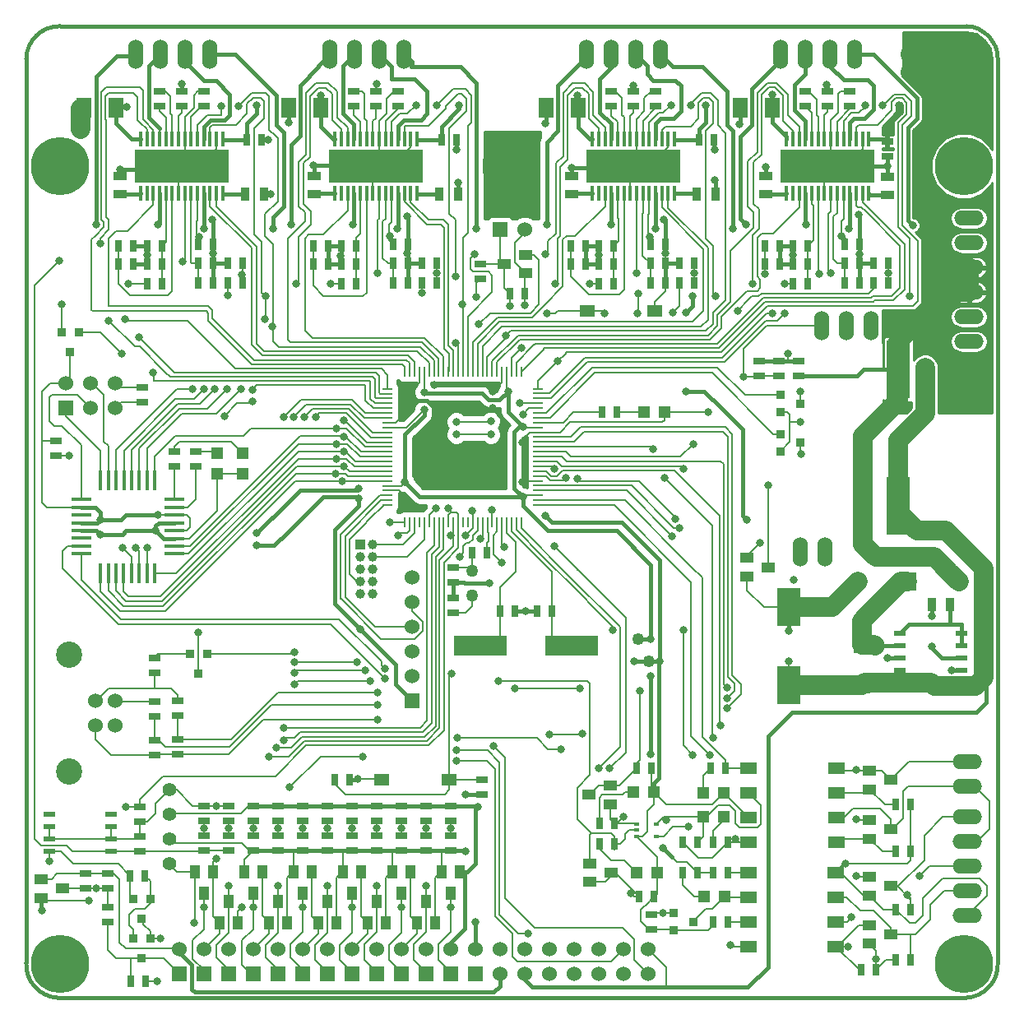
<source format=gtl>
G04 #@! TF.FileFunction,Copper,L1,Top,Signal*
%FSLAX46Y46*%
G04 Gerber Fmt 4.6, Leading zero omitted, Abs format (unit mm)*
G04 Created by KiCad (PCBNEW no-vcs-found-product) date Tue 29 Sep 2015 08:38:25 PM CEST*
%MOMM*%
G01*
G04 APERTURE LIST*
%ADD10C,0.150000*%
%ADD11C,0.381000*%
%ADD12R,1.399540X0.998220*%
%ADD13R,1.699260X1.198880*%
%ADD14R,0.914400X0.914400*%
%ADD15R,1.524000X1.524000*%
%ADD16C,1.524000*%
%ADD17R,1.198880X1.198880*%
%ADD18R,0.635000X1.143000*%
%ADD19R,0.508000X0.304800*%
%ADD20R,0.299720X1.600200*%
%ADD21R,9.700260X3.401060*%
%ADD22C,0.299720*%
%ADD23R,1.501140X1.198880*%
%ADD24R,1.000760X1.000760*%
%ADD25C,1.000760*%
%ADD26R,1.143000X0.635000*%
%ADD27C,1.249680*%
%ADD28R,0.889000X1.397000*%
%ADD29R,1.397000X0.889000*%
%ADD30R,1.699260X1.798320*%
%ADD31C,5.999480*%
%ADD32R,2.400300X4.000500*%
%ADD33R,2.400300X5.999480*%
%ADD34R,0.998220X1.399540*%
%ADD35R,1.905000X1.905000*%
%ADD36C,1.905000*%
%ADD37R,5.499100X1.998980*%
%ADD38C,1.270000*%
%ADD39C,1.397000*%
%ADD40R,1.524000X2.032000*%
%ADD41R,1.143000X0.508000*%
%ADD42R,1.998980X0.449580*%
%ADD43R,0.449580X1.998980*%
%ADD44R,1.016000X0.254000*%
%ADD45R,0.254000X1.016000*%
%ADD46C,2.700020*%
%ADD47C,1.998980*%
%ADD48O,1.524000X3.048000*%
%ADD49O,3.048000X1.524000*%
%ADD50C,0.800100*%
%ADD51C,0.398780*%
%ADD52C,1.998980*%
%ADD53C,0.203200*%
%ADD54C,0.254000*%
%ADD55C,0.248920*%
G04 APERTURE END LIST*
D10*
D11*
X100012500Y-3365500D02*
X100012500Y-96456500D01*
X3556000Y0D02*
X96774000Y0D01*
X0Y-96329500D02*
X0Y-3365500D01*
X96710500Y-100012500D02*
X3238500Y-100012500D01*
X3492500Y0D02*
G75*
G03X0Y-3365500I-63500J-3429000D01*
G01*
X0Y-96393000D02*
G75*
G03X3238500Y-100012500I3429000J-190500D01*
G01*
X96710500Y-100012500D02*
G75*
G03X100012500Y-96456500I-127000J3429000D01*
G01*
X100012500Y-3365500D02*
G75*
G03X96774000Y0I-3302000J63500D01*
G01*
D12*
X74211180Y-54739540D03*
X74211180Y-56639460D03*
X76410820Y-55689500D03*
X60154820Y-80070960D03*
X60154820Y-78171040D03*
X57955180Y-79121000D03*
D13*
X83342480Y-92176600D03*
X83342480Y-94716600D03*
X74340720Y-94716600D03*
X74340720Y-92176600D03*
X74340720Y-87096600D03*
X74340720Y-89636600D03*
X83342480Y-89636600D03*
X83342480Y-87096600D03*
D14*
X66611500Y-93091000D03*
X66611500Y-91313000D03*
X68643500Y-92202000D03*
X3632200Y-31508700D03*
X5410200Y-31508700D03*
X4521200Y-33540700D03*
X77660500Y-39751000D03*
X77660500Y-37973000D03*
X79692500Y-38862000D03*
X77660500Y-43751500D03*
X77660500Y-41973500D03*
X79692500Y-42862500D03*
X16840200Y-64655700D03*
X18618200Y-64655700D03*
X17729200Y-66687700D03*
D15*
X46228000Y-97536000D03*
D16*
X46228000Y-94996000D03*
X48768000Y-97536000D03*
X48768000Y-94996000D03*
X51308000Y-97536000D03*
X51308000Y-94996000D03*
X53848000Y-97536000D03*
X53848000Y-94996000D03*
X56388000Y-97536000D03*
X56388000Y-94996000D03*
X58928000Y-97536000D03*
X58928000Y-94996000D03*
X61468000Y-97536000D03*
X61468000Y-94996000D03*
X64008000Y-97536000D03*
X64008000Y-94996000D03*
D12*
X58018680Y-86172040D03*
X58018680Y-88071960D03*
X60218320Y-87122000D03*
D17*
X69753480Y-89598500D03*
X71851520Y-89598500D03*
D12*
X86784180Y-76647040D03*
X86784180Y-78546960D03*
X88983820Y-77597000D03*
D17*
X62514480Y-78867000D03*
X64612520Y-78867000D03*
D18*
X67564000Y-87122000D03*
X69088000Y-87122000D03*
X59055000Y-82042000D03*
X60579000Y-82042000D03*
X85979000Y-97155000D03*
X87503000Y-97155000D03*
D19*
X62865000Y-82105500D03*
X62865000Y-83375500D03*
X64897000Y-82105500D03*
X62865000Y-82740500D03*
X64897000Y-83375500D03*
D20*
X78275180Y-17226280D03*
X78925420Y-17226280D03*
X79573120Y-17226280D03*
X80223360Y-17226280D03*
X80873600Y-17226280D03*
X81523840Y-17226280D03*
X82174080Y-17226280D03*
X82824320Y-17226280D03*
X83474560Y-17226280D03*
X84124800Y-17226280D03*
X84775040Y-17226280D03*
X85425280Y-17226280D03*
X86075520Y-17226280D03*
X86723220Y-17226280D03*
X86723220Y-11628120D03*
X86075520Y-11628120D03*
X85425280Y-11628120D03*
X84775040Y-11628120D03*
X84124800Y-11628120D03*
X83474560Y-11628120D03*
X82824320Y-11628120D03*
X82174080Y-11628120D03*
X81523840Y-11628120D03*
X80873600Y-11628120D03*
X80223360Y-11628120D03*
X79573120Y-11628120D03*
X78925420Y-11628120D03*
X78275180Y-11628120D03*
D21*
X82499200Y-14427200D03*
D22*
X78600300Y-15547340D03*
X80223360Y-15547340D03*
X82499200Y-15547340D03*
X81198720Y-15547340D03*
X84775040Y-15547340D03*
X83799680Y-15547340D03*
X86398100Y-15547340D03*
X86398100Y-13307060D03*
X84775040Y-13307060D03*
X83799680Y-13307060D03*
X82499200Y-13307060D03*
X81198720Y-13307060D03*
X80223360Y-13307060D03*
X78600300Y-13307060D03*
X78600300Y-14427200D03*
X80223360Y-14427200D03*
X81198720Y-14427200D03*
X82499200Y-14427200D03*
X83799680Y-14427200D03*
X84775040Y-14427200D03*
X86398100Y-14427200D03*
D20*
X31772860Y-17226280D03*
X32423100Y-17226280D03*
X33070800Y-17226280D03*
X33721040Y-17226280D03*
X34371280Y-17226280D03*
X35021520Y-17226280D03*
X35671760Y-17226280D03*
X36322000Y-17226280D03*
X36972240Y-17226280D03*
X37622480Y-17226280D03*
X38272720Y-17226280D03*
X38922960Y-17226280D03*
X39573200Y-17226280D03*
X40220900Y-17226280D03*
X40220900Y-11628120D03*
X39573200Y-11628120D03*
X38922960Y-11628120D03*
X38272720Y-11628120D03*
X37622480Y-11628120D03*
X36972240Y-11628120D03*
X36322000Y-11628120D03*
X35671760Y-11628120D03*
X35021520Y-11628120D03*
X34371280Y-11628120D03*
X33721040Y-11628120D03*
X33070800Y-11628120D03*
X32423100Y-11628120D03*
X31772860Y-11628120D03*
D21*
X35996880Y-14427200D03*
D22*
X32097980Y-15547340D03*
X33721040Y-15547340D03*
X35996880Y-15547340D03*
X34696400Y-15547340D03*
X38272720Y-15547340D03*
X37297360Y-15547340D03*
X39895780Y-15547340D03*
X39895780Y-13307060D03*
X38272720Y-13307060D03*
X37297360Y-13307060D03*
X35996880Y-13307060D03*
X34696400Y-13307060D03*
X33721040Y-13307060D03*
X32097980Y-13307060D03*
X32097980Y-14427200D03*
X33721040Y-14427200D03*
X34696400Y-14427200D03*
X35996880Y-14427200D03*
X37297360Y-14427200D03*
X38272720Y-14427200D03*
X39895780Y-14427200D03*
D20*
X58275220Y-17226280D03*
X58925460Y-17226280D03*
X59573160Y-17226280D03*
X60223400Y-17226280D03*
X60873640Y-17226280D03*
X61523880Y-17226280D03*
X62174120Y-17226280D03*
X62824360Y-17226280D03*
X63474600Y-17226280D03*
X64124840Y-17226280D03*
X64775080Y-17226280D03*
X65425320Y-17226280D03*
X66075560Y-17226280D03*
X66723260Y-17226280D03*
X66723260Y-11628120D03*
X66075560Y-11628120D03*
X65425320Y-11628120D03*
X64775080Y-11628120D03*
X64124840Y-11628120D03*
X63474600Y-11628120D03*
X62824360Y-11628120D03*
X62174120Y-11628120D03*
X61523880Y-11628120D03*
X60873640Y-11628120D03*
X60223400Y-11628120D03*
X59573160Y-11628120D03*
X58925460Y-11628120D03*
X58275220Y-11628120D03*
D21*
X62499240Y-14427200D03*
D22*
X58600340Y-15547340D03*
X60223400Y-15547340D03*
X62499240Y-15547340D03*
X61198760Y-15547340D03*
X64775080Y-15547340D03*
X63799720Y-15547340D03*
X66398140Y-15547340D03*
X66398140Y-13307060D03*
X64775080Y-13307060D03*
X63799720Y-13307060D03*
X62499240Y-13307060D03*
X61198760Y-13307060D03*
X60223400Y-13307060D03*
X58600340Y-13307060D03*
X58600340Y-14427200D03*
X60223400Y-14427200D03*
X61198760Y-14427200D03*
X62499240Y-14427200D03*
X63799720Y-14427200D03*
X64775080Y-14427200D03*
X66398140Y-14427200D03*
D20*
X11775440Y-17226280D03*
X12425680Y-17226280D03*
X13073380Y-17226280D03*
X13723620Y-17226280D03*
X14373860Y-17226280D03*
X15024100Y-17226280D03*
X15674340Y-17226280D03*
X16324580Y-17226280D03*
X16974820Y-17226280D03*
X17625060Y-17226280D03*
X18275300Y-17226280D03*
X18925540Y-17226280D03*
X19575780Y-17226280D03*
X20223480Y-17226280D03*
X20223480Y-11628120D03*
X19575780Y-11628120D03*
X18925540Y-11628120D03*
X18275300Y-11628120D03*
X17625060Y-11628120D03*
X16974820Y-11628120D03*
X16324580Y-11628120D03*
X15674340Y-11628120D03*
X15024100Y-11628120D03*
X14373860Y-11628120D03*
X13723620Y-11628120D03*
X13073380Y-11628120D03*
X12425680Y-11628120D03*
X11775440Y-11628120D03*
D21*
X15999460Y-14427200D03*
D22*
X12100560Y-15547340D03*
X13723620Y-15547340D03*
X15999460Y-15547340D03*
X14698980Y-15547340D03*
X18275300Y-15547340D03*
X17299940Y-15547340D03*
X19898360Y-15547340D03*
X19898360Y-13307060D03*
X18275300Y-13307060D03*
X17299940Y-13307060D03*
X15999460Y-13307060D03*
X14698980Y-13307060D03*
X13723620Y-13307060D03*
X12100560Y-13307060D03*
X12100560Y-14427200D03*
X13723620Y-14427200D03*
X14698980Y-14427200D03*
X15999460Y-14427200D03*
X17299940Y-14427200D03*
X18275300Y-14427200D03*
X19898360Y-14427200D03*
D13*
X83367880Y-84010500D03*
X83367880Y-81470500D03*
X74366120Y-81470500D03*
X74366120Y-84010500D03*
X83367880Y-78930500D03*
X83367880Y-76390500D03*
X74366120Y-76390500D03*
X74366120Y-78930500D03*
D23*
X57713880Y-29273500D03*
X64714120Y-29273500D03*
X43568620Y-77533500D03*
X36568380Y-77533500D03*
D14*
X10985500Y-93916500D03*
X12763500Y-93916500D03*
X11874500Y-95948500D03*
X10985500Y-89852500D03*
X12763500Y-89852500D03*
X11874500Y-91884500D03*
D24*
X34417000Y-53340000D03*
D25*
X35687000Y-53340000D03*
X34417000Y-54610000D03*
X35687000Y-54610000D03*
X34417000Y-55880000D03*
X35687000Y-55880000D03*
X34417000Y-57150000D03*
X35687000Y-57150000D03*
X34417000Y-58420000D03*
X35687000Y-58420000D03*
D17*
X22288500Y-43972480D03*
X22288500Y-46070520D03*
X19621500Y-43972480D03*
X19621500Y-46070520D03*
D26*
X15240000Y-45339000D03*
X15240000Y-43815000D03*
X17462500Y-45339000D03*
X17462500Y-43815000D03*
D27*
X62992000Y-63055500D03*
X95986600Y-57200800D03*
X98526600Y-55803800D03*
X64135000Y-65405000D03*
D18*
X31750000Y-77533500D03*
X33274000Y-77533500D03*
D26*
X46926500Y-79057500D03*
X46926500Y-77533500D03*
D28*
X93192600Y-59550300D03*
X95097600Y-59550300D03*
D29*
X9652000Y-17322800D03*
X9652000Y-15417800D03*
D28*
X22542500Y-17259300D03*
X24447500Y-17259300D03*
D29*
X56151780Y-17322800D03*
X56151780Y-15417800D03*
D28*
X69042280Y-17259300D03*
X70947280Y-17259300D03*
D29*
X29649420Y-17322800D03*
X29649420Y-15417800D03*
D28*
X42539920Y-17259300D03*
X44444920Y-17259300D03*
D17*
X63593980Y-39751000D03*
X65692020Y-39751000D03*
D30*
X86017100Y-67823080D03*
X86017100Y-63723520D03*
D26*
X23368000Y-84836000D03*
X23368000Y-83312000D03*
X77444600Y-34467800D03*
X77444600Y-35991800D03*
X79476600Y-35991800D03*
X79476600Y-34467800D03*
X28448000Y-84836000D03*
X28448000Y-83312000D03*
X25908000Y-84836000D03*
X25908000Y-83312000D03*
D18*
X17736820Y-26426160D03*
X19260820Y-26426160D03*
X9525000Y-24498300D03*
X11049000Y-24498300D03*
X12446000Y-22593300D03*
X13970000Y-22593300D03*
X13970000Y-26530300D03*
X12446000Y-26530300D03*
X22260560Y-26426160D03*
X20736560Y-26426160D03*
D26*
X38608000Y-84836000D03*
X38608000Y-83312000D03*
X36068000Y-84836000D03*
X36068000Y-83312000D03*
D18*
X64236600Y-26426160D03*
X65760600Y-26426160D03*
X56024780Y-24498300D03*
X57548780Y-24498300D03*
X58945780Y-22593300D03*
X60469780Y-22593300D03*
X60469780Y-26530300D03*
X58945780Y-26530300D03*
X68760340Y-26426160D03*
X67236340Y-26426160D03*
D26*
X3048000Y-42672000D03*
X3048000Y-44196000D03*
X33528000Y-84836000D03*
X33528000Y-83312000D03*
X30988000Y-84836000D03*
X30988000Y-83312000D03*
D18*
X37734240Y-26426160D03*
X39258240Y-26426160D03*
X29522420Y-24498300D03*
X31046420Y-24498300D03*
X32443420Y-22593300D03*
X33967420Y-22593300D03*
X33967420Y-26530300D03*
X32443420Y-26530300D03*
X42257980Y-26426160D03*
X40733980Y-26426160D03*
D26*
X43688000Y-84836000D03*
X43688000Y-83312000D03*
X41148000Y-84836000D03*
X41148000Y-83312000D03*
D18*
X84236560Y-26426160D03*
X85760560Y-26426160D03*
X76024740Y-24498300D03*
X77548740Y-24498300D03*
X78945740Y-22593300D03*
X80469740Y-22593300D03*
X80469740Y-26530300D03*
X78945740Y-26530300D03*
X88760300Y-26426160D03*
X87236300Y-26426160D03*
X64643000Y-89598500D03*
X63119000Y-89598500D03*
X64325500Y-76390500D03*
X62801500Y-76390500D03*
X72199500Y-92202000D03*
X70675500Y-92202000D03*
X59055000Y-84201000D03*
X60579000Y-84201000D03*
X91059000Y-90932000D03*
X89535000Y-90932000D03*
X91059000Y-96139000D03*
X89535000Y-96139000D03*
D26*
X64389000Y-92964000D03*
X64389000Y-91440000D03*
D18*
X72199500Y-87122000D03*
X70675500Y-87122000D03*
X70675500Y-84010500D03*
X72199500Y-84010500D03*
X91059000Y-84963000D03*
X89535000Y-84963000D03*
X69088000Y-84010500D03*
X67564000Y-84010500D03*
X70485000Y-76390500D03*
X72009000Y-76390500D03*
X91059000Y-80137000D03*
X89535000Y-80137000D03*
D26*
X6096000Y-88773000D03*
X6096000Y-87249000D03*
X8382000Y-92202000D03*
X8382000Y-90678000D03*
D18*
X10795000Y-98298000D03*
X12319000Y-98298000D03*
X10668000Y-87439500D03*
X12192000Y-87439500D03*
D26*
X18288000Y-84836000D03*
X18288000Y-83312000D03*
X20828000Y-84836000D03*
X20828000Y-83312000D03*
X46736000Y-26022300D03*
X46736000Y-24498300D03*
X13208000Y-69532500D03*
X13208000Y-71056500D03*
X15557500Y-69469000D03*
X15557500Y-70993000D03*
X13208000Y-65024000D03*
X13208000Y-66548000D03*
D18*
X45910500Y-54165500D03*
X47434500Y-54165500D03*
D26*
X11684000Y-84963000D03*
X11684000Y-83439000D03*
D18*
X17736820Y-24399240D03*
X19260820Y-24399240D03*
X9525000Y-22593300D03*
X11049000Y-22593300D03*
D26*
X18288000Y-8242300D03*
X18288000Y-6718300D03*
X16002000Y-6718300D03*
X16002000Y-8242300D03*
X13716000Y-6718300D03*
X13716000Y-8242300D03*
D18*
X64234060Y-24429720D03*
X65758060Y-24429720D03*
X56024780Y-22593300D03*
X57548780Y-22593300D03*
D26*
X64787780Y-8242300D03*
X64787780Y-6718300D03*
X62501780Y-6718300D03*
X62501780Y-8242300D03*
X60215780Y-6718300D03*
X60215780Y-8242300D03*
X23368000Y-81788000D03*
X23368000Y-80264000D03*
D18*
X37731700Y-24429720D03*
X39255700Y-24429720D03*
X29522420Y-22593300D03*
X31046420Y-22593300D03*
D26*
X38285420Y-8242300D03*
X38285420Y-6718300D03*
X35999420Y-6718300D03*
X35999420Y-8242300D03*
X33713420Y-6718300D03*
X33713420Y-8242300D03*
X28448000Y-81788000D03*
X28448000Y-80264000D03*
D18*
X84234020Y-24429720D03*
X85758020Y-24429720D03*
X76024740Y-22593300D03*
X77548740Y-22593300D03*
D26*
X84787740Y-8242300D03*
X84787740Y-6718300D03*
X82501740Y-6718300D03*
X82501740Y-8242300D03*
X80215740Y-6718300D03*
X80215740Y-8242300D03*
X33528000Y-81788000D03*
X33528000Y-80264000D03*
X43688000Y-81788000D03*
X43688000Y-80264000D03*
X13208000Y-73469500D03*
X13208000Y-74993500D03*
X15557500Y-73406000D03*
X15557500Y-74930000D03*
X43942000Y-55689500D03*
X43942000Y-57213500D03*
X43942000Y-60388500D03*
X43942000Y-58864500D03*
D18*
X54102000Y-60198000D03*
X52578000Y-60198000D03*
X48768000Y-60198000D03*
X50292000Y-60198000D03*
X60833000Y-39751000D03*
X59309000Y-39751000D03*
D31*
X49999900Y-14427200D03*
X96499680Y-14427200D03*
X3500120Y-96502220D03*
X96499680Y-96502220D03*
X3500120Y-14427200D03*
D32*
X78524100Y-59804300D03*
X78524100Y-67805300D03*
D33*
X89763600Y-35341560D03*
X89763600Y-49342040D03*
D34*
X19237960Y-87038180D03*
X17338040Y-87038180D03*
X18288000Y-89237820D03*
X19878040Y-92285820D03*
X21777960Y-92285820D03*
X20828000Y-90086180D03*
X24317960Y-87038180D03*
X22418040Y-87038180D03*
X23368000Y-89237820D03*
X29397960Y-87038180D03*
X27498040Y-87038180D03*
X28448000Y-89237820D03*
X24958040Y-92285820D03*
X26857960Y-92285820D03*
X25908000Y-90086180D03*
D12*
X51391820Y-25448260D03*
X51391820Y-23548340D03*
X49192180Y-24498300D03*
X1567180Y-87823040D03*
X1567180Y-89722960D03*
X3766820Y-88773000D03*
D34*
X39557960Y-87038180D03*
X37658040Y-87038180D03*
X38608000Y-89237820D03*
X35118040Y-92285820D03*
X37017960Y-92285820D03*
X36068000Y-90086180D03*
X34477960Y-87038180D03*
X32578040Y-87038180D03*
X33528000Y-89237820D03*
D12*
X86784180Y-81727040D03*
X86784180Y-83626960D03*
X88983820Y-82677000D03*
D34*
X44637960Y-87038180D03*
X42738040Y-87038180D03*
X43688000Y-89237820D03*
D12*
X86784180Y-92522040D03*
X86784180Y-94421960D03*
X88983820Y-93472000D03*
D34*
X40198040Y-92285820D03*
X42097960Y-92285820D03*
X41148000Y-90086180D03*
D12*
X86784180Y-87569040D03*
X86784180Y-89468960D03*
X88983820Y-88519000D03*
D34*
X30038040Y-92285820D03*
X31937960Y-92285820D03*
X30988000Y-90086180D03*
D35*
X90652600Y-57200800D03*
D36*
X85572600Y-57200800D03*
D17*
X62831980Y-87122000D03*
X64930020Y-87122000D03*
X69689980Y-81407000D03*
X71788020Y-81407000D03*
X69689980Y-78930500D03*
X71788020Y-78930500D03*
D15*
X39687500Y-69405500D03*
D16*
X39687500Y-66865500D03*
X39687500Y-64325500D03*
X39687500Y-61785500D03*
X39687500Y-59245500D03*
X39687500Y-56705500D03*
D15*
X38608000Y-97536000D03*
D16*
X38608000Y-94996000D03*
D15*
X25908000Y-97536000D03*
D16*
X25908000Y-94996000D03*
D15*
X28448000Y-97536000D03*
D16*
X28448000Y-94996000D03*
D15*
X23368000Y-97536000D03*
D16*
X23368000Y-94996000D03*
D15*
X33528000Y-97536000D03*
D16*
X33528000Y-94996000D03*
D15*
X30988000Y-97536000D03*
D16*
X30988000Y-94996000D03*
D15*
X43688000Y-97536000D03*
D16*
X43688000Y-94996000D03*
D15*
X15748000Y-97536000D03*
D16*
X15748000Y-94996000D03*
D15*
X18288000Y-97536000D03*
D16*
X18288000Y-94996000D03*
D15*
X20828000Y-97536000D03*
D16*
X20828000Y-94996000D03*
D15*
X48768000Y-20942300D03*
D16*
X51308000Y-20942300D03*
D15*
X41148000Y-97536000D03*
D16*
X41148000Y-94996000D03*
D15*
X36068000Y-97536000D03*
D16*
X36068000Y-94996000D03*
D15*
X4064000Y-39306500D03*
D16*
X4064000Y-36766500D03*
X6604000Y-39306500D03*
X6604000Y-36766500D03*
X9144000Y-39306500D03*
X9144000Y-36766500D03*
D37*
X46736000Y-63754000D03*
X56134000Y-63754000D03*
D38*
X45910500Y-58610500D03*
X45910500Y-56070500D03*
D39*
X14732000Y-86233000D03*
X14732000Y-83693000D03*
X14732000Y-81153000D03*
X14732000Y-78613000D03*
D26*
X8382000Y-88773000D03*
X8382000Y-87249000D03*
X18288000Y-81788000D03*
X18288000Y-80264000D03*
D18*
X84236560Y-22428200D03*
X85760560Y-22428200D03*
D26*
X88646000Y-11861800D03*
X88646000Y-13385800D03*
D18*
X49784000Y-27546300D03*
X51308000Y-27546300D03*
X88760300Y-24427180D03*
X87236300Y-24427180D03*
X80469740Y-24498300D03*
X78945740Y-24498300D03*
D26*
X41148000Y-81788000D03*
X41148000Y-80264000D03*
X38608000Y-81788000D03*
X38608000Y-80264000D03*
D18*
X37734240Y-22428200D03*
X39258240Y-22428200D03*
X42730420Y-11671300D03*
X44254420Y-11671300D03*
X42257980Y-24427180D03*
X40733980Y-24427180D03*
D26*
X20828000Y-81788000D03*
X20828000Y-80264000D03*
X75412600Y-34467800D03*
X75412600Y-35991800D03*
X11684000Y-80391000D03*
X11684000Y-81915000D03*
X25908000Y-81788000D03*
X25908000Y-80264000D03*
D18*
X13970000Y-24498300D03*
X12446000Y-24498300D03*
X22260560Y-24427180D03*
X20736560Y-24427180D03*
X22733000Y-11671300D03*
X24257000Y-11671300D03*
X33967420Y-24498300D03*
X32443420Y-24498300D03*
D26*
X36068000Y-81788000D03*
X36068000Y-80264000D03*
D18*
X60469780Y-24498300D03*
X58945780Y-24498300D03*
X68760340Y-24427180D03*
X67236340Y-24427180D03*
X69232780Y-11671300D03*
X70756780Y-11671300D03*
X64236600Y-22428200D03*
X65760600Y-22428200D03*
D26*
X11938000Y-38735000D03*
X11938000Y-37211000D03*
X30988000Y-81788000D03*
X30988000Y-80264000D03*
D18*
X17736820Y-22428200D03*
X19260820Y-22428200D03*
D29*
X76151740Y-17322800D03*
X76151740Y-15417800D03*
X88646000Y-17386300D03*
X88646000Y-15481300D03*
D40*
X76786740Y-8369300D03*
X73484740Y-8369300D03*
X56786780Y-8369300D03*
X53484780Y-8369300D03*
X9250680Y-8399780D03*
X5948680Y-8399780D03*
X30284420Y-8369300D03*
X26982420Y-8369300D03*
D41*
X2413000Y-84963000D03*
X2413000Y-83693000D03*
X2413000Y-82423000D03*
X2413000Y-81153000D03*
X8763000Y-81153000D03*
X8763000Y-82423000D03*
X8763000Y-83693000D03*
X8763000Y-84963000D03*
X96304100Y-62471300D03*
X96304100Y-63741300D03*
X96304100Y-65011300D03*
X96304100Y-66281300D03*
X89954100Y-66281300D03*
X89954100Y-65011300D03*
X89954100Y-63741300D03*
X89954100Y-62471300D03*
D42*
X15229840Y-48722280D03*
X15229840Y-49522380D03*
X15229840Y-50322480D03*
X15229840Y-51122580D03*
X15229840Y-51922680D03*
X15229840Y-52722780D03*
X15229840Y-53522880D03*
X15229840Y-54322980D03*
X5664200Y-54317900D03*
X5664200Y-48704500D03*
X5664200Y-49517300D03*
X5664200Y-50330100D03*
X5664200Y-51117500D03*
X5664200Y-51930300D03*
X5664200Y-52717700D03*
X5664200Y-53530500D03*
D43*
X13238480Y-56324500D03*
X12440920Y-56324500D03*
X11638280Y-56324500D03*
X10840720Y-56324500D03*
X10038080Y-56324500D03*
X9240520Y-56324500D03*
X8437880Y-56324500D03*
X7640320Y-56324500D03*
X13233400Y-46723300D03*
X12446000Y-46723300D03*
X11633200Y-46723300D03*
X10845800Y-46723300D03*
X10058400Y-46723300D03*
X9245600Y-46723300D03*
X8432800Y-46723300D03*
X7620000Y-46723300D03*
D44*
X37211000Y-49301400D03*
X37211000Y-37312600D03*
X37211000Y-37820600D03*
X37211000Y-38303200D03*
X37211000Y-38811200D03*
X37211000Y-39319200D03*
X37211000Y-39801800D03*
X37211000Y-40309800D03*
X37211000Y-40817800D03*
X37211000Y-41300400D03*
X37211000Y-41808400D03*
X37211000Y-42316400D03*
X37211000Y-42824400D03*
X37211000Y-43307000D03*
X37211000Y-43815000D03*
X37211000Y-44323000D03*
X37211000Y-44805600D03*
X37211000Y-45313600D03*
X37211000Y-45821600D03*
X37211000Y-46304200D03*
X37211000Y-46812200D03*
X37211000Y-47320200D03*
X37211000Y-47802800D03*
X37211000Y-48310800D03*
X37211000Y-48818800D03*
D45*
X38963600Y-35560000D03*
X50952400Y-35560000D03*
X50444400Y-35560000D03*
X49961800Y-35560000D03*
X49453800Y-35560000D03*
X48945800Y-35560000D03*
X48463200Y-35560000D03*
X47955200Y-35560000D03*
X47447200Y-35560000D03*
X46964600Y-35560000D03*
X46456600Y-35560000D03*
X45948600Y-35560000D03*
X45440600Y-35560000D03*
X44958000Y-35560000D03*
X44450000Y-35560000D03*
X43942000Y-35560000D03*
X43459400Y-35560000D03*
X42951400Y-35560000D03*
X42443400Y-35560000D03*
X41960800Y-35560000D03*
X41452800Y-35560000D03*
X40944800Y-35560000D03*
X40462200Y-35560000D03*
X39954200Y-35560000D03*
X39446200Y-35560000D03*
X38963600Y-51054000D03*
X39471600Y-51054000D03*
X39954200Y-51054000D03*
X40462200Y-51054000D03*
X40970200Y-51054000D03*
X41452800Y-51054000D03*
X41960800Y-51054000D03*
X42468800Y-51054000D03*
X42951400Y-51054000D03*
X43459400Y-51054000D03*
X43967400Y-51054000D03*
X44475400Y-51054000D03*
X44958000Y-51054000D03*
X45466000Y-51054000D03*
X45974000Y-51054000D03*
X46456600Y-51054000D03*
X46964600Y-51054000D03*
X47472600Y-51054000D03*
X47955200Y-51054000D03*
X48463200Y-51054000D03*
X48971200Y-51054000D03*
X49453800Y-51054000D03*
X49961800Y-51054000D03*
X50469800Y-51054000D03*
X50952400Y-51054000D03*
D44*
X52705000Y-49301400D03*
X52705000Y-48793400D03*
X52705000Y-48310800D03*
X52705000Y-47802800D03*
X52705000Y-47294800D03*
X52705000Y-46812200D03*
X52705000Y-46304200D03*
X52705000Y-45796200D03*
X52705000Y-45313600D03*
X52705000Y-44805600D03*
X52705000Y-44297600D03*
X52705000Y-43789600D03*
X52705000Y-43307000D03*
X52705000Y-42799000D03*
X52705000Y-42291000D03*
X52705000Y-41808400D03*
X52705000Y-41300400D03*
X52705000Y-40792400D03*
X52705000Y-40309800D03*
X52705000Y-39801800D03*
X52705000Y-39293800D03*
X52705000Y-38811200D03*
X52705000Y-38303200D03*
X52705000Y-37795200D03*
X52705000Y-37312600D03*
D16*
X9144000Y-72009000D03*
X9144000Y-69469000D03*
X7145020Y-69469000D03*
X7145020Y-72009000D03*
D46*
X4445000Y-76738480D03*
X4445000Y-64739520D03*
D47*
X50038000Y-18402300D03*
D48*
X77675740Y-2908300D03*
X80215740Y-2908300D03*
X82755740Y-2908300D03*
X85295740Y-2908300D03*
X31290260Y-2900680D03*
X33830260Y-2900680D03*
X36370260Y-2900680D03*
X38910260Y-2900680D03*
X57675780Y-2908300D03*
X60215780Y-2908300D03*
X62755780Y-2908300D03*
X65295780Y-2908300D03*
X11264900Y-2895600D03*
X13804900Y-2895600D03*
X16344900Y-2895600D03*
X18884900Y-2895600D03*
D49*
X97053400Y-19748500D03*
X97053400Y-22288500D03*
X97053400Y-24828500D03*
X97053400Y-27368500D03*
X97053400Y-29908500D03*
X97053400Y-32448500D03*
D48*
X81851500Y-30861000D03*
X84391500Y-30861000D03*
X86931500Y-30861000D03*
D49*
X96901000Y-81407000D03*
X96901000Y-83947000D03*
X96901000Y-86487000D03*
X96901000Y-89027000D03*
X96901000Y-91567000D03*
X96901000Y-75692000D03*
X96901000Y-78232000D03*
D48*
X79692500Y-54102000D03*
X82232500Y-54102000D03*
D50*
X16002000Y-5969000D03*
D47*
X95313500Y-7366000D03*
D50*
X93256100Y-63868300D03*
X2413000Y-85915500D03*
X10299700Y-8300720D03*
D47*
X93218000Y-5143500D03*
X95313500Y-2921000D03*
X97472500Y-2921000D03*
X93218000Y-7302500D03*
X97472500Y-7239000D03*
X97409000Y-5143500D03*
X95313500Y-5143500D03*
X91046300Y-4777740D03*
D50*
X82359500Y-6019800D03*
D47*
X90995500Y-2921000D03*
X93218000Y-2921000D03*
D50*
X89852500Y-8178800D03*
X62484000Y-6083300D03*
X30353000Y-7099300D03*
D47*
X95003620Y-56217820D03*
D50*
X76771500Y-7035800D03*
X93192600Y-60693300D03*
X69977000Y-8115300D03*
X56769000Y-7099300D03*
X36068000Y-5956300D03*
X23749000Y-8115300D03*
X44577000Y-8115300D03*
X68580000Y-27813000D03*
X62928500Y-29527500D03*
X79032100Y-57010300D03*
X62992000Y-27559000D03*
X64262000Y-63055500D03*
X78524100Y-62217300D03*
X7620000Y-50800000D03*
X10541000Y-26543000D03*
X7620000Y-22339300D03*
X74168000Y-50800000D03*
X67881500Y-37592000D03*
X67881500Y-29464000D03*
X45212000Y-84899500D03*
X46228000Y-92202000D03*
X64262000Y-66865500D03*
X64262000Y-74930000D03*
X34226500Y-47561500D03*
X65849500Y-81724500D03*
X37465000Y-21577300D03*
X54483000Y-26530300D03*
X31369000Y-26530300D03*
X27813000Y-26530300D03*
X78105000Y-26530300D03*
X58039000Y-26530300D03*
X13589000Y-50292000D03*
X49593500Y-37592000D03*
X74739500Y-26530300D03*
X83883500Y-21577300D03*
X64198500Y-21704300D03*
X17780000Y-21704300D03*
X51181000Y-41275000D03*
X17729200Y-62420500D03*
X65532000Y-84582000D03*
X40957500Y-39433500D03*
X38989000Y-46926500D03*
X51117500Y-48450500D03*
X45212000Y-79121000D03*
X23749000Y-52197000D03*
X40957500Y-37655500D03*
X6477000Y-90043000D03*
X10287000Y-80391000D03*
X46609000Y-30670500D03*
X43434000Y-49593500D03*
X1587500Y-90995500D03*
X22225000Y-90678000D03*
X17272000Y-92329000D03*
X3365500Y-24130000D03*
X46355000Y-27876500D03*
X47942500Y-49784000D03*
X76390500Y-47244000D03*
X87503000Y-96012000D03*
X84328000Y-86233000D03*
X90678000Y-89408000D03*
X84963000Y-91694000D03*
X85471000Y-87503000D03*
X85471000Y-81661000D03*
X84582000Y-94742000D03*
X85471000Y-76581000D03*
X91948000Y-87503000D03*
X7239000Y-88773000D03*
X25717500Y-74295000D03*
X26479500Y-73469500D03*
X18288000Y-90678000D03*
X18288000Y-82550000D03*
X20828000Y-82550000D03*
X26479500Y-72199500D03*
X20828000Y-88519000D03*
X42164000Y-49593500D03*
X49784000Y-28765500D03*
X54356000Y-53530500D03*
X49212500Y-53594000D03*
X60071000Y-76390500D03*
X48958500Y-55245000D03*
X78397100Y-33705800D03*
X45910500Y-49847500D03*
X43688000Y-52451000D03*
X45212000Y-52451000D03*
X51308000Y-28702000D03*
X19558000Y-80264000D03*
X19558000Y-85725000D03*
X24955500Y-75184000D03*
X57023000Y-68135500D03*
X36893500Y-67183000D03*
X50292000Y-68135500D03*
X63182500Y-68389500D03*
X12446000Y-23545800D03*
X19240500Y-23418800D03*
X42418000Y-38989000D03*
X51435000Y-60198000D03*
X5600700Y-10599420D03*
X41275000Y-41910000D03*
X88646000Y-14401800D03*
D47*
X93129100Y-67551300D03*
D50*
X34226500Y-48641000D03*
X41973500Y-36893500D03*
X78524100Y-65392300D03*
X34417000Y-62103000D03*
X66802000Y-50736500D03*
X56705500Y-46545500D03*
X79692500Y-40703500D03*
X34163000Y-77470000D03*
X73850500Y-36068000D03*
X70231000Y-39751000D03*
X92519500Y-37846000D03*
X23749000Y-53467000D03*
X65214500Y-65405000D03*
D47*
X92527120Y-35123120D03*
D50*
X62547500Y-65405000D03*
X46482000Y-80391000D03*
X53467000Y-50419000D03*
X47688500Y-57340500D03*
X36131500Y-71374000D03*
X85788500Y-23482300D03*
X78945740Y-23545800D03*
X19177000Y-19926300D03*
X76136500Y-14528800D03*
X39243000Y-23355300D03*
X32385000Y-23609300D03*
X89954100Y-67551300D03*
X56134000Y-14592300D03*
X25146000Y-17259300D03*
X65595500Y-19926300D03*
X27051000Y-9893300D03*
X44323000Y-12687300D03*
X24892000Y-11671300D03*
X39243000Y-19545300D03*
X9652000Y-14719300D03*
X70866000Y-15862300D03*
X29591000Y-14338300D03*
X48006000Y-37592000D03*
X41275000Y-46863000D03*
X70866000Y-12687300D03*
X13335000Y-51943000D03*
X39433500Y-39370000D03*
X39497000Y-37655500D03*
X38989000Y-48450500D03*
X49149000Y-42926000D03*
X46863000Y-46926500D03*
X48006000Y-39306500D03*
X51054000Y-42862500D03*
X51054000Y-46926500D03*
X44450000Y-16116300D03*
X58945780Y-23545800D03*
X73406000Y-10083800D03*
X65786000Y-23418800D03*
X53467000Y-10020300D03*
X7620000Y-52324000D03*
X85661500Y-19418300D03*
X11620500Y-32004000D03*
X10160000Y-30162500D03*
X44640500Y-54610000D03*
X95288100Y-66281300D03*
X88684100Y-65011300D03*
X75501500Y-53213000D03*
X7239000Y-20434300D03*
X13589000Y-20434300D03*
X16065500Y-24257000D03*
X22225000Y-25577800D03*
X18288000Y-20815300D03*
X25400000Y-20815300D03*
X27305000Y-20434300D03*
X33655000Y-20434300D03*
X36195000Y-25450800D03*
X42227500Y-25450800D03*
X46355000Y-20815300D03*
X38227000Y-20815300D03*
X60198000Y-20434300D03*
X53594000Y-20434300D03*
X62801500Y-25387300D03*
X68760340Y-25450800D03*
X72771000Y-20815300D03*
X64770000Y-20815300D03*
X84709000Y-20815300D03*
X91249500Y-20510500D03*
X80264000Y-20434300D03*
X74104500Y-20434300D03*
X88760300Y-25387300D03*
X82804000Y-25450800D03*
X81597500Y-25463500D03*
X76073000Y-25463500D03*
X68199000Y-82423000D03*
X72517000Y-94551500D03*
X13779500Y-93916500D03*
X13462000Y-98298000D03*
X79692500Y-37592000D03*
X79756000Y-44005500D03*
X3619500Y-28638500D03*
X46164500Y-23431500D03*
X53403500Y-23431500D03*
X44894500Y-28638500D03*
X19431000Y-37338000D03*
X40132000Y-8115300D03*
X42291000Y-8115300D03*
X66357500Y-8115300D03*
X49403000Y-31877000D03*
X22098000Y-37338000D03*
X68453000Y-8115300D03*
X58928000Y-76390500D03*
X67627500Y-62166500D03*
X68580000Y-74993500D03*
X60388500Y-62166500D03*
X62230000Y-89217500D03*
X48133000Y-74104500D03*
X27114500Y-78359000D03*
X34607500Y-75184000D03*
X26479500Y-40195500D03*
X43688000Y-90678000D03*
X32512000Y-46863000D03*
X43688000Y-82550000D03*
X31877000Y-46037500D03*
X41148000Y-88519000D03*
X41148000Y-82550000D03*
X31940500Y-42989500D03*
X30988000Y-88519000D03*
X30988000Y-82550000D03*
X32702500Y-42227500D03*
X28448000Y-82550000D03*
X28448000Y-90678000D03*
X25908000Y-88519000D03*
X31940500Y-41402000D03*
X25908000Y-82550000D03*
X32702500Y-40576500D03*
X23368000Y-82550000D03*
X23368000Y-90678000D03*
X29781500Y-40195500D03*
X44323000Y-75628500D03*
X34036000Y-65468500D03*
X27622500Y-65468500D03*
X61468000Y-81407000D03*
X71437500Y-71945500D03*
X72136000Y-68072000D03*
X57213500Y-72834500D03*
X53848000Y-72898000D03*
X72136000Y-69151500D03*
X32702500Y-45275500D03*
X38608000Y-90678000D03*
X38608000Y-82550000D03*
X31940500Y-44513500D03*
X36068000Y-82550000D03*
X36068000Y-88519000D03*
X32702500Y-43751500D03*
X33528000Y-90678000D03*
X33528000Y-82550000D03*
X20701000Y-37338000D03*
X54737000Y-34480500D03*
X88138000Y-8115300D03*
X86360000Y-8115300D03*
X25336500Y-30924500D03*
X18288000Y-37338000D03*
X21844000Y-8242300D03*
X20066000Y-8242300D03*
X70358000Y-74993500D03*
X73025000Y-83629500D03*
X44386500Y-73279000D03*
X55054500Y-74422000D03*
X35433000Y-67437000D03*
X27622500Y-67754500D03*
X27559000Y-40195500D03*
X51689000Y-93408500D03*
X44323000Y-74549000D03*
X27622500Y-66548000D03*
X28638500Y-40195500D03*
X34861500Y-66294000D03*
X55562500Y-46482000D03*
X20764500Y-27673300D03*
X40767000Y-27432000D03*
X54356000Y-45529500D03*
X67691000Y-45529500D03*
X66548000Y-29464000D03*
X73215500Y-29273500D03*
X68643500Y-42989500D03*
X65532000Y-91313000D03*
X65722500Y-46482000D03*
X64516000Y-43497500D03*
X70739000Y-73215500D03*
X72136000Y-70231000D03*
X76835000Y-29527500D03*
X23304500Y-38608000D03*
X12446000Y-53721000D03*
X20383500Y-40132000D03*
X50800000Y-38798500D03*
X47815500Y-40640000D03*
X44259500Y-40703500D03*
X8509000Y-30289500D03*
X23304500Y-37401500D03*
X9842500Y-33718500D03*
X13081000Y-35687000D03*
X38290500Y-52387500D03*
X37401500Y-51054000D03*
X78105000Y-29527500D03*
X44259500Y-42037000D03*
X47815500Y-42037000D03*
X51117500Y-39941500D03*
X11303000Y-53721000D03*
X36131500Y-68580000D03*
X66484500Y-52514500D03*
X36131500Y-69850000D03*
X67246500Y-51689000D03*
X27622500Y-64452500D03*
X44196000Y-32575500D03*
X36893500Y-66103500D03*
X48577500Y-67373500D03*
X17145000Y-37338000D03*
X44196000Y-25717500D03*
X70929500Y-27800300D03*
X90932000Y-27800300D03*
X24638000Y-27800300D03*
X24574500Y-30149800D03*
X50990500Y-33083500D03*
X53594000Y-29591000D03*
X59499500Y-29527500D03*
X43751500Y-66611500D03*
X46736000Y-52768500D03*
X4445000Y-44196000D03*
X9906000Y-53721000D03*
D51*
X9250680Y-10012680D02*
X9250680Y-8399780D01*
X11775440Y-11628120D02*
X10866120Y-11628120D01*
X16002000Y-6718300D02*
X16002000Y-5969000D01*
D52*
X95313500Y-7366000D02*
X95440500Y-7239000D01*
D51*
X44577000Y-8496300D02*
X44577000Y-8115300D01*
X42730420Y-11671300D02*
X42730420Y-10342880D01*
X88646000Y-10020300D02*
X88646000Y-11861800D01*
X89852500Y-8813800D02*
X88646000Y-10020300D01*
D53*
X2413000Y-84963000D02*
X2413000Y-85915500D01*
D51*
X89852500Y-8178800D02*
X89852500Y-8813800D01*
X88412320Y-11628120D02*
X88646000Y-11861800D01*
X9349740Y-8300720D02*
X9250680Y-8399780D01*
X10299700Y-8300720D02*
X9349740Y-8300720D01*
D52*
X94818200Y-27368500D02*
X89763600Y-32423100D01*
X89763600Y-32423100D02*
X89763600Y-35341560D01*
X97053400Y-27368500D02*
X94818200Y-27368500D01*
X93218000Y-5143500D02*
X93106240Y-4777740D01*
X95440500Y-7239000D02*
X97472500Y-7239000D01*
D53*
X10985500Y-89852500D02*
X10668000Y-89535000D01*
X3556000Y-84963000D02*
X2413000Y-84963000D01*
X10668000Y-87439500D02*
X9461500Y-86233000D01*
D52*
X89763600Y-38404800D02*
X89763600Y-38595300D01*
X97053400Y-27368500D02*
X97053400Y-26098500D01*
D51*
X22733000Y-11671300D02*
X22733000Y-10020300D01*
D52*
X95313500Y-2921000D02*
X97472500Y-2921000D01*
X93218000Y-7302500D02*
X93218000Y-10147300D01*
X94640400Y-26098500D02*
X94094300Y-26644600D01*
X92202000Y-18465800D02*
X92202000Y-11163300D01*
X92202000Y-18465800D02*
X93408500Y-19672300D01*
X94094300Y-20358100D02*
X93408500Y-19672300D01*
X94094300Y-23126700D02*
X94094300Y-20358100D01*
X95783400Y-24815800D02*
X94094300Y-23126700D01*
X97040700Y-24815800D02*
X95783400Y-24815800D01*
X97053400Y-24828500D02*
X97040700Y-24815800D01*
X94094300Y-26644600D02*
X94818200Y-27368500D01*
X94094300Y-23126700D02*
X94094300Y-26644600D01*
X92202000Y-11163300D02*
X93218000Y-10147300D01*
X97053400Y-26098500D02*
X94640400Y-26098500D01*
D51*
X79476600Y-35991800D02*
X85509100Y-35991800D01*
D52*
X93106240Y-4777740D02*
X91046300Y-4777740D01*
X97409000Y-5143500D02*
X97409000Y-5143500D01*
X97409000Y-5143500D02*
X95313500Y-5143500D01*
D51*
X82359500Y-6019800D02*
X82501740Y-6162040D01*
X82501740Y-6162040D02*
X82501740Y-6718300D01*
D52*
X90995500Y-2921000D02*
X93218000Y-2921000D01*
D51*
X66766440Y-11671300D02*
X66723260Y-11628120D01*
X69232780Y-11671300D02*
X66766440Y-11671300D01*
X56786780Y-10419080D02*
X56786780Y-8369300D01*
X57995820Y-11628120D02*
X56786780Y-10419080D01*
X58275220Y-11628120D02*
X57995820Y-11628120D01*
X62484000Y-6083300D02*
X62501780Y-6101080D01*
X93256100Y-63995300D02*
X93256100Y-63868300D01*
X94272100Y-65011300D02*
X93256100Y-63995300D01*
X96304100Y-65011300D02*
X94272100Y-65011300D01*
X20266660Y-11671300D02*
X20223480Y-11628120D01*
X22733000Y-11671300D02*
X20266660Y-11671300D01*
X15875000Y-6718300D02*
X16002000Y-6718300D01*
X30284420Y-7167880D02*
X30353000Y-7099300D01*
X30284420Y-8369300D02*
X30284420Y-7167880D01*
X40264080Y-11671300D02*
X40220900Y-11628120D01*
X42730420Y-11671300D02*
X40264080Y-11671300D01*
D53*
X4826000Y-86233000D02*
X3556000Y-84963000D01*
D52*
X97053400Y-26098500D02*
X97053400Y-24828500D01*
D51*
X10866120Y-11628120D02*
X9250680Y-10012680D01*
X78275180Y-11628120D02*
X78275180Y-11396980D01*
X76786740Y-7051040D02*
X76771500Y-7035800D01*
X76786740Y-8369300D02*
X76786740Y-7051040D01*
D53*
X9461500Y-86233000D02*
X4826000Y-86233000D01*
D51*
X93192600Y-59550300D02*
X93192600Y-60693300D01*
X62501780Y-6101080D02*
X62501780Y-6718300D01*
X69977000Y-9893300D02*
X69977000Y-8115300D01*
X69232780Y-10637520D02*
X69977000Y-9893300D01*
X69232780Y-11671300D02*
X69232780Y-10637520D01*
X56786780Y-7117080D02*
X56786780Y-8369300D01*
X78275180Y-11396980D02*
X76786740Y-9908540D01*
X76786740Y-9908540D02*
X76786740Y-8369300D01*
D53*
X35999420Y-6024880D02*
X36068000Y-5956300D01*
X35999420Y-6718300D02*
X35999420Y-6024880D01*
D51*
X31579820Y-11628120D02*
X30284420Y-10332720D01*
X30284420Y-10332720D02*
X30284420Y-8369300D01*
X31772860Y-11628120D02*
X31579820Y-11628120D01*
X56769000Y-7099300D02*
X56786780Y-7117080D01*
X23749000Y-9004300D02*
X23749000Y-8115300D01*
X22733000Y-10020300D02*
X23749000Y-9004300D01*
X42730420Y-10342880D02*
X44577000Y-8496300D01*
D53*
X10668000Y-89535000D02*
X10668000Y-87439500D01*
D52*
X94208600Y-55422800D02*
X93446600Y-54660800D01*
D51*
X86159340Y-35341560D02*
X89763600Y-35341560D01*
X85509100Y-35991800D02*
X86159340Y-35341560D01*
X94145100Y-55359300D02*
X94208600Y-55422800D01*
D52*
X89763600Y-33769300D02*
X89763600Y-35341560D01*
X95003620Y-56217820D02*
X94208600Y-55422800D01*
X95986600Y-57200800D02*
X95003620Y-56217820D01*
X89763600Y-38595300D02*
X89763600Y-35341560D01*
X93446600Y-54660800D02*
X87477600Y-54660800D01*
X87477600Y-54660800D02*
X86144100Y-53327300D01*
X86144100Y-53327300D02*
X86144100Y-42214800D01*
X86144100Y-42214800D02*
X89763600Y-38595300D01*
D51*
X86723220Y-11628120D02*
X88412320Y-11628120D01*
D53*
X8255000Y-19672300D02*
X8509000Y-19926300D01*
D51*
X10287000Y-50292000D02*
X13589000Y-50292000D01*
D53*
X8509000Y-6883400D02*
X11023600Y-6883400D01*
X13619480Y-50322480D02*
X13589000Y-50292000D01*
X8166100Y-9575800D02*
X8166100Y-7226300D01*
X8509000Y-20815300D02*
X8509000Y-20942300D01*
X11442700Y-7302500D02*
X11442700Y-9652000D01*
X12425680Y-10634980D02*
X12425680Y-11628120D01*
X11023600Y-6883400D02*
X11442700Y-7302500D01*
X8509000Y-19926300D02*
X8509000Y-20815300D01*
X7620000Y-21831300D02*
X7620000Y-22339300D01*
X8509000Y-20942300D02*
X7620000Y-21831300D01*
X62928500Y-29527500D02*
X62992000Y-29464000D01*
D51*
X79032100Y-57010300D02*
X78968600Y-56946800D01*
X62992000Y-63055500D02*
X64262000Y-63055500D01*
D53*
X4521200Y-36309300D02*
X4064000Y-36766500D01*
X62992000Y-29464000D02*
X62992000Y-27559000D01*
D51*
X47625000Y-38481000D02*
X48704500Y-38481000D01*
D53*
X74211180Y-56639460D02*
X74211180Y-58082180D01*
X8255000Y-9664700D02*
X8166100Y-9575800D01*
X8255000Y-13225780D02*
X8255000Y-19672300D01*
D51*
X47434500Y-38290500D02*
X46926500Y-37782500D01*
X46926500Y-37782500D02*
X41084500Y-37782500D01*
X40957500Y-37655500D02*
X41084500Y-37782500D01*
X48704500Y-38481000D02*
X49593500Y-37592000D01*
D53*
X8255000Y-13225780D02*
X8255000Y-9664700D01*
X75933300Y-59804300D02*
X78524100Y-59804300D01*
X74211180Y-58082180D02*
X75933300Y-59804300D01*
D51*
X64262000Y-58801000D02*
X64262000Y-63055500D01*
X53657500Y-51943000D02*
X51117500Y-49403000D01*
X51117500Y-49403000D02*
X51117500Y-48450500D01*
X64262000Y-58801000D02*
X64262000Y-55435500D01*
X60769500Y-51943000D02*
X64262000Y-55435500D01*
X60769500Y-51943000D02*
X53657500Y-51943000D01*
D53*
X26857960Y-92285820D02*
X26857960Y-87678260D01*
X26857960Y-87678260D02*
X27498040Y-87038180D01*
X42738040Y-87038180D02*
X42738040Y-84836000D01*
X42738040Y-84836000D02*
X43688000Y-84836000D01*
X26857960Y-92285820D02*
X26984960Y-91754960D01*
X3048000Y-42672000D02*
X1651000Y-42672000D01*
D51*
X47434500Y-38290500D02*
X47625000Y-38481000D01*
X78524100Y-59804300D02*
X78524100Y-62217300D01*
D52*
X82969100Y-59804300D02*
X85572600Y-57200800D01*
X78524100Y-59804300D02*
X82969100Y-59804300D01*
D53*
X1651000Y-42672000D02*
X1651000Y-37592000D01*
X15229840Y-50322480D02*
X13619480Y-50322480D01*
X16540480Y-50322480D02*
X16891000Y-50673000D01*
X16891000Y-50673000D02*
X16891000Y-51562000D01*
X16891000Y-51562000D02*
X16530320Y-51922680D01*
X16530320Y-51922680D02*
X15229840Y-51922680D01*
X15229840Y-50322480D02*
X16540480Y-50322480D01*
X7302500Y-51117500D02*
X7620000Y-50800000D01*
X5664200Y-49517300D02*
X2146300Y-49517300D01*
X2146300Y-49517300D02*
X1651000Y-49022000D01*
D51*
X74168000Y-50800000D02*
X73723500Y-50355500D01*
D53*
X8166100Y-7226300D02*
X8509000Y-6883400D01*
X12425680Y-10634980D02*
X11684000Y-9893300D01*
X11442700Y-9652000D02*
X11684000Y-9893300D01*
X65595500Y-81407000D02*
X65849500Y-81661000D01*
X12433300Y-26543000D02*
X10541000Y-26543000D01*
D51*
X73723500Y-41529000D02*
X71437500Y-39243000D01*
X69786500Y-37592000D02*
X71437500Y-39243000D01*
D53*
X2476500Y-36766500D02*
X4064000Y-36766500D01*
X1651000Y-49022000D02*
X1651000Y-43815000D01*
D51*
X68580000Y-27813000D02*
X68580000Y-28765500D01*
X73723500Y-50355500D02*
X73723500Y-41529000D01*
D53*
X1651000Y-37592000D02*
X2476500Y-36766500D01*
D51*
X5664200Y-51117500D02*
X7302500Y-51117500D01*
D53*
X1651000Y-43815000D02*
X1651000Y-42672000D01*
D51*
X67881500Y-37592000D02*
X69786500Y-37592000D01*
X68580000Y-28765500D02*
X67881500Y-29464000D01*
D53*
X4064000Y-36766500D02*
X4521200Y-36309300D01*
X4521200Y-36309300D02*
X4521200Y-33540700D01*
X12446000Y-26530300D02*
X12433300Y-26543000D01*
X73406000Y-82486500D02*
X75311000Y-82486500D01*
D51*
X46228000Y-94996000D02*
X46228000Y-92202000D01*
X45148500Y-84836000D02*
X43688000Y-84836000D01*
X45212000Y-84899500D02*
X45148500Y-84836000D01*
D53*
X72390000Y-80200500D02*
X71247000Y-80200500D01*
X72390000Y-80200500D02*
X72961500Y-80772000D01*
X72961500Y-80772000D02*
X72961500Y-82042000D01*
D51*
X45212000Y-79121000D02*
X45275500Y-79057500D01*
D53*
X75311000Y-82486500D02*
X75628500Y-82169000D01*
X75628500Y-82169000D02*
X75628500Y-80192880D01*
X74366120Y-78930500D02*
X75628500Y-80192880D01*
X70040500Y-81407000D02*
X69689980Y-81407000D01*
X71247000Y-80200500D02*
X70040500Y-81407000D01*
X69689980Y-81407000D02*
X69689980Y-81122520D01*
X17729200Y-66687700D02*
X17729200Y-62420500D01*
X17729200Y-62420500D02*
X17729200Y-62407800D01*
X69689980Y-81407000D02*
X65595500Y-81407000D01*
X65595500Y-81407000D02*
X64897000Y-82105500D01*
X69088000Y-87122000D02*
X70675500Y-87122000D01*
D51*
X64262000Y-66865500D02*
X64262000Y-74930000D01*
D53*
X72961500Y-82042000D02*
X73406000Y-82486500D01*
D51*
X34036000Y-47752000D02*
X34226500Y-47561500D01*
X26924000Y-49022000D02*
X28194000Y-47752000D01*
D53*
X65849500Y-81661000D02*
X65849500Y-81724500D01*
X69088000Y-87122000D02*
X68008500Y-86042500D01*
X68008500Y-86042500D02*
X66992500Y-86042500D01*
X66992500Y-86042500D02*
X65532000Y-84582000D01*
X69689980Y-82011520D02*
X69689980Y-83408520D01*
X69689980Y-81407000D02*
X69689980Y-82011520D01*
X69689980Y-83408520D02*
X69088000Y-84010500D01*
D51*
X28194000Y-47752000D02*
X34036000Y-47752000D01*
D53*
X42097960Y-87678260D02*
X42738040Y-87038180D01*
X37017960Y-92285820D02*
X37017960Y-87678260D01*
X37017960Y-87678260D02*
X37658040Y-87038180D01*
X55689500Y-7099300D02*
X55689500Y-13766800D01*
X42097960Y-92285820D02*
X42097960Y-87678260D01*
X32423100Y-11628120D02*
X32423100Y-10566400D01*
X29337000Y-19037300D02*
X29337000Y-19926300D01*
X28575000Y-18275300D02*
X29337000Y-19037300D01*
X28575000Y-14084300D02*
X28575000Y-18275300D01*
X29210000Y-13449300D02*
X28575000Y-14084300D01*
X29210000Y-7226300D02*
X29210000Y-13449300D01*
D51*
X42672000Y-84836000D02*
X41148000Y-84836000D01*
X41148000Y-84836000D02*
X38608000Y-84836000D01*
X38608000Y-84836000D02*
X37719000Y-84836000D01*
X37719000Y-84836000D02*
X36068000Y-84836000D01*
D53*
X37734240Y-21846540D02*
X37734240Y-22428200D01*
X55689500Y-13766800D02*
X55626000Y-13830300D01*
X54737000Y-21831300D02*
X54737000Y-26276300D01*
X58925460Y-10525760D02*
X57912000Y-9512300D01*
X57912000Y-9512300D02*
X57912000Y-6972300D01*
X57912000Y-6972300D02*
X57277000Y-6337300D01*
X57277000Y-6337300D02*
X56515000Y-6337300D01*
X55626000Y-13830300D02*
X54991000Y-14465300D01*
X54991000Y-14465300D02*
X54991000Y-18275300D01*
X54991000Y-18275300D02*
X54991000Y-18783300D01*
X54991000Y-18783300D02*
X54991000Y-21577300D01*
X54991000Y-21577300D02*
X54737000Y-21831300D01*
X58925460Y-10525760D02*
X58925460Y-11628120D01*
X37465000Y-21577300D02*
X37734240Y-21846540D01*
X54737000Y-26276300D02*
X54483000Y-26530300D01*
X16510000Y-84074000D02*
X15113000Y-84074000D01*
X22987000Y-84836000D02*
X22225000Y-84074000D01*
X22225000Y-84074000D02*
X16510000Y-84074000D01*
X23368000Y-84836000D02*
X22987000Y-84836000D01*
X15113000Y-84074000D02*
X14732000Y-83693000D01*
D51*
X23368000Y-84836000D02*
X25908000Y-84836000D01*
X32512000Y-84836000D02*
X30988000Y-84836000D01*
D53*
X30861000Y-6337300D02*
X30099000Y-6337300D01*
X31496000Y-6972300D02*
X30861000Y-6337300D01*
X31496000Y-9639300D02*
X31496000Y-6972300D01*
X32423100Y-10566400D02*
X31496000Y-9639300D01*
X29337000Y-19926300D02*
X29337000Y-20434300D01*
X31369000Y-26530300D02*
X32443420Y-26530300D01*
X28067000Y-26276300D02*
X27813000Y-26530300D01*
D51*
X36068000Y-84836000D02*
X33528000Y-84836000D01*
D53*
X37338000Y-22031960D02*
X37734240Y-22428200D01*
X17526000Y-22217380D02*
X17736820Y-22428200D01*
D51*
X26924000Y-49022000D02*
X23749000Y-52197000D01*
D53*
X17625060Y-19954240D02*
X17526000Y-20053300D01*
X17625060Y-17226280D02*
X17625060Y-19954240D01*
X37338000Y-20434300D02*
X37338000Y-22031960D01*
X84124800Y-19812000D02*
X83883500Y-20053300D01*
X17736820Y-21747480D02*
X17780000Y-21704300D01*
D51*
X33528000Y-84836000D02*
X32512000Y-84836000D01*
D53*
X27498040Y-84836000D02*
X27559000Y-84836000D01*
X22418040Y-87038180D02*
X22418040Y-85785960D01*
X22418040Y-85785960D02*
X23368000Y-84836000D01*
D51*
X43688000Y-84836000D02*
X42672000Y-84836000D01*
D53*
X37622480Y-17226280D02*
X37622480Y-20149820D01*
X30099000Y-6337300D02*
X29210000Y-7226300D01*
X78105000Y-26530300D02*
X78945740Y-26530300D01*
X58039000Y-26530300D02*
X58945780Y-26530300D01*
X28067000Y-21704300D02*
X28067000Y-26276300D01*
X32578040Y-84836000D02*
X32512000Y-84836000D01*
X27498040Y-87038180D02*
X27498040Y-84836000D01*
D51*
X30988000Y-84836000D02*
X28448000Y-84836000D01*
X28448000Y-84836000D02*
X27559000Y-84836000D01*
X27559000Y-84836000D02*
X25908000Y-84836000D01*
D53*
X31937960Y-92285820D02*
X31937960Y-87678260D01*
X31937960Y-87678260D02*
X32578040Y-87038180D01*
X42738040Y-84836000D02*
X42672000Y-84836000D01*
X37658040Y-87038180D02*
X37658040Y-84836000D01*
X37658040Y-84836000D02*
X37719000Y-84836000D01*
X32578040Y-87038180D02*
X32578040Y-84836000D01*
X29337000Y-20434300D02*
X28067000Y-21704300D01*
D51*
X38989000Y-43116500D02*
X38989000Y-42037000D01*
X40957500Y-40068500D02*
X40957500Y-39433500D01*
X38989000Y-42037000D02*
X40957500Y-40068500D01*
X38989000Y-46926500D02*
X38989000Y-43116500D01*
D53*
X38989000Y-43116500D02*
X38989000Y-43053000D01*
D51*
X46545500Y-48450500D02*
X40513000Y-48450500D01*
X40513000Y-48450500D02*
X38989000Y-46926500D01*
X49022000Y-48450500D02*
X46545500Y-48450500D01*
X51117500Y-48450500D02*
X49022000Y-48450500D01*
X51181000Y-41275000D02*
X50736500Y-41275000D01*
X50228500Y-47561500D02*
X51117500Y-48450500D01*
D53*
X64008000Y-22199600D02*
X64236600Y-22428200D01*
D51*
X50736500Y-41275000D02*
X50228500Y-41783000D01*
X49593500Y-37592000D02*
X49593500Y-39687500D01*
X49593500Y-39687500D02*
X51181000Y-41275000D01*
D53*
X49453800Y-35560000D02*
X49453800Y-37452300D01*
X49453800Y-37452300D02*
X49593500Y-37592000D01*
X40944800Y-35560000D02*
X40944800Y-37642800D01*
X40944800Y-37642800D02*
X40957500Y-37655500D01*
X75438000Y-18846800D02*
X75438000Y-20815300D01*
X75438000Y-20815300D02*
X74739500Y-21513800D01*
X74739500Y-21513800D02*
X74739500Y-26530300D01*
X77914500Y-7162800D02*
X77025500Y-6273800D01*
D51*
X84236560Y-21930360D02*
X83883500Y-21577300D01*
D53*
X64236600Y-22428200D02*
X64236600Y-21742400D01*
X64236600Y-21742400D02*
X64198500Y-21704300D01*
X64124840Y-17226280D02*
X64124840Y-19301460D01*
X74866500Y-18275300D02*
X75438000Y-18846800D01*
D51*
X7620000Y-50800000D02*
X7620000Y-50038000D01*
X7099300Y-49517300D02*
X5664200Y-49517300D01*
X7620000Y-50038000D02*
X7099300Y-49517300D01*
X7620000Y-50800000D02*
X9779000Y-50800000D01*
X9779000Y-50800000D02*
X10287000Y-50292000D01*
X50228500Y-41783000D02*
X50228500Y-47561500D01*
D53*
X77025500Y-6273800D02*
X76454000Y-6273800D01*
X76454000Y-6273800D02*
X75692000Y-7035800D01*
X75692000Y-7035800D02*
X75692000Y-13195300D01*
X75692000Y-13195300D02*
X74866500Y-14020800D01*
X74866500Y-14020800D02*
X74866500Y-18275300D01*
X64008000Y-19418300D02*
X64008000Y-22199600D01*
X64124840Y-19301460D02*
X64008000Y-19418300D01*
X56515000Y-6337300D02*
X56451500Y-6337300D01*
X17526000Y-20053300D02*
X17526000Y-22217380D01*
X37622480Y-20149820D02*
X37338000Y-20434300D01*
X17736820Y-22428200D02*
X17736820Y-21747480D01*
X78925420Y-11628120D02*
X78925420Y-10777220D01*
X84124800Y-17226280D02*
X84124800Y-19812000D01*
X52705000Y-41300400D02*
X51206400Y-41300400D01*
X56451500Y-6337300D02*
X55689500Y-7099300D01*
D51*
X84236560Y-22428200D02*
X84236560Y-21930360D01*
X65532000Y-84582000D02*
X66484500Y-85534500D01*
D53*
X37211000Y-41300400D02*
X39090600Y-41300400D01*
X39090600Y-41300400D02*
X40957500Y-39433500D01*
X37211000Y-47320200D02*
X38595300Y-47320200D01*
X38595300Y-47320200D02*
X38989000Y-46926500D01*
X52705000Y-48310800D02*
X51257200Y-48310800D01*
X51257200Y-48310800D02*
X51117500Y-48450500D01*
X83883500Y-20053300D02*
X83883500Y-21577300D01*
X78925420Y-10777220D02*
X77914500Y-9766300D01*
X77914500Y-9766300D02*
X77914500Y-7162800D01*
X51206400Y-41300400D02*
X51181000Y-41275000D01*
D51*
X45275500Y-79057500D02*
X46926500Y-79057500D01*
D53*
X43688000Y-49847500D02*
X43688000Y-50038000D01*
X14097000Y-77216000D02*
X25654000Y-77216000D01*
X17338040Y-92262960D02*
X17338040Y-87038180D01*
X10287000Y-80391000D02*
X11684000Y-80391000D01*
X28829000Y-74041000D02*
X41402000Y-74041000D01*
X44475400Y-53695600D02*
X44475400Y-51054000D01*
X11684000Y-79629000D02*
X14097000Y-77216000D01*
X11684000Y-80391000D02*
X11684000Y-79629000D01*
X25654000Y-77216000D02*
X28829000Y-74041000D01*
X43459400Y-50266600D02*
X43459400Y-51054000D01*
X41402000Y-74041000D02*
X42989500Y-72453500D01*
X42989500Y-55181500D02*
X44475400Y-53695600D01*
X44323000Y-50038000D02*
X43688000Y-50038000D01*
X43688000Y-50038000D02*
X43459400Y-50266600D01*
X21777960Y-92285820D02*
X21777960Y-91125040D01*
X42989500Y-72453500D02*
X42989500Y-60706000D01*
X43434000Y-49593500D02*
X43688000Y-49847500D01*
X44475400Y-50190400D02*
X44323000Y-50038000D01*
X44475400Y-51054000D02*
X44475400Y-50190400D01*
X17272000Y-92329000D02*
X17338040Y-92262960D01*
X21777960Y-91125040D02*
X22225000Y-90678000D01*
X52768500Y-24053800D02*
X52768500Y-28638500D01*
X52768500Y-28638500D02*
X51879500Y-29527500D01*
X15537180Y-87038180D02*
X14732000Y-86233000D01*
X52263040Y-23548340D02*
X52768500Y-24053800D01*
X52263040Y-23548340D02*
X51391820Y-23548340D01*
X42989500Y-60706000D02*
X42989500Y-55181500D01*
X51879500Y-29527500D02*
X47752000Y-29527500D01*
X47752000Y-29527500D02*
X46609000Y-30670500D01*
D51*
X1567180Y-90975180D02*
X1567180Y-89722960D01*
X1587500Y-90995500D02*
X1567180Y-90975180D01*
D53*
X1887220Y-90043000D02*
X1567180Y-89722960D01*
X6477000Y-90043000D02*
X1887220Y-90043000D01*
X17338040Y-87038180D02*
X15537180Y-87038180D01*
X8763000Y-84963000D02*
X4762500Y-84963000D01*
X1524000Y-84328000D02*
X1016000Y-83820000D01*
X11684000Y-84963000D02*
X18161000Y-84963000D01*
X18161000Y-84963000D02*
X18288000Y-84836000D01*
X8763000Y-84963000D02*
X11684000Y-84963000D01*
X4762500Y-84963000D02*
X4127500Y-84328000D01*
X927100Y-26568400D02*
X3365500Y-24130000D01*
X889000Y-26568400D02*
X889000Y-41910000D01*
X20828000Y-84836000D02*
X18288000Y-84836000D01*
X4127500Y-84328000D02*
X1524000Y-84328000D01*
X889000Y-58991500D02*
X889000Y-41910000D01*
X46355000Y-26403300D02*
X46736000Y-26022300D01*
X46355000Y-26403300D02*
X46355000Y-27876500D01*
X889000Y-26568400D02*
X927100Y-26568400D01*
X889000Y-58991500D02*
X889000Y-83693000D01*
X1524000Y-84328000D02*
X889000Y-83693000D01*
X47955200Y-49796700D02*
X47942500Y-49784000D01*
X76410820Y-47264320D02*
X76390500Y-47244000D01*
X76410820Y-55689500D02*
X76410820Y-47264320D01*
X47955200Y-51054000D02*
X47955200Y-49796700D01*
X92329000Y-91567000D02*
X92329000Y-89789000D01*
X98933000Y-89535000D02*
X96901000Y-91567000D01*
X92329000Y-89789000D02*
X94361000Y-87757000D01*
X84206080Y-86233000D02*
X83342480Y-87096600D01*
X84328000Y-86233000D02*
X84206080Y-86233000D01*
X91059000Y-80137000D02*
X91059000Y-84963000D01*
X89535000Y-90932000D02*
X88247220Y-90932000D01*
X87503000Y-97155000D02*
X87503000Y-96012000D01*
X98171000Y-87757000D02*
X98933000Y-88519000D01*
X84328000Y-86233000D02*
X90678000Y-86233000D01*
X98933000Y-88519000D02*
X98933000Y-89535000D01*
X83794600Y-87096600D02*
X86166960Y-89468960D01*
X87503000Y-97155000D02*
X87503000Y-95140780D01*
X90932000Y-92329000D02*
X91567000Y-92329000D01*
X90678000Y-86233000D02*
X91059000Y-85852000D01*
X83342480Y-87096600D02*
X83794600Y-87096600D01*
X88519000Y-96139000D02*
X87503000Y-97155000D01*
X91059000Y-85852000D02*
X91059000Y-84963000D01*
X83342480Y-87096600D02*
X83464400Y-87096600D01*
X89535000Y-90932000D02*
X90932000Y-92329000D01*
X89535000Y-96139000D02*
X88519000Y-96139000D01*
X86166960Y-89468960D02*
X86784180Y-89468960D01*
X87503000Y-95140780D02*
X86784180Y-94421960D01*
X94361000Y-87757000D02*
X98171000Y-87757000D01*
X91567000Y-92329000D02*
X92329000Y-91567000D01*
X88247220Y-90932000D02*
X86784180Y-89468960D01*
X83464400Y-87096600D02*
X84328000Y-86233000D01*
X91059000Y-89916000D02*
X91059000Y-90932000D01*
X90678000Y-89408000D02*
X91059000Y-89789000D01*
X91059000Y-89789000D02*
X91059000Y-90932000D01*
X84480400Y-92176600D02*
X84963000Y-91694000D01*
X92456000Y-83312000D02*
X94361000Y-81407000D01*
X88983820Y-88519000D02*
X89662000Y-88519000D01*
X89789000Y-88519000D02*
X92456000Y-85852000D01*
X94361000Y-81407000D02*
X96901000Y-81407000D01*
X92456000Y-85852000D02*
X92456000Y-83312000D01*
X89662000Y-88519000D02*
X91059000Y-89916000D01*
X83342480Y-92176600D02*
X84480400Y-92176600D01*
X88983820Y-88519000D02*
X89789000Y-88519000D01*
X96901000Y-86487000D02*
X92964000Y-86487000D01*
X85471000Y-87503000D02*
X85537040Y-87569040D01*
X85537040Y-81727040D02*
X86784180Y-81727040D01*
X85471000Y-81661000D02*
X85537040Y-81727040D01*
X88983820Y-77597000D02*
X88983820Y-77553820D01*
X83342480Y-94716600D02*
X84556600Y-94716600D01*
X85537040Y-87569040D02*
X86784180Y-87569040D01*
X85537040Y-76647040D02*
X86784180Y-76647040D01*
X83464400Y-94716600D02*
X85658960Y-92522040D01*
X85471000Y-76581000D02*
X85537040Y-76647040D01*
X85780880Y-97155000D02*
X83342480Y-94716600D01*
X83624420Y-76647040D02*
X83367880Y-76390500D01*
X88077040Y-76647040D02*
X86784180Y-76647040D01*
X88983820Y-77553820D02*
X88077040Y-76647040D01*
X90888820Y-75692000D02*
X88983820Y-77597000D01*
X83342480Y-94716600D02*
X83464400Y-94716600D01*
X92964000Y-86487000D02*
X91948000Y-87503000D01*
X85979000Y-97155000D02*
X85780880Y-97155000D01*
X96901000Y-75692000D02*
X90888820Y-75692000D01*
X86784180Y-76647040D02*
X83624420Y-76647040D01*
X84556600Y-94716600D02*
X84582000Y-94742000D01*
X85658960Y-92522040D02*
X86784180Y-92522040D01*
X96901000Y-78232000D02*
X97663000Y-78232000D01*
X97917000Y-83947000D02*
X96901000Y-83947000D01*
X90297000Y-78740000D02*
X90805000Y-78232000D01*
X99187000Y-82677000D02*
X97917000Y-83947000D01*
X89154000Y-82677000D02*
X90297000Y-81534000D01*
X99187000Y-79756000D02*
X99187000Y-82677000D01*
X84137500Y-81470500D02*
X85090000Y-80518000D01*
X85090000Y-80518000D02*
X87884000Y-80518000D01*
X87884000Y-80518000D02*
X88983820Y-81617820D01*
X88983820Y-81617820D02*
X88983820Y-82677000D01*
X83367880Y-81470500D02*
X84137500Y-81470500D01*
X93853000Y-78232000D02*
X96901000Y-78232000D01*
X97663000Y-78232000D02*
X99187000Y-79756000D01*
X93726000Y-78232000D02*
X93853000Y-78232000D01*
X90805000Y-78232000D02*
X93853000Y-78232000D01*
X88983820Y-82677000D02*
X89154000Y-82677000D01*
X90297000Y-81534000D02*
X90297000Y-78740000D01*
X84429600Y-89636600D02*
X85852000Y-91059000D01*
X93091000Y-90424000D02*
X94488000Y-89027000D01*
X83342480Y-89636600D02*
X84429600Y-89636600D01*
X91059000Y-93472000D02*
X91567000Y-93472000D01*
X88983820Y-93472000D02*
X91059000Y-93472000D01*
X91567000Y-93472000D02*
X93091000Y-91948000D01*
X93091000Y-91948000D02*
X93091000Y-90424000D01*
X88983820Y-92793820D02*
X88983820Y-93472000D01*
X91059000Y-96139000D02*
X91059000Y-93472000D01*
X94488000Y-89027000D02*
X96901000Y-89027000D01*
X85852000Y-91059000D02*
X87249000Y-91059000D01*
X87249000Y-91059000D02*
X88983820Y-92793820D01*
X42951400Y-53822600D02*
X42130980Y-54643020D01*
X42951400Y-51054000D02*
X42951400Y-53822600D01*
X41021000Y-73152000D02*
X28384500Y-73152000D01*
X42130980Y-72042020D02*
X41021000Y-73152000D01*
X42130980Y-54643020D02*
X42130980Y-72042020D01*
X6096000Y-88773000D02*
X3766820Y-88773000D01*
X8382000Y-88773000D02*
X7239000Y-88773000D01*
X7239000Y-88773000D02*
X6096000Y-88773000D01*
X8382000Y-90678000D02*
X8382000Y-88773000D01*
X28384500Y-73152000D02*
X27241500Y-74295000D01*
X27241500Y-74295000D02*
X25717500Y-74295000D01*
X18288000Y-97155000D02*
X17145000Y-96012000D01*
X40830500Y-72644000D02*
X28194000Y-72644000D01*
X26733500Y-73215500D02*
X26479500Y-73469500D01*
X27622500Y-73215500D02*
X26733500Y-73215500D01*
X28194000Y-72644000D02*
X27622500Y-73215500D01*
X42468800Y-51054000D02*
X42468800Y-53606700D01*
X41719500Y-54356000D02*
X41719500Y-71755000D01*
X41719500Y-71755000D02*
X40830500Y-72644000D01*
X42468800Y-53606700D02*
X41719500Y-54356000D01*
X18288000Y-82550000D02*
X18288000Y-81788000D01*
X17145000Y-94107000D02*
X18288000Y-92964000D01*
X18288000Y-92964000D02*
X18288000Y-89237820D01*
X18288000Y-97536000D02*
X18288000Y-97155000D01*
X17145000Y-96012000D02*
X17145000Y-94107000D01*
X18288000Y-83312000D02*
X18288000Y-81788000D01*
X18288000Y-89237820D02*
X18288000Y-90678000D01*
X20828000Y-82550000D02*
X20828000Y-81788000D01*
X41275000Y-71501000D02*
X40576500Y-72199500D01*
X27559000Y-72199500D02*
X40576500Y-72199500D01*
X20828000Y-90086180D02*
X20828000Y-88519000D01*
X19558000Y-95885000D02*
X19558000Y-94615000D01*
X41275000Y-54165500D02*
X41275000Y-71501000D01*
X20828000Y-97536000D02*
X20828000Y-97155000D01*
X41960800Y-51054000D02*
X41960800Y-53479700D01*
X20828000Y-81788000D02*
X20828000Y-83312000D01*
X20828000Y-97155000D02*
X19558000Y-95885000D01*
X20828000Y-93345000D02*
X20828000Y-90086180D01*
X19558000Y-94615000D02*
X20828000Y-93345000D01*
X41960800Y-53479700D02*
X41275000Y-54165500D01*
X26479500Y-72199500D02*
X27559000Y-72199500D01*
X41452800Y-50304700D02*
X41452800Y-51054000D01*
X41452800Y-50304700D02*
X42164000Y-49593500D01*
X49784000Y-27546300D02*
X49784000Y-28765500D01*
X48768000Y-24074120D02*
X48768000Y-20942300D01*
X49192180Y-24498300D02*
X48768000Y-24074120D01*
X46736000Y-24498300D02*
X49192180Y-24498300D01*
X49192180Y-26954480D02*
X49784000Y-27546300D01*
X49192180Y-24498300D02*
X49192180Y-26954480D01*
X49784000Y-27546300D02*
X49784000Y-27863800D01*
X56738520Y-55913020D02*
X56769000Y-55943500D01*
X48971200Y-51054000D02*
X48971200Y-53352700D01*
X48971200Y-53352700D02*
X49212500Y-53594000D01*
X61722000Y-68897500D02*
X61722000Y-74739500D01*
X61722000Y-74739500D02*
X60071000Y-76390500D01*
X54356000Y-53530500D02*
X56738520Y-55913020D01*
X61722000Y-68770500D02*
X61722000Y-68897500D01*
X61722000Y-60896500D02*
X61722000Y-68770500D01*
X56738520Y-55913020D02*
X61722000Y-60896500D01*
X78397100Y-34467800D02*
X78397100Y-33705800D01*
X48463200Y-51993800D02*
X48463200Y-51054000D01*
X48069500Y-54356000D02*
X48958500Y-55245000D01*
D51*
X78397100Y-34467800D02*
X77444600Y-34467800D01*
X77444600Y-34467800D02*
X75412600Y-34467800D01*
X79476600Y-34467800D02*
X78397100Y-34467800D01*
D53*
X48463200Y-51993800D02*
X48069500Y-52387500D01*
X48069500Y-52387500D02*
X48069500Y-54356000D01*
X45974000Y-49911000D02*
X45910500Y-49847500D01*
X45974000Y-51054000D02*
X45974000Y-51689000D01*
X43688000Y-52451000D02*
X43967400Y-52451000D01*
X45974000Y-51689000D02*
X45212000Y-52451000D01*
X43967400Y-52451000D02*
X43967400Y-53505100D01*
X28608020Y-73563480D02*
X28608020Y-73626980D01*
X43967400Y-53505100D02*
X42545000Y-54927500D01*
X42545000Y-54927500D02*
X42545000Y-72263000D01*
X42545000Y-72263000D02*
X41244520Y-73563480D01*
X41244520Y-73563480D02*
X28608020Y-73563480D01*
X43967400Y-51054000D02*
X43967400Y-52451000D01*
X3175000Y-87249000D02*
X4953000Y-87249000D01*
X43942000Y-52451000D02*
X43967400Y-52451000D01*
D51*
X15748000Y-95377000D02*
X15748000Y-94996000D01*
X17018000Y-96647000D02*
X15748000Y-95377000D01*
X17018000Y-99123500D02*
X17018000Y-96647000D01*
X17335500Y-99441000D02*
X17018000Y-99123500D01*
X48133000Y-99441000D02*
X17335500Y-99441000D01*
X48768000Y-98806000D02*
X48133000Y-99441000D01*
D53*
X51308000Y-25532080D02*
X51391820Y-25448260D01*
X51308000Y-28702000D02*
X51308000Y-27546300D01*
D51*
X48768000Y-97536000D02*
X48768000Y-98806000D01*
D53*
X15748000Y-94996000D02*
X15684500Y-94932500D01*
X9017000Y-87249000D02*
X8382000Y-87249000D01*
X9588500Y-87820500D02*
X9017000Y-87249000D01*
X9588500Y-94297500D02*
X9588500Y-87820500D01*
X10223500Y-94932500D02*
X9588500Y-94297500D01*
X15684500Y-94932500D02*
X10223500Y-94932500D01*
X43967400Y-52451000D02*
X43942000Y-52451000D01*
X14732000Y-78613000D02*
X15494000Y-78613000D01*
X2600960Y-87823040D02*
X3175000Y-87249000D01*
X19237960Y-87038180D02*
X19237960Y-86045040D01*
X19558000Y-80264000D02*
X20828000Y-80264000D01*
X19237960Y-86045040D02*
X19558000Y-85725000D01*
X19237960Y-87038180D02*
X19237960Y-91645740D01*
X45974000Y-51054000D02*
X45974000Y-49911000D01*
X19878040Y-92285820D02*
X19878040Y-93405960D01*
X8763000Y-83693000D02*
X11430000Y-83693000D01*
X11430000Y-83693000D02*
X11684000Y-83439000D01*
X8763000Y-83693000D02*
X2413000Y-83693000D01*
X2413000Y-82423000D02*
X2413000Y-83693000D01*
X18288000Y-80264000D02*
X20828000Y-80264000D01*
X19878040Y-93405960D02*
X18288000Y-94996000D01*
X19237960Y-91645740D02*
X19878040Y-92285820D01*
X4953000Y-87249000D02*
X6096000Y-87249000D01*
X27051000Y-75184000D02*
X24955500Y-75184000D01*
X28608020Y-73626980D02*
X27051000Y-75184000D01*
X51308000Y-20942300D02*
X51308000Y-21259800D01*
X50292000Y-24348440D02*
X51391820Y-25448260D01*
X50292000Y-22275800D02*
X50292000Y-24348440D01*
X51308000Y-21259800D02*
X50292000Y-22275800D01*
X8763000Y-82423000D02*
X8763000Y-83693000D01*
X12446000Y-81915000D02*
X11684000Y-81915000D01*
X13335000Y-81026000D02*
X12446000Y-81915000D01*
X13335000Y-80010000D02*
X13335000Y-81026000D01*
X14732000Y-78613000D02*
X13335000Y-80010000D01*
X17145000Y-80264000D02*
X18288000Y-80264000D01*
X15494000Y-78613000D02*
X17145000Y-80264000D01*
X11684000Y-83439000D02*
X11684000Y-81915000D01*
X6096000Y-87249000D02*
X8382000Y-87249000D01*
X1567180Y-87823040D02*
X2600960Y-87823040D01*
X51308000Y-27546300D02*
X51308000Y-25532080D01*
X4254500Y-53530500D02*
X3746500Y-54038500D01*
X50800000Y-68135500D02*
X50292000Y-68135500D01*
X50863500Y-68135500D02*
X50800000Y-68135500D01*
X63182500Y-75501500D02*
X62801500Y-75882500D01*
X62801500Y-75882500D02*
X62801500Y-76390500D01*
X63182500Y-75501500D02*
X63182500Y-75374500D01*
X63182500Y-68389500D02*
X63182500Y-75501500D01*
X50800000Y-68135500D02*
X57023000Y-68135500D01*
X3746500Y-54038500D02*
X3746500Y-55816500D01*
X3746500Y-55816500D02*
X9525000Y-61595000D01*
X9525000Y-61595000D02*
X31305500Y-61595000D01*
X31305500Y-61595000D02*
X36893500Y-67183000D01*
X5664200Y-53530500D02*
X4254500Y-53530500D01*
X60154820Y-78171040D02*
X58905140Y-78171040D01*
X58905140Y-78171040D02*
X57955180Y-79121000D01*
X60154820Y-78171040D02*
X61020960Y-78171040D01*
X61020960Y-78171040D02*
X62801500Y-76390500D01*
X65714880Y-26471880D02*
X65760600Y-26426160D01*
X36504880Y-77470000D02*
X36568380Y-77533500D01*
X34163000Y-77470000D02*
X36504880Y-77470000D01*
D51*
X51435000Y-60198000D02*
X50292000Y-60198000D01*
X52578000Y-60198000D02*
X51435000Y-60198000D01*
X43942000Y-57848500D02*
X43942000Y-58864500D01*
X43942000Y-57213500D02*
X43942000Y-57848500D01*
X33274000Y-77533500D02*
X34099500Y-77533500D01*
X33528000Y-80264000D02*
X30988000Y-80264000D01*
D53*
X42227500Y-39179500D02*
X42418000Y-38989000D01*
D51*
X34099500Y-77533500D02*
X34163000Y-77470000D01*
X12446000Y-22593300D02*
X12446000Y-23545800D01*
D53*
X41910000Y-39179500D02*
X42227500Y-39179500D01*
D51*
X19260820Y-23398480D02*
X19260820Y-22428200D01*
X19240500Y-23418800D02*
X19260820Y-23398480D01*
X36068000Y-80264000D02*
X33528000Y-80264000D01*
D52*
X5600700Y-10599420D02*
X5600700Y-8999220D01*
D51*
X46228000Y-86233000D02*
X45422820Y-87038180D01*
D53*
X65760600Y-27317700D02*
X65760600Y-26426160D01*
D52*
X98526600Y-55803800D02*
X98526600Y-67106800D01*
D53*
X64714120Y-29273500D02*
X64714120Y-28364180D01*
X65913000Y-96901000D02*
X65913000Y-98933000D01*
D52*
X93510100Y-67932300D02*
X93129100Y-67551300D01*
D53*
X64008000Y-94996000D02*
X65913000Y-96901000D01*
D51*
X5600700Y-8501380D02*
X5847080Y-8501380D01*
D53*
X73850500Y-33210500D02*
X73850500Y-36068000D01*
D52*
X91668600Y-51930300D02*
X89763600Y-50025300D01*
X94653100Y-51930300D02*
X91668600Y-51930300D01*
D53*
X73850500Y-36068000D02*
X73926700Y-35991800D01*
D52*
X97701100Y-67932300D02*
X93510100Y-67932300D01*
D51*
X56261000Y-51054000D02*
X54102000Y-51054000D01*
D52*
X89763600Y-50025300D02*
X89763600Y-49342040D01*
X98526600Y-55803800D02*
X94653100Y-51930300D01*
X98526600Y-67106800D02*
X98470720Y-67162680D01*
D51*
X85760560Y-22428200D02*
X85760560Y-23454360D01*
X11049000Y-22593300D02*
X12446000Y-22593300D01*
X88646000Y-15481300D02*
X88646000Y-14401800D01*
X85760560Y-22428200D02*
X85760560Y-19517360D01*
X88646000Y-14401800D02*
X82524600Y-14401800D01*
D53*
X7145020Y-73439020D02*
X7145020Y-72009000D01*
D51*
X56134000Y-14592300D02*
X62334140Y-14592300D01*
X46228000Y-80264000D02*
X46228000Y-85979000D01*
D53*
X89763600Y-42608500D02*
X92519500Y-39852600D01*
X94653100Y-51930300D02*
X92351860Y-51930300D01*
X98082100Y-67551300D02*
X98526600Y-67106800D01*
D51*
X43942000Y-57213500D02*
X45021500Y-57213500D01*
D52*
X78541880Y-67823080D02*
X78524100Y-67805300D01*
D51*
X15707360Y-14719300D02*
X15999460Y-14427200D01*
X9652000Y-14719300D02*
X15707360Y-14719300D01*
X35907980Y-14338300D02*
X35996880Y-14427200D01*
X29591000Y-14338300D02*
X35907980Y-14338300D01*
D53*
X75336400Y-36068000D02*
X75412600Y-35991800D01*
D51*
X78867000Y-70612000D02*
X97790000Y-70612000D01*
D53*
X78613000Y-42799000D02*
X78613000Y-40703500D01*
D52*
X5600700Y-8999220D02*
X5600700Y-8501380D01*
X98470720Y-67162680D02*
X97701100Y-67932300D01*
D53*
X64714120Y-28364180D02*
X65760600Y-27317700D01*
D51*
X43688000Y-94361000D02*
X45148500Y-92900500D01*
X45148500Y-92900500D02*
X45148500Y-87038180D01*
X43688000Y-94996000D02*
X43688000Y-94361000D01*
D53*
X13271500Y-74930000D02*
X13208000Y-74993500D01*
X15557500Y-74930000D02*
X13271500Y-74930000D01*
D51*
X46228000Y-85979000D02*
X46228000Y-86233000D01*
D53*
X24958040Y-92158820D02*
X24317960Y-91518740D01*
X24317960Y-91518740D02*
X24317960Y-87038180D01*
X24958040Y-92285820D02*
X24958040Y-92158820D01*
X64930020Y-87122000D02*
X64930020Y-89311480D01*
X24958040Y-92285820D02*
X24958040Y-93405960D01*
D51*
X41719500Y-41084500D02*
X41275000Y-41529000D01*
D52*
X89954100Y-67551300D02*
X93129100Y-67551300D01*
X89763600Y-50977800D02*
X89763600Y-49342040D01*
D51*
X48006000Y-37592000D02*
X47307500Y-36893500D01*
X41910000Y-39179500D02*
X41275000Y-38544500D01*
X34036000Y-48450500D02*
X34226500Y-48641000D01*
X41275000Y-41910000D02*
X41275000Y-41529000D01*
X41275000Y-46863000D02*
X41275000Y-41910000D01*
X41719500Y-41084500D02*
X41910000Y-40894000D01*
X41973500Y-36893500D02*
X47307500Y-36893500D01*
X30543500Y-48450500D02*
X34036000Y-48450500D01*
X34417000Y-62103000D02*
X31750000Y-59436000D01*
X41275000Y-38544500D02*
X40259000Y-38544500D01*
X38036500Y-67754500D02*
X38036500Y-65722500D01*
X26924000Y-52070000D02*
X30543500Y-48450500D01*
D53*
X19621500Y-46070520D02*
X22288500Y-46070520D01*
D51*
X31750000Y-51816000D02*
X34226500Y-49339500D01*
D52*
X86017100Y-67823080D02*
X78541880Y-67823080D01*
D53*
X19621500Y-46070520D02*
X19621500Y-49911000D01*
D51*
X34226500Y-49339500D02*
X34226500Y-48641000D01*
X39687500Y-69405500D02*
X38036500Y-67754500D01*
D53*
X19621500Y-49911000D02*
X16809720Y-52722780D01*
X16809720Y-52722780D02*
X15229840Y-52722780D01*
D51*
X41910000Y-40894000D02*
X41910000Y-39179500D01*
X31750000Y-59436000D02*
X31750000Y-51816000D01*
X40259000Y-38544500D02*
X39433500Y-39370000D01*
X38036500Y-65722500D02*
X34417000Y-62103000D01*
D53*
X75412600Y-35991800D02*
X77444600Y-35991800D01*
D51*
X98806000Y-67386200D02*
X98526600Y-67106800D01*
D53*
X92519500Y-39852600D02*
X92519500Y-37846000D01*
D51*
X97790000Y-70612000D02*
X98806000Y-69596000D01*
D53*
X92351860Y-51930300D02*
X89763600Y-49342040D01*
D51*
X76390500Y-73088500D02*
X78867000Y-70612000D01*
D53*
X98526600Y-67106800D02*
X98526600Y-55803800D01*
D51*
X74295000Y-98933000D02*
X76390500Y-96837500D01*
D53*
X89682320Y-67823080D02*
X89954100Y-67551300D01*
D51*
X52070000Y-98933000D02*
X65786000Y-98933000D01*
D53*
X81851500Y-30861000D02*
X76200000Y-30861000D01*
X78524100Y-65392300D02*
X78524100Y-67805300D01*
X66992500Y-39751000D02*
X70231000Y-39751000D01*
X64325500Y-78579980D02*
X64612520Y-78867000D01*
X65882520Y-80137000D02*
X64612520Y-78867000D01*
X73850500Y-36068000D02*
X75336400Y-36068000D01*
X71788020Y-78960980D02*
X70612000Y-80137000D01*
D51*
X64612520Y-78867000D02*
X64612520Y-77944980D01*
X65151000Y-77406500D02*
X64612520Y-77944980D01*
X65151000Y-77406500D02*
X65151000Y-65468500D01*
X65214500Y-65405000D02*
X62547500Y-65405000D01*
D53*
X66802000Y-50546000D02*
X66802000Y-50736500D01*
X66548000Y-50292000D02*
X66802000Y-50546000D01*
X20828000Y-74930000D02*
X24384000Y-71374000D01*
D51*
X65151000Y-65468500D02*
X65214500Y-65405000D01*
D53*
X77660500Y-43751500D02*
X78613000Y-42799000D01*
X78541880Y-67823080D02*
X89682320Y-67823080D01*
X89763600Y-49342040D02*
X89763600Y-42608500D01*
X56959500Y-46799500D02*
X63055500Y-46799500D01*
X98526600Y-55803800D02*
X94653100Y-51930300D01*
X78359000Y-39751000D02*
X78613000Y-40005000D01*
X89954100Y-67551300D02*
X98082100Y-67551300D01*
X24384000Y-71374000D02*
X36131500Y-71374000D01*
D51*
X45422820Y-87038180D02*
X45148500Y-87038180D01*
D53*
X66992500Y-39751000D02*
X65692020Y-39751000D01*
X78524100Y-67805300D02*
X78541880Y-67823080D01*
X8699500Y-74993500D02*
X7145020Y-73439020D01*
X13208000Y-74993500D02*
X8699500Y-74993500D01*
D51*
X88646000Y-13385800D02*
X88646000Y-15481300D01*
D53*
X20828000Y-74930000D02*
X15557500Y-74930000D01*
X56705500Y-46545500D02*
X56959500Y-46799500D01*
D51*
X82524600Y-14401800D02*
X82499200Y-14427200D01*
D53*
X77660500Y-39751000D02*
X78359000Y-39751000D01*
D51*
X62334140Y-14592300D02*
X62499240Y-14427200D01*
D53*
X92519500Y-37846000D02*
X92527120Y-37838380D01*
D51*
X65214500Y-54927500D02*
X61341000Y-51054000D01*
X5847080Y-8501380D02*
X5948680Y-8399780D01*
D53*
X78613000Y-40703500D02*
X79692500Y-40703500D01*
X92527120Y-37838380D02*
X92527120Y-35123120D01*
X78613000Y-40005000D02*
X78613000Y-40703500D01*
D52*
X92506800Y-35750500D02*
X92506800Y-39865300D01*
D51*
X46228000Y-97536000D02*
X46291500Y-97536000D01*
X61341000Y-51054000D02*
X56261000Y-51054000D01*
X46355000Y-80391000D02*
X46228000Y-80264000D01*
X65214500Y-54927500D02*
X65214500Y-60960000D01*
X65214500Y-62166500D02*
X65214500Y-62357000D01*
D52*
X92506800Y-39865300D02*
X89763600Y-42608500D01*
X89763600Y-42608500D02*
X89763600Y-49342040D01*
X92527120Y-35123120D02*
X92506800Y-35143440D01*
X92506800Y-35143440D02*
X92506800Y-35610800D01*
D51*
X64135000Y-65405000D02*
X65214500Y-65405000D01*
D53*
X74328020Y-81470500D02*
X74366120Y-81470500D01*
X71788020Y-78930500D02*
X74328020Y-81470500D01*
X70675500Y-92583000D02*
X70167500Y-93091000D01*
X63436500Y-83375500D02*
X62865000Y-83375500D01*
X64071500Y-92964000D02*
X63246000Y-92138500D01*
X63246000Y-90932000D02*
X63690500Y-90487500D01*
X63754000Y-90487500D02*
X64643000Y-89598500D01*
D51*
X51308000Y-98171000D02*
X52070000Y-98933000D01*
D53*
X65913000Y-98933000D02*
X65786000Y-98933000D01*
X76200000Y-30861000D02*
X73850500Y-33210500D01*
D51*
X85760560Y-23454360D02*
X85788500Y-23482300D01*
X85760560Y-19517360D02*
X85661500Y-19418300D01*
D53*
X15494000Y-74993500D02*
X15557500Y-74930000D01*
D51*
X45148500Y-87038180D02*
X44637960Y-87038180D01*
D53*
X64612520Y-80103980D02*
X63944500Y-80772000D01*
X63944500Y-80772000D02*
X63944500Y-82867500D01*
D51*
X25527000Y-53467000D02*
X23749000Y-53467000D01*
D53*
X63944500Y-82867500D02*
X63436500Y-83375500D01*
X64612520Y-78867000D02*
X64612520Y-80103980D01*
D51*
X26924000Y-52070000D02*
X25527000Y-53467000D01*
D53*
X63246000Y-92138500D02*
X63246000Y-90932000D01*
X24958040Y-93405960D02*
X23368000Y-94996000D01*
D51*
X65214500Y-65405000D02*
X65214500Y-62357000D01*
X54102000Y-51054000D02*
X53467000Y-50419000D01*
X45148500Y-57340500D02*
X45021500Y-57213500D01*
X45148500Y-57340500D02*
X47688500Y-57340500D01*
X65214500Y-60960000D02*
X65214500Y-62166500D01*
D53*
X63690500Y-90487500D02*
X63754000Y-90487500D01*
X64389000Y-92964000D02*
X64071500Y-92964000D01*
X64325500Y-76390500D02*
X64325500Y-78579980D01*
X63055500Y-46799500D02*
X66548000Y-50292000D01*
X70612000Y-80137000D02*
X65882520Y-80137000D01*
X71788020Y-78930500D02*
X71788020Y-78960980D01*
D51*
X98806000Y-69596000D02*
X98806000Y-67386200D01*
X46482000Y-80391000D02*
X46355000Y-80391000D01*
D53*
X70167500Y-93091000D02*
X66611500Y-93091000D01*
X70675500Y-92202000D02*
X70675500Y-92583000D01*
D51*
X76390500Y-96837500D02*
X76390500Y-73088500D01*
D53*
X62865000Y-83439000D02*
X64930020Y-85504020D01*
X66484500Y-92964000D02*
X66611500Y-93091000D01*
D51*
X65786000Y-98933000D02*
X74295000Y-98933000D01*
D53*
X64930020Y-85504020D02*
X64930020Y-87122000D01*
X64389000Y-92964000D02*
X66484500Y-92964000D01*
D51*
X51308000Y-97536000D02*
X51308000Y-98171000D01*
D53*
X62865000Y-83375500D02*
X62865000Y-83439000D01*
X64930020Y-89311480D02*
X64643000Y-89598500D01*
X65760600Y-24432260D02*
X65758060Y-24429720D01*
X83820000Y-6718300D02*
X83566000Y-6972300D01*
D51*
X85758020Y-24429720D02*
X85758020Y-23512780D01*
D53*
X82824320Y-9682480D02*
X82824320Y-11628120D01*
X83566000Y-8940800D02*
X82824320Y-9682480D01*
X66075560Y-12468860D02*
X64117220Y-14427200D01*
X64117220Y-14427200D02*
X62499240Y-14427200D01*
X66075560Y-11628120D02*
X66075560Y-12468860D01*
X82824320Y-14102080D02*
X82499200Y-14427200D01*
X82824320Y-11628120D02*
X82824320Y-14102080D01*
X39258240Y-19687540D02*
X39243000Y-19672300D01*
D51*
X39258240Y-22428200D02*
X39258240Y-19687540D01*
D53*
X62174120Y-14752320D02*
X62499240Y-14427200D01*
X62174120Y-17226280D02*
X62174120Y-14752320D01*
X62824360Y-14102080D02*
X62499240Y-14427200D01*
D51*
X44444920Y-16121380D02*
X44450000Y-16116300D01*
X87233760Y-24429720D02*
X87236300Y-24427180D01*
X44444920Y-17259300D02*
X44444920Y-16121380D01*
D53*
X39243000Y-23355300D02*
X39258240Y-23340060D01*
D51*
X39258240Y-23340060D02*
X39258240Y-22428200D01*
X31046420Y-24498300D02*
X31046420Y-22593300D01*
X31046420Y-22593300D02*
X32443420Y-22593300D01*
D53*
X32443420Y-23482300D02*
X32443420Y-24498300D01*
D51*
X32443420Y-22593300D02*
X32443420Y-23482300D01*
D53*
X32443420Y-23550880D02*
X32385000Y-23609300D01*
X43688000Y-80264000D02*
X44831000Y-80264000D01*
X34477960Y-91645740D02*
X35118040Y-92285820D01*
X35118040Y-92285820D02*
X35118040Y-93405960D01*
X40198040Y-93405960D02*
X38608000Y-94996000D01*
X30038040Y-93405960D02*
X28448000Y-94996000D01*
X30038040Y-92285820D02*
X30038040Y-93405960D01*
D51*
X28448000Y-80264000D02*
X30988000Y-80264000D01*
X25908000Y-80264000D02*
X28448000Y-80264000D01*
D53*
X29397960Y-91645740D02*
X30038040Y-92285820D01*
X39557960Y-91645740D02*
X40198040Y-92285820D01*
X39557960Y-87038180D02*
X39557960Y-91645740D01*
X34477960Y-87038180D02*
X34477960Y-91645740D01*
X35118040Y-93405960D02*
X33528000Y-94996000D01*
D52*
X89954100Y-67551300D02*
X86288880Y-67551300D01*
D51*
X38608000Y-80264000D02*
X41148000Y-80264000D01*
D53*
X40198040Y-92285820D02*
X40198040Y-93405960D01*
X14859000Y-81026000D02*
X14732000Y-81153000D01*
X29397960Y-87038180D02*
X29397960Y-91645740D01*
D51*
X89954100Y-67551300D02*
X89954100Y-66281300D01*
D53*
X22860000Y-80264000D02*
X22098000Y-81026000D01*
X82174080Y-14752320D02*
X82499200Y-14427200D01*
X86075520Y-12656820D02*
X84305140Y-14427200D01*
X84305140Y-14427200D02*
X82499200Y-14427200D01*
D51*
X25908000Y-80264000D02*
X23368000Y-80264000D01*
D53*
X86075520Y-11628120D02*
X86075520Y-12656820D01*
X23368000Y-80264000D02*
X22860000Y-80264000D01*
X22098000Y-81026000D02*
X16637000Y-81026000D01*
X16637000Y-81026000D02*
X14859000Y-81026000D01*
D51*
X56151780Y-14610080D02*
X56134000Y-14592300D01*
X86288880Y-67551300D02*
X86017100Y-67823080D01*
D53*
X82174080Y-17226280D02*
X82174080Y-14752320D01*
D51*
X36068000Y-80264000D02*
X38608000Y-80264000D01*
X43688000Y-80264000D02*
X46228000Y-80264000D01*
D53*
X64787780Y-6718300D02*
X64325500Y-6718300D01*
D51*
X65758060Y-24429720D02*
X67233800Y-24429720D01*
X24447500Y-17259300D02*
X25019000Y-17259300D01*
D53*
X17272000Y-7099300D02*
X17653000Y-6718300D01*
D51*
X24257000Y-11671300D02*
X24892000Y-11671300D01*
X12446000Y-24498300D02*
X12446000Y-22593300D01*
X11049000Y-24498300D02*
X12446000Y-24498300D01*
D53*
X17272000Y-8420100D02*
X17272000Y-7099300D01*
X16324580Y-9367520D02*
X17272000Y-8420100D01*
X16324580Y-11628120D02*
X16324580Y-9367520D01*
X17653000Y-6718300D02*
X18288000Y-6718300D01*
X19258280Y-26423620D02*
X19260820Y-26426160D01*
X15674340Y-17226280D02*
X15674340Y-14752320D01*
X15674340Y-14752320D02*
X15999460Y-14427200D01*
X19575780Y-11628120D02*
X19575780Y-12669520D01*
X17818100Y-14427200D02*
X15999460Y-14427200D01*
X16324580Y-14102080D02*
X15999460Y-14427200D01*
X19575780Y-12669520D02*
X17818100Y-14427200D01*
X16324580Y-11628120D02*
X16324580Y-14102080D01*
X36322000Y-11628120D02*
X36322000Y-14102080D01*
X37084000Y-7480300D02*
X37084000Y-9004300D01*
X38285420Y-6718300D02*
X37846000Y-6718300D01*
X35671760Y-14752320D02*
X35996880Y-14427200D01*
D51*
X9652000Y-15417800D02*
X9652000Y-14719300D01*
X39258240Y-26426160D02*
X39258240Y-24432260D01*
X58945780Y-22593300D02*
X57548780Y-22593300D01*
X25019000Y-17259300D02*
X25146000Y-17259300D01*
X39255700Y-24429720D02*
X40731440Y-24429720D01*
X58945780Y-24498300D02*
X58945780Y-23545800D01*
D53*
X39573200Y-12484100D02*
X37630100Y-14427200D01*
D51*
X39255700Y-24429720D02*
X39255700Y-22430740D01*
D53*
X39573200Y-11628120D02*
X39573200Y-12484100D01*
X32443420Y-23482300D02*
X32443420Y-23550880D01*
D51*
X19260820Y-22428200D02*
X19260820Y-20010120D01*
X19260820Y-20010120D02*
X19177000Y-19926300D01*
X56151780Y-15417800D02*
X56151780Y-14610080D01*
D53*
X36322000Y-14102080D02*
X35996880Y-14427200D01*
X35671760Y-17226280D02*
X35671760Y-14752320D01*
D51*
X70947280Y-17259300D02*
X70947280Y-15943580D01*
X29649420Y-15417800D02*
X29649420Y-14396720D01*
D53*
X37846000Y-6718300D02*
X37084000Y-7480300D01*
X63627000Y-8750300D02*
X62824360Y-9552940D01*
X37084000Y-9004300D02*
X36322000Y-9766300D01*
X36322000Y-9766300D02*
X36322000Y-11628120D01*
X51181000Y-42735500D02*
X51054000Y-42862500D01*
X51168300Y-46812200D02*
X51054000Y-46926500D01*
X65760600Y-20091400D02*
X65595500Y-19926300D01*
D51*
X70947280Y-15943580D02*
X70866000Y-15862300D01*
X57548780Y-22593300D02*
X57548780Y-24498300D01*
D53*
X58945780Y-23545800D02*
X58945780Y-22593300D01*
D51*
X57548780Y-24498300D02*
X58945780Y-24498300D01*
D53*
X65786000Y-24401780D02*
X65758060Y-24429720D01*
D51*
X65760600Y-26426160D02*
X65760600Y-24432260D01*
D53*
X40462200Y-36690300D02*
X40462200Y-35560000D01*
X48006000Y-37592000D02*
X48945800Y-36652200D01*
D51*
X14114780Y-52722780D02*
X13335000Y-51943000D01*
D53*
X48945800Y-36652200D02*
X48945800Y-35560000D01*
X37985700Y-40817800D02*
X37211000Y-40817800D01*
X39497000Y-37655500D02*
X40462200Y-36690300D01*
X38989000Y-48450500D02*
X38341300Y-47802800D01*
X38341300Y-47802800D02*
X37211000Y-47802800D01*
X39433500Y-39370000D02*
X37985700Y-40817800D01*
X52705000Y-46812200D02*
X51168300Y-46812200D01*
X11938000Y-37211000D02*
X9588500Y-37211000D01*
X62824360Y-9552940D02*
X62824360Y-11628120D01*
X19288760Y-24427180D02*
X19260820Y-24399240D01*
X67233800Y-24429720D02*
X67236340Y-24427180D01*
D51*
X19260820Y-22428200D02*
X19260820Y-24399240D01*
X46799500Y-46863000D02*
X41275000Y-46863000D01*
D53*
X46863000Y-46926500D02*
X46799500Y-46863000D01*
X85760560Y-24432260D02*
X85758020Y-24429720D01*
X65786000Y-23418800D02*
X65786000Y-24401780D01*
D51*
X85758020Y-23512780D02*
X85788500Y-23482300D01*
X48006000Y-39306500D02*
X49149000Y-40449500D01*
X49149000Y-40449500D02*
X49149000Y-42926000D01*
X15229840Y-52722780D02*
X14114780Y-52722780D01*
D53*
X52705000Y-41808400D02*
X51790600Y-41808400D01*
D51*
X13647420Y-51122580D02*
X15229840Y-51122580D01*
X26982420Y-8369300D02*
X26982420Y-9824720D01*
D53*
X62824360Y-11628120D02*
X62824360Y-14102080D01*
D51*
X44254420Y-12618720D02*
X44323000Y-12687300D01*
X44254420Y-11671300D02*
X44254420Y-12618720D01*
X26982420Y-9824720D02*
X27051000Y-9893300D01*
X29649420Y-14396720D02*
X29591000Y-14338300D01*
X13335000Y-51435000D02*
X13647420Y-51122580D01*
X77548740Y-22593300D02*
X78945740Y-22593300D01*
X13335000Y-51943000D02*
X13335000Y-51435000D01*
X85788500Y-23482300D02*
X85760560Y-23454360D01*
D53*
X9588500Y-37211000D02*
X9144000Y-36766500D01*
X83566000Y-6972300D02*
X83566000Y-8940800D01*
X26924000Y-52070000D02*
X26987500Y-52133500D01*
X84787740Y-6718300D02*
X83820000Y-6718300D01*
D51*
X73484740Y-10005060D02*
X73406000Y-10083800D01*
X65760600Y-22428200D02*
X65760600Y-20091400D01*
D53*
X65786000Y-23418800D02*
X65760600Y-23393400D01*
X65760600Y-22428200D02*
X65760600Y-23393400D01*
D51*
X20736560Y-24427180D02*
X19288760Y-24427180D01*
D53*
X65692020Y-40543480D02*
X65468500Y-40767000D01*
D51*
X19260820Y-26426160D02*
X19260820Y-24399240D01*
X76151740Y-14544040D02*
X76136500Y-14528800D01*
X76151740Y-15417800D02*
X76151740Y-14544040D01*
X85760560Y-26426160D02*
X85760560Y-24432260D01*
X85760560Y-19517360D02*
X85661500Y-19418300D01*
X53484780Y-8369300D02*
X53484780Y-10002520D01*
D53*
X64325500Y-6718300D02*
X63627000Y-7416800D01*
X63627000Y-7416800D02*
X63627000Y-8750300D01*
D51*
X70866000Y-12687300D02*
X70756780Y-12578080D01*
X70756780Y-12578080D02*
X70756780Y-11671300D01*
X53484780Y-10002520D02*
X53467000Y-10020300D01*
X10287000Y-51943000D02*
X13335000Y-51943000D01*
D53*
X37630100Y-14427200D02*
X35996880Y-14427200D01*
D51*
X7620000Y-52324000D02*
X9906000Y-52324000D01*
D53*
X39258240Y-24432260D02*
X39255700Y-24429720D01*
D51*
X5664200Y-51930300D02*
X7226300Y-51930300D01*
D53*
X40731440Y-24429720D02*
X40733980Y-24427180D01*
D51*
X9906000Y-52324000D02*
X10287000Y-51943000D01*
D53*
X39255700Y-22430740D02*
X39258240Y-22428200D01*
X65468500Y-40767000D02*
X56007000Y-40767000D01*
X51181000Y-42418000D02*
X51181000Y-42735500D01*
D51*
X32443420Y-24498300D02*
X31046420Y-24498300D01*
D53*
X65692020Y-39751000D02*
X65692020Y-40543480D01*
X54965600Y-41808400D02*
X52705000Y-41808400D01*
D51*
X41148000Y-80264000D02*
X43688000Y-80264000D01*
D53*
X51790600Y-41808400D02*
X51181000Y-42418000D01*
X34353500Y-77533500D02*
X34226500Y-77533500D01*
X56007000Y-40767000D02*
X54965600Y-41808400D01*
D51*
X73484740Y-8369300D02*
X73484740Y-10005060D01*
X7226300Y-51930300D02*
X7620000Y-52324000D01*
D53*
X34226500Y-77533500D02*
X34163000Y-77470000D01*
D51*
X77548740Y-24498300D02*
X77548740Y-22593300D01*
X85758020Y-24429720D02*
X87233760Y-24429720D01*
D53*
X39243000Y-19672300D02*
X39243000Y-19545300D01*
D51*
X78945740Y-22593300D02*
X78945740Y-23545800D01*
X78945740Y-23545800D02*
X78945740Y-24498300D01*
X78945740Y-24498300D02*
X77548740Y-24498300D01*
D53*
X37211000Y-37820600D02*
X36423600Y-37820600D01*
X35971480Y-35653980D02*
X21590000Y-35653980D01*
X36322000Y-36004500D02*
X35971480Y-35653980D01*
X36322000Y-37719000D02*
X36322000Y-36004500D01*
X36423600Y-37820600D02*
X36322000Y-37719000D01*
X21590000Y-35653980D02*
X15303500Y-35653980D01*
X15270480Y-35653980D02*
X11620500Y-32004000D01*
X15303500Y-35653980D02*
X15270480Y-35653980D01*
X7620000Y-43688000D02*
X4064000Y-40132000D01*
X4064000Y-40132000D02*
X4064000Y-39306500D01*
X7620000Y-46723300D02*
X7620000Y-43688000D01*
X36545520Y-35242500D02*
X21526500Y-35242500D01*
X37211000Y-37312600D02*
X37211000Y-35907980D01*
X16573500Y-30289500D02*
X10985500Y-30289500D01*
X10985500Y-30289500D02*
X10287000Y-30289500D01*
X10287000Y-30289500D02*
X10160000Y-30162500D01*
X37211000Y-35907980D02*
X36545520Y-35242500D01*
X21526500Y-35242500D02*
X16573500Y-30289500D01*
X6794500Y-36766500D02*
X8001000Y-37973000D01*
X8001000Y-37973000D02*
X8001000Y-42799000D01*
X8001000Y-42799000D02*
X8432800Y-43230800D01*
X8432800Y-43230800D02*
X8432800Y-46723300D01*
X6604000Y-36766500D02*
X6794500Y-36766500D01*
X45529500Y-55689500D02*
X45910500Y-56070500D01*
X43942000Y-55689500D02*
X45529500Y-55689500D01*
X45910500Y-56070500D02*
X45910500Y-54165500D01*
X44958000Y-54229000D02*
X44704000Y-54483000D01*
X44958000Y-53530500D02*
X44958000Y-54229000D01*
X45275500Y-53213000D02*
X44958000Y-53530500D01*
X45593000Y-53213000D02*
X45275500Y-53213000D01*
X45974000Y-52832000D02*
X45593000Y-53213000D01*
X46456600Y-51904900D02*
X45974000Y-52387500D01*
X44704000Y-54483000D02*
X44704000Y-54546500D01*
X45974000Y-52387500D02*
X45974000Y-52832000D01*
X46456600Y-51054000D02*
X46456600Y-51904900D01*
X43942000Y-60388500D02*
X45212000Y-60388500D01*
X45910500Y-59690000D02*
X45910500Y-58610500D01*
X45212000Y-60388500D02*
X45910500Y-59690000D01*
X44704000Y-54546500D02*
X44640500Y-54610000D01*
X49453800Y-52184300D02*
X50355500Y-53086000D01*
X50355500Y-53086000D02*
X50355500Y-56134000D01*
X50355500Y-56134000D02*
X48768000Y-57721500D01*
X48768000Y-57721500D02*
X48768000Y-60198000D01*
X49453800Y-51054000D02*
X49453800Y-52120800D01*
X49453800Y-52120800D02*
X49453800Y-52184300D01*
X48768000Y-62738000D02*
X47752000Y-63754000D01*
X47752000Y-63754000D02*
X46736000Y-63754000D01*
X48768000Y-60198000D02*
X48768000Y-62738000D01*
X47434500Y-53149500D02*
X47561500Y-53022500D01*
X47561500Y-52133500D02*
X47472600Y-52044600D01*
X47561500Y-53022500D02*
X47561500Y-52133500D01*
X47472600Y-52044600D02*
X47472600Y-51054000D01*
X47434500Y-54165500D02*
X47434500Y-53149500D01*
X54102000Y-56134000D02*
X49961800Y-51993800D01*
X49961800Y-51993800D02*
X49961800Y-51054000D01*
X54102000Y-60198000D02*
X54102000Y-56134000D01*
X54102000Y-62738000D02*
X55118000Y-63754000D01*
X55118000Y-63754000D02*
X56134000Y-63754000D01*
X54102000Y-60198000D02*
X54102000Y-62738000D01*
D51*
X95288100Y-66281300D02*
X96304100Y-66281300D01*
X89954100Y-65011300D02*
X88684100Y-65011300D01*
D53*
X75501500Y-53213000D02*
X74211180Y-54503320D01*
X74211180Y-54503320D02*
X74211180Y-54739540D01*
D51*
X96304100Y-62471300D02*
X96304100Y-63741300D01*
X96304100Y-61582300D02*
X96304100Y-62471300D01*
X90843100Y-61582300D02*
X89954100Y-62471300D01*
X95097600Y-61582300D02*
X90843100Y-61582300D01*
X96304100Y-61582300D02*
X95097600Y-61582300D01*
X95097600Y-59550300D02*
X95097600Y-61582300D01*
D52*
X90652600Y-57200800D02*
X90017600Y-57200800D01*
X87332820Y-63723520D02*
X87350600Y-63741300D01*
X86017100Y-63723520D02*
X87332820Y-63723520D01*
D51*
X89954100Y-63741300D02*
X87350600Y-63741300D01*
D52*
X86017100Y-61201300D02*
X86017100Y-63723520D01*
X90017600Y-57200800D02*
X86017100Y-61201300D01*
D53*
X17734280Y-26423620D02*
X17736820Y-26426160D01*
X17736820Y-24399240D02*
X17734280Y-26423620D01*
X17045940Y-24399240D02*
X16974820Y-24328120D01*
X16974820Y-24328120D02*
X16974820Y-17226280D01*
X17736820Y-24399240D02*
X17045940Y-24399240D01*
D51*
X13723620Y-17226280D02*
X13723620Y-20299680D01*
X9298940Y-3101340D02*
X11059160Y-3101340D01*
X7239000Y-12814300D02*
X7239000Y-20434300D01*
X13589000Y-20434300D02*
X13723620Y-20299680D01*
X7239000Y-5161280D02*
X9298940Y-3101340D01*
X7239000Y-12814300D02*
X7239000Y-5161280D01*
X11059160Y-3101340D02*
X11264900Y-2895600D01*
D53*
X9525000Y-24498300D02*
X9525000Y-22593300D01*
X9525000Y-26530300D02*
X10668000Y-27673300D01*
X10668000Y-27673300D02*
X14605000Y-27673300D01*
X14605000Y-27673300D02*
X15024100Y-27254200D01*
X15024100Y-27254200D02*
X15024100Y-17226280D01*
X9525000Y-24498300D02*
X9525000Y-26530300D01*
D51*
X22542500Y-17259300D02*
X20256500Y-17259300D01*
X20256500Y-17259300D02*
X20223480Y-17226280D01*
D53*
X16002000Y-8877300D02*
X15674340Y-9204960D01*
X15674340Y-9204960D02*
X15674340Y-11628120D01*
X16002000Y-8242300D02*
X16002000Y-8877300D01*
X18034000Y-8242300D02*
X16974820Y-9301480D01*
X16974820Y-9301480D02*
X16974820Y-11628120D01*
X18288000Y-8242300D02*
X18034000Y-8242300D01*
X14351000Y-6718300D02*
X14859000Y-7226300D01*
X14859000Y-7226300D02*
X14859000Y-9004300D01*
X14859000Y-9004300D02*
X15024100Y-9169400D01*
X15024100Y-9169400D02*
X15024100Y-11628120D01*
X13716000Y-6718300D02*
X14351000Y-6718300D01*
X16065500Y-24257000D02*
X16324580Y-23997920D01*
X16324580Y-23997920D02*
X16324580Y-23286720D01*
X22260560Y-24427180D02*
X22260560Y-25542240D01*
X22260560Y-25542240D02*
X22225000Y-25577800D01*
X22260560Y-26426160D02*
X22260560Y-24427180D01*
X16324580Y-23286720D02*
X16324580Y-17226280D01*
X13970000Y-26530300D02*
X13970000Y-24498300D01*
X14373860Y-22189440D02*
X14373860Y-17226280D01*
X13970000Y-22593300D02*
X14373860Y-22189440D01*
X13970000Y-24498300D02*
X13970000Y-22593300D01*
X13716000Y-8750300D02*
X14373860Y-9408160D01*
X14373860Y-9408160D02*
X14373860Y-11628120D01*
X13716000Y-8242300D02*
X13716000Y-8750300D01*
D51*
X20449540Y-9636760D02*
X20955000Y-9131300D01*
X16344900Y-2895600D02*
X16344900Y-3670300D01*
X18275300Y-10327640D02*
X18275300Y-11628120D01*
X18966180Y-9636760D02*
X20449540Y-9636760D01*
X18275300Y-10327640D02*
X18966180Y-9636760D01*
X20955000Y-7010400D02*
X20955000Y-9131300D01*
X16344900Y-3670300D02*
X18288000Y-5613400D01*
X19558000Y-5613400D02*
X20955000Y-7010400D01*
X18288000Y-5613400D02*
X19558000Y-5613400D01*
X11678920Y-17322800D02*
X11775440Y-17226280D01*
X9652000Y-17322800D02*
X11678920Y-17322800D01*
X12600940Y-4099560D02*
X13804900Y-2895600D01*
X12700000Y-9512300D02*
X12600940Y-9413240D01*
D53*
X13723620Y-11628120D02*
X13723620Y-10535920D01*
D51*
X13723620Y-10535920D02*
X12700000Y-9512300D01*
X12600940Y-9413240D02*
X12600940Y-6200140D01*
X12600940Y-6200140D02*
X12600940Y-4099560D01*
X26543000Y-11290300D02*
X26543000Y-18529300D01*
X18288000Y-20815300D02*
X18275300Y-20802600D01*
X18884900Y-2895600D02*
X21513800Y-2895600D01*
X26543000Y-10909300D02*
X26543000Y-11290300D01*
X25781000Y-10147300D02*
X26543000Y-10909300D01*
X18275300Y-20802600D02*
X18275300Y-17226280D01*
X26543000Y-18529300D02*
X25400000Y-19672300D01*
X21513800Y-2895600D02*
X25781000Y-7162800D01*
X25781000Y-7162800D02*
X25781000Y-10147300D01*
X25400000Y-19672300D02*
X25400000Y-20815300D01*
D53*
X36972240Y-19784060D02*
X36703000Y-20053300D01*
X36703000Y-20053300D02*
X36703000Y-23863300D01*
X36703000Y-23863300D02*
X37269420Y-24429720D01*
X37269420Y-24429720D02*
X37731700Y-24429720D01*
X36972240Y-17226280D02*
X36972240Y-19784060D01*
X37731700Y-26423620D02*
X37734240Y-26426160D01*
X37731700Y-24429720D02*
X37731700Y-26423620D01*
D51*
X28194000Y-6083300D02*
X28194000Y-11290300D01*
X28194000Y-11290300D02*
X27305000Y-12179300D01*
X30099000Y-4091940D02*
X31290260Y-2900680D01*
X27305000Y-12179300D02*
X27305000Y-19926300D01*
X27305000Y-19926300D02*
X27305000Y-20434300D01*
X30099000Y-4178300D02*
X28194000Y-6083300D01*
X30099000Y-4178300D02*
X30099000Y-4091940D01*
X33655000Y-20434300D02*
X33721040Y-20368260D01*
X33721040Y-17226280D02*
X33721040Y-20368260D01*
D53*
X38285420Y-8437880D02*
X36972240Y-9751060D01*
X36972240Y-9751060D02*
X36972240Y-11628120D01*
X38285420Y-8242300D02*
X38285420Y-8437880D01*
X35021520Y-27449780D02*
X34671000Y-27800300D01*
X29522420Y-22593300D02*
X29522420Y-24498300D01*
X30607000Y-27800300D02*
X29522420Y-26715720D01*
X29522420Y-26715720D02*
X29522420Y-24498300D01*
X35021520Y-17226280D02*
X35021520Y-27449780D01*
X34671000Y-27800300D02*
X30607000Y-27800300D01*
D51*
X40253920Y-17259300D02*
X40220900Y-17226280D01*
X42539920Y-17259300D02*
X40253920Y-17259300D01*
D53*
X35999420Y-9453880D02*
X35671760Y-9781540D01*
X35671760Y-9781540D02*
X35671760Y-11628120D01*
X35999420Y-8242300D02*
X35999420Y-9453880D01*
X33713420Y-6718300D02*
X34544000Y-6718300D01*
X35021520Y-9735820D02*
X35021520Y-11628120D01*
X34798000Y-9512300D02*
X35021520Y-9735820D01*
X34798000Y-6972300D02*
X34798000Y-9512300D01*
X34544000Y-6718300D02*
X34798000Y-6972300D01*
X42257980Y-24427180D02*
X42257980Y-26426160D01*
X42227500Y-25450800D02*
X42257980Y-25420320D01*
X42257980Y-25420320D02*
X42257980Y-24427180D01*
X36322000Y-17226280D02*
X36322000Y-19799300D01*
X36195000Y-19926300D02*
X36195000Y-24371300D01*
X36322000Y-19799300D02*
X36195000Y-19926300D01*
X36195000Y-24371300D02*
X36195000Y-25450800D01*
X33967420Y-21772880D02*
X33967420Y-22593300D01*
X34371280Y-17226280D02*
X34371280Y-19753580D01*
X33967420Y-22593300D02*
X33967420Y-24498300D01*
X34371280Y-19753580D02*
X34417000Y-19799300D01*
X34417000Y-21323300D02*
X33967420Y-21772880D01*
X34417000Y-19799300D02*
X34417000Y-21323300D01*
X33967420Y-24498300D02*
X33967420Y-26530300D01*
X33713420Y-9189720D02*
X34371280Y-9847580D01*
X34371280Y-9847580D02*
X34371280Y-11628120D01*
X33713420Y-8242300D02*
X33713420Y-9189720D01*
D51*
X37592000Y-5448300D02*
X40005000Y-5448300D01*
X40005000Y-5448300D02*
X41275000Y-6718300D01*
X41275000Y-6718300D02*
X41275000Y-9004300D01*
X37592000Y-5448300D02*
X37592000Y-4122420D01*
X41275000Y-9004300D02*
X40640000Y-9639300D01*
X40640000Y-9639300D02*
X38862000Y-9639300D01*
X38862000Y-9639300D02*
X38272720Y-10228580D01*
X38272720Y-11628120D02*
X38272720Y-10228580D01*
X37592000Y-4122420D02*
X36370260Y-2900680D01*
X29745940Y-17226280D02*
X29649420Y-17322800D01*
X31772860Y-17226280D02*
X29745940Y-17226280D01*
X32639000Y-4091940D02*
X33830260Y-2900680D01*
X33721040Y-11628120D02*
X33721040Y-10086340D01*
X32639000Y-9004300D02*
X33721040Y-10086340D01*
X32639000Y-5321300D02*
X32639000Y-9004300D01*
X32639000Y-5321300D02*
X32639000Y-4091940D01*
X46355000Y-10909300D02*
X46355000Y-20815300D01*
X39700200Y-3690620D02*
X38910260Y-2900680D01*
X39700200Y-4178300D02*
X39700200Y-3690620D01*
X46355000Y-10909300D02*
X46355000Y-5829300D01*
X39700200Y-4178300D02*
X39624000Y-4178300D01*
X46355000Y-5829300D02*
X44704000Y-4178300D01*
X44704000Y-4178300D02*
X39700200Y-4178300D01*
X38272720Y-17226280D02*
X38272720Y-20769580D01*
X38227000Y-20815300D02*
X38272720Y-20769580D01*
D53*
X63474600Y-19253200D02*
X63436500Y-19291300D01*
X63436500Y-19291300D02*
X63436500Y-23632160D01*
X63436500Y-23632160D02*
X64234060Y-24429720D01*
X63474600Y-17226280D02*
X63474600Y-19253200D01*
X64234060Y-26423620D02*
X64236600Y-26426160D01*
X64234060Y-24429720D02*
X64234060Y-26423620D01*
D51*
X60223400Y-20408900D02*
X60223400Y-17226280D01*
X60198000Y-20434300D02*
X60223400Y-20408900D01*
X56624220Y-4196080D02*
X54737000Y-6083300D01*
X53594000Y-11925300D02*
X53594000Y-20434300D01*
X54737000Y-10782300D02*
X53594000Y-11925300D01*
X57675780Y-3144520D02*
X57675780Y-2908300D01*
X56624220Y-4196080D02*
X57675780Y-3144520D01*
X54737000Y-6083300D02*
X54737000Y-10782300D01*
X56642000Y-4178300D02*
X56624220Y-4196080D01*
D53*
X61523880Y-27109420D02*
X61523880Y-17226280D01*
X57912000Y-27609800D02*
X56024780Y-25722580D01*
X61023500Y-27609800D02*
X57912000Y-27609800D01*
X61523880Y-27109420D02*
X61023500Y-27609800D01*
X56024780Y-24498300D02*
X56024780Y-25722580D01*
X56024780Y-24498300D02*
X56024780Y-22593300D01*
D51*
X69009260Y-17226280D02*
X69042280Y-17259300D01*
X66723260Y-17226280D02*
X69009260Y-17226280D01*
D53*
X62501780Y-8923020D02*
X62174120Y-9250680D01*
X62174120Y-9250680D02*
X62174120Y-11628120D01*
X62501780Y-8242300D02*
X62501780Y-8923020D01*
X64787780Y-8415020D02*
X63474600Y-9728200D01*
X63474600Y-9728200D02*
X63474600Y-11628120D01*
X64787780Y-8242300D02*
X64787780Y-8415020D01*
X61523880Y-9314180D02*
X61523880Y-11628120D01*
X61341000Y-9131300D02*
X61523880Y-9314180D01*
X60215780Y-6718300D02*
X60642500Y-6718300D01*
X61341000Y-7416800D02*
X61341000Y-9131300D01*
X60642500Y-6718300D02*
X61341000Y-7416800D01*
X68760340Y-25450800D02*
X68760340Y-24427180D01*
X68760340Y-26426160D02*
X68760340Y-25450800D01*
X62801500Y-25387300D02*
X62824360Y-25364440D01*
X62824360Y-17226280D02*
X62824360Y-25364440D01*
X60873640Y-19712940D02*
X60960000Y-19799300D01*
X60469780Y-26530300D02*
X60469780Y-24498300D01*
X60960000Y-22103080D02*
X60469780Y-22593300D01*
X60873640Y-17226280D02*
X60873640Y-19712940D01*
X60469780Y-24498300D02*
X60469780Y-22593300D01*
X60960000Y-19799300D02*
X60960000Y-22103080D01*
X60215780Y-9212580D02*
X60873640Y-9870440D01*
X60873640Y-9870440D02*
X60873640Y-11628120D01*
X60215780Y-8242300D02*
X60215780Y-9212580D01*
D51*
X66611500Y-9512300D02*
X67373500Y-8750300D01*
X67373500Y-8750300D02*
X67373500Y-6146800D01*
X67373500Y-6146800D02*
X66802000Y-5575300D01*
X64516000Y-5575300D02*
X63893700Y-4953000D01*
X64775080Y-11628120D02*
X64775080Y-10015220D01*
X65278000Y-9512300D02*
X64775080Y-10015220D01*
X64516000Y-5575300D02*
X66802000Y-5575300D01*
X65278000Y-9512300D02*
X66611500Y-9512300D01*
X63893700Y-4046220D02*
X62755780Y-2908300D01*
X63893700Y-4953000D02*
X63893700Y-4046220D01*
X56248300Y-17226280D02*
X56151780Y-17322800D01*
X58275220Y-17226280D02*
X56248300Y-17226280D01*
X60215780Y-4287520D02*
X60215780Y-2908300D01*
X60223400Y-11628120D02*
X60223400Y-10045700D01*
X59055000Y-8877300D02*
X60223400Y-10045700D01*
X59055000Y-5448300D02*
X59055000Y-8877300D01*
X59055000Y-5448300D02*
X60215780Y-4287520D01*
X72771000Y-10782300D02*
X72771000Y-20815300D01*
X72136000Y-10147300D02*
X72771000Y-10782300D01*
X69596000Y-4178300D02*
X72136000Y-6718300D01*
X65295780Y-2908300D02*
X66565780Y-4178300D01*
X66565780Y-4178300D02*
X69596000Y-4178300D01*
X64775080Y-20810220D02*
X64775080Y-17226280D01*
X72136000Y-6718300D02*
X72136000Y-10147300D01*
X64770000Y-20815300D02*
X64775080Y-20810220D01*
D53*
X16644620Y-49522380D02*
X17462500Y-48704500D01*
X17462500Y-48704500D02*
X17462500Y-45339000D01*
X15229840Y-49522380D02*
X16644620Y-49522380D01*
X15240000Y-48712120D02*
X15229840Y-48722280D01*
X15240000Y-45339000D02*
X15240000Y-48712120D01*
X15240000Y-43243500D02*
X15748000Y-42735500D01*
X15748000Y-42735500D02*
X21051520Y-42735500D01*
X21051520Y-42735500D02*
X22288500Y-43972480D01*
X15240000Y-43815000D02*
X15240000Y-43243500D01*
X19464020Y-43815000D02*
X19621500Y-43972480D01*
X17462500Y-43815000D02*
X19464020Y-43815000D01*
D51*
X90741500Y-20002500D02*
X90741500Y-19799300D01*
X84709000Y-20815300D02*
X84775040Y-20749260D01*
X84775040Y-20749260D02*
X84775040Y-17226280D01*
X91694000Y-7416800D02*
X91694000Y-9512300D01*
X90741500Y-10464800D02*
X91694000Y-9512300D01*
X90741500Y-19799300D02*
X90741500Y-10464800D01*
X91249500Y-20510500D02*
X90741500Y-20002500D01*
X91694000Y-7416800D02*
X91694000Y-7543800D01*
X91694000Y-7543800D02*
X91694000Y-7416800D01*
X87185500Y-2908300D02*
X85295740Y-2908300D01*
X91694000Y-7416800D02*
X88455500Y-4178300D01*
X88455500Y-4178300D02*
X87185500Y-2908300D01*
X78178660Y-17322800D02*
X78275180Y-17226280D01*
X76151740Y-17322800D02*
X78178660Y-17322800D01*
D53*
X84787740Y-8481060D02*
X83474560Y-9794240D01*
X83474560Y-9794240D02*
X83474560Y-11628120D01*
X84787740Y-8242300D02*
X84787740Y-8481060D01*
X82501740Y-8798560D02*
X82174080Y-9126220D01*
X82174080Y-9126220D02*
X82174080Y-11628120D01*
X82501740Y-8242300D02*
X82501740Y-8798560D01*
D51*
X84137500Y-5511800D02*
X86614000Y-5511800D01*
X86614000Y-5511800D02*
X87249000Y-6146800D01*
X87249000Y-6146800D02*
X87249000Y-8559800D01*
X87249000Y-8559800D02*
X86296500Y-9512300D01*
X86296500Y-9512300D02*
X85153500Y-9512300D01*
X85153500Y-9512300D02*
X84775040Y-9890760D01*
X84775040Y-11628120D02*
X84775040Y-9890760D01*
X82755740Y-4130040D02*
X82755740Y-2908300D01*
X84137500Y-5511800D02*
X82755740Y-4130040D01*
D53*
X84236560Y-26426160D02*
X84236560Y-24432260D01*
X83058000Y-23291800D02*
X83058000Y-19608800D01*
X83058000Y-23291800D02*
X83058000Y-23990300D01*
X84236560Y-24432260D02*
X84234020Y-24429720D01*
X83058000Y-19608800D02*
X83474560Y-19192240D01*
X83058000Y-23990300D02*
X83497420Y-24429720D01*
X83497420Y-24429720D02*
X84234020Y-24429720D01*
X83474560Y-17226280D02*
X83474560Y-19192240D01*
D51*
X79121000Y-8623300D02*
X80223360Y-9725660D01*
X79121000Y-6019800D02*
X79121000Y-8623300D01*
X80215740Y-4925060D02*
X79121000Y-6019800D01*
X80215740Y-2908300D02*
X80215740Y-4925060D01*
X80223360Y-9725660D02*
X80223360Y-11628120D01*
D53*
X80873600Y-8900160D02*
X80215740Y-8242300D01*
X80873600Y-11628120D02*
X80873600Y-8900160D01*
D51*
X86883240Y-17386300D02*
X86723220Y-17226280D01*
X88646000Y-17386300D02*
X86883240Y-17386300D01*
D53*
X80215740Y-6718300D02*
X80518000Y-6718300D01*
X81523840Y-9311640D02*
X81523840Y-11628120D01*
X81343500Y-9131300D02*
X81523840Y-9311640D01*
X81343500Y-7543800D02*
X81343500Y-9131300D01*
X80518000Y-6718300D02*
X81343500Y-7543800D01*
D51*
X77675740Y-3464560D02*
X77675740Y-2908300D01*
X80223360Y-17226280D02*
X80223360Y-20393660D01*
X80264000Y-20434300D02*
X80223360Y-20393660D01*
X73469500Y-19799300D02*
X74104500Y-20434300D01*
X73469500Y-11353800D02*
X73469500Y-19799300D01*
X74676000Y-10147300D02*
X73469500Y-11353800D01*
X74676000Y-6464300D02*
X74676000Y-10147300D01*
X74676000Y-6464300D02*
X77675740Y-3464560D01*
D53*
X88760300Y-26797000D02*
X88760300Y-26426160D01*
X82550000Y-25133300D02*
X82550000Y-19354800D01*
X82824320Y-17226280D02*
X82824320Y-19080480D01*
X82824320Y-19080480D02*
X82550000Y-19354800D01*
X82804000Y-25450800D02*
X82550000Y-25133300D01*
X88760300Y-25387300D02*
X88760300Y-26426160D01*
X88760300Y-24427180D02*
X88760300Y-25387300D01*
X81523840Y-25389840D02*
X81523840Y-17226280D01*
X81597500Y-25463500D02*
X81523840Y-25389840D01*
X76024740Y-24498300D02*
X76024740Y-25415240D01*
X76024740Y-25415240D02*
X76073000Y-25463500D01*
X76024740Y-24498300D02*
X76024740Y-22593300D01*
X80873600Y-18313400D02*
X80873600Y-17226280D01*
X81026000Y-18465800D02*
X80873600Y-18313400D01*
X81026000Y-22037040D02*
X81026000Y-18465800D01*
X80469740Y-22593300D02*
X81026000Y-22037040D01*
X80469740Y-24498300D02*
X80469740Y-22593300D01*
X80469740Y-26530300D02*
X80469740Y-24498300D01*
X72517000Y-94551500D02*
X72682100Y-94716600D01*
X66548000Y-82423000D02*
X68199000Y-82423000D01*
X72682100Y-94716600D02*
X74340720Y-94716600D01*
X64897000Y-83375500D02*
X65595500Y-83375500D01*
X65595500Y-83375500D02*
X66548000Y-82423000D01*
X59309000Y-79121000D02*
X58991500Y-79438500D01*
X61404500Y-79121000D02*
X59309000Y-79121000D01*
X61658500Y-78867000D02*
X61404500Y-79121000D01*
X59055000Y-82042000D02*
X59055000Y-80899000D01*
X59055000Y-80899000D02*
X58991500Y-80835500D01*
X61658500Y-78867000D02*
X62514480Y-78867000D01*
X58991500Y-79438500D02*
X58991500Y-80835500D01*
X67564000Y-88392000D02*
X68770500Y-89598500D01*
X68770500Y-89598500D02*
X69753480Y-89598500D01*
X67564000Y-87122000D02*
X67564000Y-88392000D01*
X86784180Y-83626960D02*
X83751420Y-83626960D01*
X83751420Y-83626960D02*
X83367880Y-84010500D01*
X89535000Y-84963000D02*
X88120220Y-84963000D01*
X88120220Y-84963000D02*
X86784180Y-83626960D01*
X72224900Y-92176600D02*
X72199500Y-92202000D01*
X74340720Y-92176600D02*
X72224900Y-92176600D01*
X71788020Y-81691480D02*
X70675500Y-82804000D01*
X70675500Y-82804000D02*
X70675500Y-84010500D01*
X71788020Y-81407000D02*
X71788020Y-81691480D01*
X72224900Y-87096600D02*
X72199500Y-87122000D01*
X74340720Y-87096600D02*
X72224900Y-87096600D01*
X59055000Y-84709000D02*
X60198000Y-85852000D01*
X60198000Y-85852000D02*
X61561980Y-85852000D01*
X61561980Y-85852000D02*
X62831980Y-87122000D01*
X59055000Y-84201000D02*
X59055000Y-84709000D01*
X69689980Y-77185520D02*
X69689980Y-78930500D01*
X70485000Y-76390500D02*
X69689980Y-77185520D01*
X71889620Y-89636600D02*
X71851520Y-89598500D01*
X74340720Y-89636600D02*
X71889620Y-89636600D01*
X68643500Y-92138500D02*
X69913500Y-90868500D01*
X69913500Y-90868500D02*
X70581520Y-90868500D01*
X70581520Y-90868500D02*
X71851520Y-89598500D01*
X68643500Y-92202000D02*
X68643500Y-92138500D01*
X86400640Y-78930500D02*
X86784180Y-78546960D01*
X83367880Y-78930500D02*
X86400640Y-78930500D01*
X86784180Y-78546960D02*
X86784180Y-79037180D01*
X88374220Y-80137000D02*
X86784180Y-78546960D01*
X89535000Y-80137000D02*
X88374220Y-80137000D01*
X12319000Y-98298000D02*
X13462000Y-98298000D01*
X12763500Y-93154500D02*
X12065000Y-92456000D01*
X12065000Y-92456000D02*
X12065000Y-92075000D01*
X12763500Y-93916500D02*
X12763500Y-93154500D01*
X13779500Y-93916500D02*
X12763500Y-93916500D01*
X12065000Y-92075000D02*
X11874500Y-91884500D01*
X10604500Y-92583000D02*
X10985500Y-92964000D01*
X10985500Y-92964000D02*
X10985500Y-93916500D01*
X11176000Y-90868500D02*
X10604500Y-91440000D01*
X12192000Y-87439500D02*
X12763500Y-88011000D01*
X12763500Y-90297000D02*
X12192000Y-90868500D01*
X10604500Y-91440000D02*
X10604500Y-92583000D01*
X12763500Y-89852500D02*
X12763500Y-90297000D01*
X12763500Y-88011000D02*
X12763500Y-89852500D01*
X12192000Y-90868500D02*
X11176000Y-90868500D01*
X8382000Y-95123000D02*
X9207500Y-95948500D01*
X10795000Y-95948500D02*
X11874500Y-95948500D01*
X9207500Y-95948500D02*
X10795000Y-95948500D01*
X8382000Y-92202000D02*
X8382000Y-95123000D01*
X14160500Y-95948500D02*
X15748000Y-97536000D01*
X11874500Y-95948500D02*
X14160500Y-95948500D01*
X10795000Y-98298000D02*
X10795000Y-95948500D01*
X79692500Y-37592000D02*
X79692500Y-38862000D01*
X79692500Y-42862500D02*
X79692500Y-43942000D01*
X79692500Y-43942000D02*
X79756000Y-44005500D01*
X13576300Y-64655700D02*
X13208000Y-65024000D01*
X16840200Y-64655700D02*
X13576300Y-64655700D01*
X3632200Y-31508700D02*
X3632200Y-28651200D01*
X3632200Y-28651200D02*
X3619500Y-28638500D01*
X60833000Y-39751000D02*
X63593980Y-39751000D01*
X7239000Y-69469000D02*
X8509000Y-68199000D01*
X13208000Y-68199000D02*
X14922500Y-68199000D01*
X8509000Y-68199000D02*
X13208000Y-68199000D01*
X14922500Y-68199000D02*
X15557500Y-68834000D01*
X15557500Y-68834000D02*
X15557500Y-69469000D01*
X7145020Y-69469000D02*
X7239000Y-69469000D01*
X13208000Y-66548000D02*
X13208000Y-68199000D01*
X9207500Y-69532500D02*
X9144000Y-69469000D01*
X13208000Y-69532500D02*
X9207500Y-69532500D01*
X53721000Y-23114000D02*
X53721000Y-22148800D01*
X55278020Y-6875780D02*
X55278020Y-13352780D01*
X59573160Y-10411460D02*
X59573160Y-11628120D01*
X54546500Y-21323300D02*
X53721000Y-22148800D01*
X54546500Y-14084300D02*
X54546500Y-21323300D01*
X56261000Y-5892800D02*
X55278020Y-6875780D01*
X55278020Y-13352780D02*
X54546500Y-14084300D01*
X45440600Y-32321500D02*
X45440600Y-29870400D01*
X59573160Y-10411460D02*
X58356500Y-9194800D01*
X58356500Y-6781800D02*
X57467500Y-5892800D01*
X57467500Y-5892800D02*
X56261000Y-5892800D01*
X58356500Y-9194800D02*
X58356500Y-6781800D01*
X53403500Y-23431500D02*
X53721000Y-23114000D01*
X47942500Y-25654000D02*
X47561500Y-25273000D01*
X47942500Y-27368500D02*
X47942500Y-25654000D01*
X45440600Y-29870400D02*
X47942500Y-27368500D01*
X45440600Y-32321500D02*
X45440600Y-35560000D01*
X45974000Y-25273000D02*
X45720000Y-25019000D01*
X45440600Y-32283400D02*
X45440600Y-32321500D01*
X47561500Y-25273000D02*
X45974000Y-25273000D01*
X45720000Y-25019000D02*
X45720000Y-23876000D01*
X45720000Y-23876000D02*
X46164500Y-23431500D01*
X45466000Y-10274300D02*
X45847000Y-9893300D01*
X45466000Y-11290300D02*
X45466000Y-10274300D01*
X45466000Y-21272500D02*
X45466000Y-11290300D01*
X44894500Y-28638500D02*
X44958000Y-28575000D01*
X44958000Y-21780500D02*
X45466000Y-21272500D01*
X44958000Y-25781000D02*
X44958000Y-28511500D01*
X44958000Y-25781000D02*
X44958000Y-21780500D01*
X44958000Y-28575000D02*
X44958000Y-28638500D01*
X44958000Y-28511500D02*
X44958000Y-28638500D01*
X45847000Y-9893300D02*
X45847000Y-7099300D01*
X44958000Y-28511500D02*
X44958000Y-32131000D01*
X44958000Y-32131000D02*
X44958000Y-35560000D01*
X10845800Y-46723300D02*
X10845800Y-43637200D01*
X10845800Y-43637200D02*
X15621000Y-38862000D01*
X15621000Y-38862000D02*
X17907000Y-38862000D01*
X17907000Y-38862000D02*
X19431000Y-37338000D01*
X37622480Y-9862820D02*
X38481000Y-9004300D01*
X38481000Y-9004300D02*
X39243000Y-9004300D01*
X39243000Y-9004300D02*
X40132000Y-8115300D01*
X37622480Y-9862820D02*
X37622480Y-11628120D01*
X43942000Y-6464300D02*
X42291000Y-8115300D01*
X45212000Y-6464300D02*
X43942000Y-6464300D01*
X45847000Y-7099300D02*
X45212000Y-6464300D01*
X53340000Y-28702000D02*
X55245000Y-26797000D01*
X45948600Y-32537400D02*
X45948600Y-35560000D01*
X48514000Y-29972000D02*
X48514000Y-29972000D01*
X52006500Y-29972000D02*
X48514000Y-29972000D01*
X56515000Y-21577300D02*
X55626000Y-21577300D01*
X55626000Y-21577300D02*
X55245000Y-21958300D01*
X52070000Y-29972000D02*
X53340000Y-28702000D01*
X59573160Y-18519140D02*
X56515000Y-21577300D01*
X55245000Y-26797000D02*
X55245000Y-21958300D01*
X48514000Y-29972000D02*
X45948600Y-32537400D01*
X52006500Y-29972000D02*
X52070000Y-29972000D01*
X59573160Y-17226280D02*
X59573160Y-18519140D01*
X65425320Y-18676620D02*
X69723000Y-22974300D01*
X68580000Y-30416500D02*
X69723000Y-29273500D01*
X48704500Y-30416500D02*
X68580000Y-30416500D01*
X48699420Y-30421580D02*
X48704500Y-30416500D01*
X65425320Y-17226280D02*
X65425320Y-18676620D01*
X69723000Y-22974300D02*
X69723000Y-28371800D01*
X69723000Y-28371800D02*
X69723000Y-28371800D01*
X46456600Y-32664400D02*
X46456600Y-35560000D01*
X69723000Y-29273500D02*
X69723000Y-28371800D01*
X48699420Y-30421580D02*
X46456600Y-32664400D01*
X66075560Y-18691860D02*
X70167500Y-22783800D01*
X70167500Y-22783800D02*
X70167500Y-28371800D01*
X66075560Y-18691860D02*
X66075560Y-17226280D01*
X46964600Y-35560000D02*
X46964600Y-32918400D01*
X48958500Y-30924500D02*
X46964600Y-32918400D01*
X70167500Y-30226000D02*
X69469000Y-30924500D01*
X70167500Y-30226000D02*
X70167500Y-28371800D01*
X69469000Y-30924500D02*
X48958500Y-30924500D01*
X64124840Y-9903460D02*
X65087500Y-8940800D01*
X65532000Y-8940800D02*
X66357500Y-8115300D01*
X65087500Y-8940800D02*
X65532000Y-8940800D01*
X49403000Y-31877000D02*
X49911000Y-31369000D01*
X69977000Y-31369000D02*
X49911000Y-31369000D01*
X71183500Y-29006800D02*
X70675500Y-29514800D01*
X70675500Y-30670500D02*
X70675500Y-29514800D01*
X70675500Y-30670500D02*
X69977000Y-31369000D01*
X12446000Y-43434000D02*
X16002000Y-39878000D01*
X49403000Y-32131000D02*
X47447200Y-34086800D01*
X12446000Y-46723300D02*
X12446000Y-43434000D01*
X49403000Y-31877000D02*
X49403000Y-32131000D01*
X16002000Y-39878000D02*
X19558000Y-39878000D01*
X19558000Y-39878000D02*
X22098000Y-37338000D01*
X49182020Y-31656020D02*
X49182020Y-31653480D01*
X49182020Y-31656020D02*
X49403000Y-31877000D01*
X47447200Y-34086800D02*
X47447200Y-35560000D01*
X71183500Y-10210800D02*
X72009000Y-11036300D01*
X72009000Y-28181300D02*
X71183500Y-29006800D01*
X72009000Y-11036300D02*
X72009000Y-28181300D01*
X64124840Y-9903460D02*
X64124840Y-11628120D01*
X71183500Y-7607300D02*
X71183500Y-10210800D01*
X68516500Y-8051800D02*
X68516500Y-7924800D01*
X68516500Y-7924800D02*
X69532500Y-6908800D01*
X68453000Y-8115300D02*
X68516500Y-8051800D01*
X69532500Y-6908800D02*
X70485000Y-6908800D01*
X70485000Y-6908800D02*
X71183500Y-7607300D01*
X78422500Y-9194800D02*
X78422500Y-7035800D01*
X74295000Y-13893800D02*
X74295000Y-18592800D01*
X75247500Y-12941300D02*
X74295000Y-13893800D01*
X78422500Y-7035800D02*
X77216000Y-5829300D01*
X77216000Y-5829300D02*
X76263500Y-5829300D01*
X74866500Y-20751800D02*
X73660000Y-21958300D01*
X72453500Y-23164800D02*
X72453500Y-28371800D01*
X71120000Y-30861000D02*
X70167500Y-31813500D01*
X79573120Y-10345420D02*
X78422500Y-9194800D01*
X76263500Y-5829300D02*
X75247500Y-6845300D01*
X50639980Y-31813500D02*
X50512980Y-31940500D01*
X47955200Y-34498280D02*
X50512980Y-31940500D01*
X73660000Y-21958300D02*
X72453500Y-23164800D01*
X72453500Y-28371800D02*
X71120000Y-29705300D01*
X75247500Y-6845300D02*
X75247500Y-12941300D01*
X47955200Y-35560000D02*
X47955200Y-34498280D01*
X71120000Y-30861000D02*
X71120000Y-29705300D01*
X74295000Y-18592800D02*
X74866500Y-19164300D01*
X79573120Y-10345420D02*
X79573120Y-11628120D01*
X74866500Y-19164300D02*
X74866500Y-20751800D01*
X70167500Y-31813500D02*
X50639980Y-31813500D01*
X50609500Y-32448500D02*
X48463200Y-34594800D01*
X48463200Y-35560000D02*
X48463200Y-34594800D01*
X50800000Y-32258000D02*
X50609500Y-32448500D01*
X70358000Y-32258000D02*
X50800000Y-32258000D01*
X75565000Y-26974800D02*
X75247500Y-27292300D01*
X71564500Y-31051500D02*
X71564500Y-29895800D01*
X74168000Y-27292300D02*
X71564500Y-29895800D01*
X75247500Y-27292300D02*
X74168000Y-27292300D01*
X79573120Y-18013680D02*
X79573120Y-17226280D01*
X75565000Y-26085800D02*
X75565000Y-26974800D01*
X79573120Y-18013680D02*
X79565500Y-18021300D01*
X79565500Y-18021300D02*
X79565500Y-18656300D01*
X79565500Y-18656300D02*
X76898500Y-21323300D01*
X71564500Y-31051500D02*
X70358000Y-32258000D01*
X76898500Y-21323300D02*
X75658980Y-21323300D01*
X75658980Y-21323300D02*
X75247500Y-21734780D01*
X75247500Y-21734780D02*
X75247500Y-25768300D01*
X75247500Y-25768300D02*
X75565000Y-26085800D01*
X61150500Y-74168000D02*
X58928000Y-76390500D01*
X61150500Y-61849000D02*
X61150500Y-67119500D01*
X50952400Y-51054000D02*
X50952400Y-51650900D01*
X51117500Y-51816000D02*
X50952400Y-51650900D01*
X51117500Y-51816000D02*
X55753000Y-56451500D01*
X55753000Y-56451500D02*
X61150500Y-61849000D01*
X61150500Y-67119500D02*
X61150500Y-74168000D01*
X60218320Y-87482680D02*
X59629040Y-88071960D01*
X58039000Y-59436000D02*
X57467500Y-58864500D01*
X67627500Y-74041000D02*
X67627500Y-62166500D01*
X52514500Y-53911500D02*
X51054000Y-52451000D01*
X51054000Y-52451000D02*
X50469800Y-51866800D01*
X50469800Y-51054000D02*
X50469800Y-51866800D01*
X60388500Y-62166500D02*
X60388500Y-61785500D01*
X62611000Y-89598500D02*
X62230000Y-89217500D01*
X52514500Y-53911500D02*
X57467500Y-58864500D01*
X62611000Y-89598500D02*
X63119000Y-89598500D01*
X60218320Y-87122000D02*
X60218320Y-87482680D01*
X60642500Y-87122000D02*
X63119000Y-89598500D01*
X60218320Y-87122000D02*
X60642500Y-87122000D01*
X59629040Y-88071960D02*
X58018680Y-88071960D01*
X68580000Y-74993500D02*
X67627500Y-74041000D01*
X60388500Y-61785500D02*
X58039000Y-59436000D01*
X62611000Y-96139000D02*
X64008000Y-97536000D01*
X37211000Y-39801800D02*
X34912300Y-39801800D01*
X34912300Y-39801800D02*
X33528000Y-38417500D01*
X28257500Y-38417500D02*
X26479500Y-40195500D01*
X49276000Y-75247500D02*
X49276000Y-89725500D01*
X52324000Y-92773500D02*
X61404500Y-92773500D01*
X61404500Y-92773500D02*
X62611000Y-93980000D01*
X62611000Y-93980000D02*
X62611000Y-96139000D01*
X27114500Y-78359000D02*
X30289500Y-75184000D01*
X30289500Y-75184000D02*
X34607500Y-75184000D01*
X48133000Y-74104500D02*
X49276000Y-75247500D01*
X33528000Y-38417500D02*
X28257500Y-38417500D01*
X49276000Y-89725500D02*
X52324000Y-92773500D01*
X43688000Y-81788000D02*
X43688000Y-83312000D01*
X9652000Y-60198000D02*
X14351000Y-60198000D01*
X43688000Y-97409000D02*
X42418000Y-96139000D01*
X7640320Y-56324500D02*
X7640320Y-58186320D01*
X43688000Y-97536000D02*
X43688000Y-97409000D01*
X42418000Y-96139000D02*
X42418000Y-94488000D01*
X43688000Y-82550000D02*
X43688000Y-81788000D01*
X43688000Y-89237820D02*
X43688000Y-90678000D01*
X7640320Y-58186320D02*
X9652000Y-60198000D01*
X32562800Y-46812200D02*
X32512000Y-46863000D01*
X43688000Y-93218000D02*
X43688000Y-90678000D01*
X42418000Y-94488000D02*
X43688000Y-93218000D01*
X27686000Y-46863000D02*
X32512000Y-46863000D01*
X14351000Y-60198000D02*
X27686000Y-46863000D01*
X37211000Y-46812200D02*
X32562800Y-46812200D01*
X33096200Y-46304200D02*
X32829500Y-46037500D01*
X32829500Y-46037500D02*
X31877000Y-46037500D01*
X27749500Y-46037500D02*
X31877000Y-46037500D01*
X14097000Y-59690000D02*
X27749500Y-46037500D01*
X8437880Y-56324500D02*
X8437880Y-58094880D01*
X8437880Y-58094880D02*
X10033000Y-59690000D01*
X10033000Y-59690000D02*
X14097000Y-59690000D01*
X41148000Y-90086180D02*
X41148000Y-88519000D01*
X41148000Y-82550000D02*
X41148000Y-81788000D01*
X37211000Y-46304200D02*
X33096200Y-46304200D01*
X41148000Y-97536000D02*
X41148000Y-97409000D01*
X41148000Y-93218000D02*
X41148000Y-90086180D01*
X39878000Y-94488000D02*
X41148000Y-93218000D01*
X39878000Y-96139000D02*
X39878000Y-94488000D01*
X41148000Y-97409000D02*
X39878000Y-96139000D01*
X41148000Y-81788000D02*
X41148000Y-83312000D01*
X34353500Y-44323000D02*
X33020000Y-42989500D01*
X33020000Y-42989500D02*
X31940500Y-42989500D01*
X15229840Y-54322980D02*
X16670020Y-54322980D01*
X28003500Y-42989500D02*
X31940500Y-42989500D01*
X16670020Y-54322980D02*
X28003500Y-42989500D01*
X30988000Y-97536000D02*
X30988000Y-97409000D01*
X30988000Y-93345000D02*
X30988000Y-90086180D01*
X29718000Y-94615000D02*
X30988000Y-93345000D01*
X30988000Y-97409000D02*
X29718000Y-96139000D01*
X29718000Y-96139000D02*
X29718000Y-94615000D01*
X30988000Y-81788000D02*
X30988000Y-83312000D01*
X34353500Y-44323000D02*
X37211000Y-44323000D01*
X30988000Y-82550000D02*
X30988000Y-81788000D01*
X30988000Y-90086180D02*
X30988000Y-88519000D01*
X32893000Y-42227500D02*
X32702500Y-42227500D01*
X28448000Y-97155000D02*
X27178000Y-95885000D01*
X27178000Y-95885000D02*
X27178000Y-94488000D01*
X27178000Y-94488000D02*
X28448000Y-93218000D01*
X28448000Y-93218000D02*
X28448000Y-89237820D01*
X28448000Y-97536000D02*
X28448000Y-97155000D01*
X37211000Y-43815000D02*
X34480500Y-43815000D01*
X16835120Y-53522880D02*
X28194000Y-42164000D01*
X28194000Y-42164000D02*
X32639000Y-42164000D01*
X32639000Y-42164000D02*
X32702500Y-42227500D01*
X15229840Y-53522880D02*
X16835120Y-53522880D01*
X34480500Y-43815000D02*
X32893000Y-42227500D01*
X28448000Y-89237820D02*
X28448000Y-90678000D01*
X28448000Y-82550000D02*
X28448000Y-81788000D01*
X28448000Y-81788000D02*
X28448000Y-83312000D01*
X25908000Y-90086180D02*
X25908000Y-88519000D01*
X26035000Y-88646000D02*
X25908000Y-88519000D01*
X13233400Y-46723300D02*
X13233400Y-44297600D01*
X23114000Y-41402000D02*
X31940500Y-41402000D01*
X25908000Y-82550000D02*
X25908000Y-83312000D01*
X22352000Y-42164000D02*
X23114000Y-41402000D01*
X25908000Y-97536000D02*
X25908000Y-97155000D01*
X25908000Y-97155000D02*
X24638000Y-95885000D01*
X24638000Y-95885000D02*
X24638000Y-94615000D01*
X25908000Y-93345000D02*
X25908000Y-90086180D01*
X24638000Y-94615000D02*
X25908000Y-93345000D01*
X13233400Y-44297600D02*
X15367000Y-42164000D01*
X15367000Y-42164000D02*
X22352000Y-42164000D01*
X37211000Y-43307000D02*
X34861500Y-43307000D01*
X25908000Y-82550000D02*
X25908000Y-81788000D01*
X34861500Y-43307000D02*
X32956500Y-41402000D01*
X32956500Y-41402000D02*
X31940500Y-41402000D01*
X37211000Y-42824400D02*
X35077400Y-42824400D01*
X35077400Y-42824400D02*
X32893000Y-40640000D01*
X32893000Y-40640000D02*
X32766000Y-40640000D01*
X32766000Y-40640000D02*
X32702500Y-40576500D01*
X23368000Y-97536000D02*
X23114000Y-97536000D01*
X23368000Y-92964000D02*
X23368000Y-89237820D01*
X22225000Y-94107000D02*
X23368000Y-92964000D01*
X22225000Y-96647000D02*
X22225000Y-94107000D01*
X23114000Y-97536000D02*
X22225000Y-96647000D01*
X23368000Y-81788000D02*
X23368000Y-83312000D01*
X23368000Y-89237820D02*
X23368000Y-90678000D01*
X23368000Y-82550000D02*
X23368000Y-81788000D01*
X48260000Y-76454000D02*
X48260000Y-91630500D01*
X48260000Y-91630500D02*
X50038000Y-93408500D01*
X50038000Y-93408500D02*
X50038000Y-95758000D01*
X50038000Y-95758000D02*
X50546000Y-96266000D01*
X50546000Y-96266000D02*
X60198000Y-96266000D01*
X61468000Y-94996000D02*
X60198000Y-96266000D01*
X35458400Y-42316400D02*
X32956500Y-39814500D01*
X32956500Y-39814500D02*
X30162500Y-39814500D01*
X30162500Y-39814500D02*
X29781500Y-40195500D01*
X35458400Y-42316400D02*
X37211000Y-42316400D01*
X44323000Y-75628500D02*
X47434500Y-75628500D01*
X27622500Y-65468500D02*
X34036000Y-65468500D01*
X47434500Y-75628500D02*
X48260000Y-76454000D01*
X60833000Y-82042000D02*
X61468000Y-81407000D01*
X53555900Y-45796200D02*
X54051200Y-46291500D01*
X71437500Y-71945500D02*
X71374000Y-71882000D01*
X71374000Y-71882000D02*
X71374000Y-71755000D01*
X71374000Y-71755000D02*
X71310500Y-71818500D01*
X62801500Y-82042000D02*
X62865000Y-82105500D01*
X60154820Y-81617820D02*
X60579000Y-82042000D01*
X60154820Y-80070960D02*
X60154820Y-81617820D01*
X60579000Y-82042000D02*
X62801500Y-82042000D01*
X52705000Y-45796200D02*
X53555900Y-45796200D01*
X54051200Y-46291500D02*
X54610000Y-46291500D01*
X55181500Y-45720000D02*
X66738500Y-45720000D01*
X71374000Y-50355500D02*
X71374000Y-71755000D01*
X66738500Y-45720000D02*
X71374000Y-50355500D01*
X54610000Y-46291500D02*
X55181500Y-45720000D01*
X60579000Y-82042000D02*
X60833000Y-82042000D01*
X71818500Y-45275500D02*
X71818500Y-67754500D01*
X71818500Y-67754500D02*
X72136000Y-68072000D01*
X71437500Y-44767500D02*
X71501000Y-44767500D01*
X71501000Y-44767500D02*
X71818500Y-45085000D01*
X55156100Y-44297600D02*
X52705000Y-44297600D01*
X55626000Y-44767500D02*
X71437500Y-44767500D01*
X55156100Y-44297600D02*
X55626000Y-44767500D01*
X71818500Y-45085000D02*
X71818500Y-45275500D01*
X57213500Y-72834500D02*
X57150000Y-72898000D01*
X57150000Y-72898000D02*
X53848000Y-72898000D01*
X71755000Y-41783000D02*
X72229980Y-42257980D01*
X57434480Y-41783000D02*
X71755000Y-41783000D01*
X72898000Y-68389500D02*
X72136000Y-69151500D01*
X72898000Y-67691000D02*
X72898000Y-68389500D01*
X72229980Y-67022980D02*
X72898000Y-67691000D01*
X72229980Y-42257980D02*
X72229980Y-67022980D01*
X52705000Y-42799000D02*
X56418480Y-42799000D01*
X56418480Y-42799000D02*
X57434480Y-41783000D01*
X55283100Y-40792400D02*
X56324500Y-39751000D01*
X56324500Y-39751000D02*
X59309000Y-39751000D01*
X52705000Y-40792400D02*
X55283100Y-40792400D01*
X52705000Y-40309800D02*
X53924200Y-40309800D01*
X76898500Y-41973500D02*
X77660500Y-41973500D01*
X53924200Y-40309800D02*
X58547000Y-35687000D01*
X70612000Y-35687000D02*
X76898500Y-41973500D01*
X58547000Y-35687000D02*
X70612000Y-35687000D01*
X73977500Y-37973000D02*
X71120000Y-35115500D01*
X71120000Y-35115500D02*
X58229500Y-35115500D01*
X58229500Y-35115500D02*
X53543200Y-39801800D01*
X53543200Y-39801800D02*
X52705000Y-39801800D01*
X77660500Y-37973000D02*
X73977500Y-37973000D01*
X9240520Y-56324500D02*
X9240520Y-58135520D01*
X9240520Y-58135520D02*
X10287000Y-59182000D01*
X10287000Y-59182000D02*
X13970000Y-59182000D01*
X13970000Y-59182000D02*
X27876500Y-45275500D01*
X27876500Y-45275500D02*
X32702500Y-45275500D01*
X37211000Y-45821600D02*
X33248600Y-45821600D01*
X38608000Y-89237820D02*
X38608000Y-90678000D01*
X33248600Y-45821600D02*
X32702500Y-45275500D01*
X38608000Y-82550000D02*
X38608000Y-81788000D01*
X38608000Y-97536000D02*
X38608000Y-97409000D01*
X38608000Y-93345000D02*
X38608000Y-89237820D01*
X37338000Y-94615000D02*
X38608000Y-93345000D01*
X37338000Y-96139000D02*
X37338000Y-94615000D01*
X38608000Y-97409000D02*
X37338000Y-96139000D01*
X38608000Y-81788000D02*
X38608000Y-83312000D01*
X10541000Y-58674000D02*
X13843000Y-58674000D01*
X36068000Y-81788000D02*
X36068000Y-83312000D01*
X37211000Y-45313600D02*
X33756600Y-45313600D01*
X13843000Y-58674000D02*
X28003500Y-44513500D01*
X10038080Y-58171080D02*
X10541000Y-58674000D01*
X10038080Y-56324500D02*
X10038080Y-58171080D01*
X32956500Y-44513500D02*
X31940500Y-44513500D01*
X28003500Y-44513500D02*
X31940500Y-44513500D01*
X36068000Y-82550000D02*
X36068000Y-81788000D01*
X36068000Y-97536000D02*
X36068000Y-97409000D01*
X36068000Y-93218000D02*
X36068000Y-90086180D01*
X34798000Y-94488000D02*
X36068000Y-93218000D01*
X34798000Y-96139000D02*
X34798000Y-94488000D01*
X33756600Y-45313600D02*
X32956500Y-44513500D01*
X36068000Y-97409000D02*
X34798000Y-96139000D01*
X36068000Y-90086180D02*
X36068000Y-88519000D01*
X28003500Y-43751500D02*
X32702500Y-43751500D01*
X15430500Y-56324500D02*
X28003500Y-43751500D01*
X37211000Y-44805600D02*
X33883600Y-44805600D01*
X32829500Y-43751500D02*
X32702500Y-43751500D01*
X33883600Y-44805600D02*
X32829500Y-43751500D01*
X33528000Y-89237820D02*
X33528000Y-90678000D01*
X33528000Y-82550000D02*
X33528000Y-81788000D01*
X33528000Y-81788000D02*
X33528000Y-83312000D01*
X33528000Y-97536000D02*
X33528000Y-97409000D01*
X33528000Y-93345000D02*
X33528000Y-89237820D01*
X32258000Y-94615000D02*
X33528000Y-93345000D01*
X32258000Y-96139000D02*
X32258000Y-94615000D01*
X33528000Y-97409000D02*
X32258000Y-96139000D01*
X13238480Y-56324500D02*
X15430500Y-56324500D01*
X7749540Y-13070840D02*
X7747000Y-13070840D01*
X7747000Y-6753860D02*
X8201660Y-6299200D01*
X13073380Y-10647680D02*
X12192000Y-9766300D01*
X13073380Y-11628120D02*
X13073380Y-10647680D01*
X11998960Y-9573260D02*
X12192000Y-9766300D01*
X11998960Y-6609080D02*
X11998960Y-9573260D01*
X11689080Y-6299200D02*
X11998960Y-6609080D01*
X8201660Y-6299200D02*
X11689080Y-6299200D01*
X18724880Y-29537660D02*
X18732500Y-29545280D01*
X23177500Y-34798000D02*
X38704520Y-34798000D01*
X18732500Y-29545280D02*
X18732500Y-30353000D01*
X18732500Y-30353000D02*
X23177500Y-34798000D01*
X7747000Y-6753860D02*
X7747000Y-13068300D01*
X38704520Y-34798000D02*
X38963600Y-35057080D01*
X7747000Y-13068300D02*
X7749540Y-13070840D01*
X7747000Y-13101320D02*
X7747000Y-19926300D01*
X6731000Y-21958300D02*
X6731000Y-29197300D01*
X18511520Y-29324300D02*
X18724880Y-29537660D01*
X6858000Y-29324300D02*
X18511520Y-29324300D01*
X38963600Y-35560000D02*
X38963600Y-35057080D01*
X38963600Y-35057080D02*
X38963600Y-35560000D01*
X7747000Y-13070840D02*
X7747000Y-13101320D01*
X7747000Y-13070840D02*
X7747000Y-13070840D01*
X7747000Y-19926300D02*
X8001000Y-20180300D01*
X8001000Y-20180300D02*
X8001000Y-20688300D01*
X8001000Y-20688300D02*
X7112000Y-21577300D01*
X7112000Y-21577300D02*
X6731000Y-21958300D01*
X6731000Y-29197300D02*
X6858000Y-29324300D01*
X19177000Y-30099000D02*
X19177000Y-29260800D01*
X39116000Y-34353500D02*
X23431500Y-34353500D01*
X39116000Y-34353500D02*
X39446200Y-34683700D01*
X39446200Y-34683700D02*
X39446200Y-35560000D01*
X10414000Y-21069300D02*
X9271000Y-21069300D01*
X13073380Y-18409920D02*
X10414000Y-21069300D01*
X13073380Y-17226280D02*
X13073380Y-18409920D01*
X8509000Y-21831300D02*
X8509000Y-28816300D01*
X9271000Y-21069300D02*
X8509000Y-21831300D01*
X18732500Y-28816300D02*
X8509000Y-28816300D01*
X19177000Y-29260800D02*
X18732500Y-28816300D01*
X23431500Y-34353500D02*
X19177000Y-30099000D01*
X50444400Y-35560000D02*
X50444400Y-34645600D01*
X52197000Y-32893000D02*
X50444400Y-34645600D01*
X85979000Y-18656300D02*
X86423500Y-19100800D01*
X89916000Y-22593300D02*
X86423500Y-19100800D01*
X75247500Y-28575000D02*
X71120000Y-32702500D01*
X86995000Y-27940000D02*
X75882500Y-27940000D01*
X89916000Y-23863300D02*
X89916000Y-26974800D01*
X75882500Y-27940000D02*
X75247500Y-28575000D01*
X87134700Y-27800300D02*
X86995000Y-27940000D01*
X85425280Y-18483580D02*
X85425280Y-17226280D01*
X89916000Y-26974800D02*
X89090500Y-27800300D01*
X89090500Y-27800300D02*
X87134700Y-27800300D01*
X71120000Y-32702500D02*
X70548500Y-32702500D01*
X70548500Y-32702500D02*
X52387500Y-32702500D01*
X52387500Y-32702500D02*
X52197000Y-32893000D01*
X89916000Y-23863300D02*
X89916000Y-22593300D01*
X85425280Y-18483580D02*
X85598000Y-18656300D01*
X85598000Y-18656300D02*
X85979000Y-18656300D01*
X71280020Y-33147000D02*
X70739000Y-33147000D01*
X75440540Y-28986480D02*
X71280020Y-33147000D01*
X90424000Y-27101800D02*
X89281000Y-28244800D01*
X87193120Y-28351480D02*
X76075540Y-28351480D01*
X50952400Y-35560000D02*
X53174900Y-33337500D01*
X90424000Y-23736300D02*
X90424000Y-22466300D01*
X86075520Y-18117820D02*
X86868000Y-18910300D01*
X70739000Y-33147000D02*
X53365400Y-33147000D01*
X90424000Y-22466300D02*
X86868000Y-18910300D01*
X89281000Y-28244800D02*
X87299800Y-28244800D01*
X87299800Y-28244800D02*
X87193120Y-28351480D01*
X86075520Y-18117820D02*
X86075520Y-17226280D01*
X53365400Y-33147000D02*
X53174900Y-33337500D01*
X90424000Y-23736300D02*
X90424000Y-27101800D01*
X76075540Y-28351480D02*
X75440540Y-28986480D01*
X54800500Y-34417000D02*
X54737000Y-34480500D01*
X91757500Y-28257500D02*
X91249500Y-28765500D01*
X55659020Y-33558480D02*
X55435500Y-33782000D01*
X88138000Y-8115300D02*
X88188800Y-8115300D01*
X91757500Y-22085300D02*
X91757500Y-28244800D01*
X89298780Y-7005320D02*
X90393520Y-7005320D01*
X91757500Y-28244800D02*
X91757500Y-28257500D01*
X90172540Y-10213340D02*
X90170000Y-19989800D01*
X71534020Y-33558480D02*
X70962520Y-33558480D01*
X88188800Y-8115300D02*
X89298780Y-7005320D01*
X84124800Y-9728200D02*
X84912200Y-8940800D01*
X84124800Y-11628120D02*
X84124800Y-9728200D01*
X52705000Y-37312600D02*
X52705000Y-36512500D01*
X52705000Y-36512500D02*
X54800500Y-34417000D01*
X54800500Y-34417000D02*
X55435500Y-33782000D01*
X70962520Y-33558480D02*
X55659020Y-33558480D01*
X88138000Y-8115300D02*
X88265000Y-7988300D01*
X86360000Y-8305800D02*
X86360000Y-8115300D01*
X85725000Y-8940800D02*
X86360000Y-8305800D01*
X84912200Y-8940800D02*
X85725000Y-8940800D01*
X91249500Y-28765500D02*
X76327000Y-28765500D01*
X76327000Y-28765500D02*
X71534020Y-33558480D01*
X90170000Y-19989800D02*
X90170000Y-20497800D01*
X91125040Y-9260840D02*
X90172540Y-10213340D01*
X11633200Y-46723300D02*
X11633200Y-43484800D01*
X11633200Y-43484800D02*
X15748000Y-39370000D01*
X18669000Y-39370000D02*
X20701000Y-37338000D01*
X91122500Y-7734300D02*
X90393520Y-7005320D01*
X91122500Y-7734300D02*
X91125040Y-9260840D01*
X90170000Y-20497800D02*
X91757500Y-22085300D01*
X15748000Y-39370000D02*
X18669000Y-39370000D01*
X24320500Y-33909000D02*
X39306500Y-33909000D01*
X23177500Y-32766000D02*
X24320500Y-33909000D01*
X23177500Y-32766000D02*
X23177500Y-22783800D01*
X39306500Y-33909000D02*
X39954200Y-34556700D01*
X39954200Y-35560000D02*
X39954200Y-34556700D01*
X18925540Y-18531840D02*
X23177500Y-22783800D01*
X18925540Y-18531840D02*
X18925540Y-17226280D01*
X19575780Y-18547080D02*
X23749000Y-22720300D01*
X23749000Y-22720300D02*
X23749000Y-29324300D01*
X19575780Y-18547080D02*
X19575780Y-17226280D01*
X41452800Y-35560000D02*
X41452800Y-34658300D01*
X40259000Y-33464500D02*
X41452800Y-34658300D01*
X24511000Y-33464500D02*
X40259000Y-33464500D01*
X23749000Y-32702500D02*
X24511000Y-33464500D01*
X23749000Y-32702500D02*
X23749000Y-29324300D01*
X40576500Y-33020000D02*
X41960800Y-34404300D01*
X24574500Y-21640800D02*
X24574500Y-19354800D01*
X25400000Y-22466300D02*
X24574500Y-21640800D01*
X10058400Y-46723300D02*
X10058400Y-43662600D01*
X25400000Y-32448500D02*
X25971500Y-33020000D01*
X41960800Y-35560000D02*
X41960800Y-34404300D01*
X25971500Y-33020000D02*
X40576500Y-33020000D01*
X23241000Y-6845300D02*
X24638000Y-6845300D01*
X25400000Y-32448500D02*
X25400000Y-30480000D01*
X20066000Y-9131300D02*
X20066000Y-8242300D01*
X25400000Y-22466300D02*
X25400000Y-29705300D01*
X25400000Y-30480000D02*
X25400000Y-28765500D01*
X25336500Y-30924500D02*
X25336500Y-30543500D01*
X25336500Y-30543500D02*
X25400000Y-30480000D01*
X17625060Y-11628120D02*
X17625060Y-10175240D01*
X21844000Y-8242300D02*
X23241000Y-6845300D01*
X17625060Y-10175240D02*
X18669000Y-9131300D01*
X18669000Y-9131300D02*
X20066000Y-9131300D01*
X25019000Y-7226300D02*
X25019000Y-10655300D01*
X25400000Y-30924500D02*
X25400000Y-31165800D01*
X25654000Y-11290300D02*
X25654000Y-11290300D01*
X21844000Y-8242300D02*
X21844000Y-8242300D01*
X25908000Y-11544300D02*
X25908000Y-18021300D01*
X24638000Y-6845300D02*
X25019000Y-7226300D01*
X25400000Y-29705300D02*
X25400000Y-30924500D01*
X15367000Y-38354000D02*
X17272000Y-38354000D01*
X25019000Y-10655300D02*
X25654000Y-11290300D01*
X24574500Y-19354800D02*
X25908000Y-18021300D01*
X17272000Y-38354000D02*
X18288000Y-37338000D01*
X25654000Y-11290300D02*
X25908000Y-11544300D01*
X25336500Y-30924500D02*
X25400000Y-30924500D01*
X10058400Y-43662600D02*
X15367000Y-38354000D01*
X26924000Y-32258000D02*
X27178000Y-32512000D01*
X27178000Y-32512000D02*
X40767000Y-32512000D01*
X40767000Y-32512000D02*
X42443400Y-34188400D01*
X42443400Y-35560000D02*
X42443400Y-34188400D01*
X33070800Y-10452100D02*
X33070800Y-11628120D01*
X26924000Y-21831300D02*
X26924000Y-29578300D01*
X28702000Y-20053300D02*
X26924000Y-21831300D01*
X28702000Y-19164300D02*
X28702000Y-20053300D01*
X28067000Y-18529300D02*
X28702000Y-19164300D01*
X28067000Y-13957300D02*
X28067000Y-18529300D01*
X28798520Y-13225780D02*
X28067000Y-13957300D01*
X28798520Y-6875780D02*
X28798520Y-13225780D01*
X29845000Y-5829300D02*
X28798520Y-6875780D01*
X31115000Y-5829300D02*
X29845000Y-5829300D01*
X32004000Y-6718300D02*
X31115000Y-5829300D01*
X32004000Y-9385300D02*
X32004000Y-6718300D01*
X33070800Y-10452100D02*
X32004000Y-9385300D01*
X26924000Y-32258000D02*
X26924000Y-29578300D01*
X28702000Y-29006800D02*
X28702000Y-29197300D01*
X29083000Y-21450300D02*
X28702000Y-21831300D01*
X30607000Y-21450300D02*
X29083000Y-21450300D01*
X33070800Y-18986500D02*
X30607000Y-21450300D01*
X28702000Y-31305500D02*
X28702000Y-29197300D01*
X28702000Y-21831300D02*
X28702000Y-29006800D01*
X42951400Y-33997900D02*
X42951400Y-35560000D01*
X41021000Y-32067500D02*
X42951400Y-33997900D01*
X29464000Y-32067500D02*
X41021000Y-32067500D01*
X28702000Y-31305500D02*
X29464000Y-32067500D01*
X33070800Y-17226280D02*
X33070800Y-18986500D01*
X42672000Y-20434300D02*
X42989500Y-20751800D01*
X38922960Y-18082260D02*
X41275000Y-20434300D01*
X41275000Y-20434300D02*
X42672000Y-20434300D01*
X38922960Y-17226280D02*
X38922960Y-18082260D01*
X43497500Y-35521900D02*
X43459400Y-35560000D01*
X43497500Y-33718500D02*
X43497500Y-35521900D01*
X42989500Y-33210500D02*
X43497500Y-33718500D01*
X42989500Y-20751800D02*
X42989500Y-33210500D01*
X43434000Y-20434300D02*
X43434000Y-28892500D01*
X43942000Y-33337500D02*
X43942000Y-35560000D01*
X39573200Y-17226280D02*
X39573200Y-18097500D01*
X41402000Y-19926300D02*
X42926000Y-19926300D01*
X39573200Y-18097500D02*
X41402000Y-19926300D01*
X43434000Y-32829500D02*
X43434000Y-28892500D01*
X43942000Y-33337500D02*
X43434000Y-32829500D01*
X42926000Y-19926300D02*
X43434000Y-20434300D01*
X61620400Y-48793400D02*
X52705000Y-48793400D01*
X68199000Y-55372000D02*
X61620400Y-48793400D01*
X74366120Y-76390500D02*
X72009000Y-76390500D01*
X69596000Y-56769000D02*
X69596000Y-70485000D01*
X68516500Y-55689500D02*
X69596000Y-56769000D01*
X69596000Y-73152000D02*
X69596000Y-70485000D01*
X72009000Y-76390500D02*
X72009000Y-75565000D01*
X68516500Y-55689500D02*
X68199000Y-55372000D01*
X72009000Y-75565000D02*
X69596000Y-73152000D01*
X70358000Y-74993500D02*
X68453000Y-73088500D01*
X67564000Y-84010500D02*
X69151500Y-85598000D01*
X70612000Y-85598000D02*
X72199500Y-84010500D01*
X69151500Y-85598000D02*
X70612000Y-85598000D01*
X73406000Y-84010500D02*
X73025000Y-83629500D01*
X74366120Y-84010500D02*
X72199500Y-84010500D01*
X68453000Y-73088500D02*
X68453000Y-70929500D01*
X60540900Y-49301400D02*
X52705000Y-49301400D01*
X68453000Y-57213500D02*
X68453000Y-70929500D01*
X60540900Y-49301400D02*
X68453000Y-57213500D01*
X74366120Y-84010500D02*
X73406000Y-84010500D01*
X44386500Y-73279000D02*
X52578000Y-73279000D01*
X52578000Y-73279000D02*
X53721000Y-74422000D01*
X53721000Y-74422000D02*
X55054500Y-74422000D01*
X37211000Y-40309800D02*
X34785300Y-40309800D01*
X34785300Y-40309800D02*
X33401000Y-38925500D01*
X27622500Y-67754500D02*
X27940000Y-67437000D01*
X27940000Y-67437000D02*
X35433000Y-67437000D01*
X28829000Y-38925500D02*
X27559000Y-40195500D01*
X33401000Y-38925500D02*
X28829000Y-38925500D01*
X48704500Y-75755500D02*
X48704500Y-91440000D01*
X50673000Y-93408500D02*
X51689000Y-93408500D01*
X44323000Y-74549000D02*
X47434500Y-74549000D01*
X48704500Y-91440000D02*
X50673000Y-93408500D01*
X47434500Y-74549000D02*
X47498000Y-74549000D01*
X47498000Y-74549000D02*
X48704500Y-75755500D01*
X27876500Y-66294000D02*
X34861500Y-66294000D01*
X27622500Y-66548000D02*
X27876500Y-66294000D01*
X35648900Y-41808400D02*
X33210500Y-39370000D01*
X37211000Y-41808400D02*
X35648900Y-41808400D01*
X29464000Y-39370000D02*
X28638500Y-40195500D01*
X33210500Y-39370000D02*
X29464000Y-39370000D01*
X20764500Y-27673300D02*
X20736560Y-27645360D01*
X20736560Y-26426160D02*
X20736560Y-27645360D01*
X53479700Y-46304200D02*
X53911500Y-46736000D01*
X53911500Y-46736000D02*
X55308500Y-46736000D01*
X55308500Y-46736000D02*
X55562500Y-46482000D01*
X52705000Y-46304200D02*
X53479700Y-46304200D01*
X40767000Y-26459180D02*
X40733980Y-26426160D01*
X40767000Y-27432000D02*
X40767000Y-26459180D01*
X54140100Y-45313600D02*
X52705000Y-45313600D01*
X54140100Y-45313600D02*
X54356000Y-45529500D01*
X67437000Y-45275500D02*
X65151000Y-45275500D01*
X52705000Y-44805600D02*
X54648100Y-44805600D01*
X67691000Y-45529500D02*
X67437000Y-45275500D01*
X54648100Y-44805600D02*
X55118000Y-45275500D01*
X55118000Y-45275500D02*
X65151000Y-45275500D01*
X66548000Y-29464000D02*
X67236340Y-28775660D01*
X67236340Y-28775660D02*
X67236340Y-26426160D01*
X52705000Y-43789600D02*
X55435500Y-43789600D01*
X55435500Y-43789600D02*
X55473600Y-43789600D01*
X74358500Y-28130500D02*
X73215500Y-29273500D01*
X87236300Y-27000200D02*
X87236300Y-26426160D01*
X55435500Y-43789600D02*
X55537100Y-43789600D01*
X56070500Y-44323000D02*
X62166500Y-44323000D01*
X55537100Y-43789600D02*
X56070500Y-44323000D01*
X62166500Y-44323000D02*
X67310000Y-44323000D01*
X75374500Y-27813000D02*
X74676000Y-27813000D01*
X75692000Y-27495500D02*
X75374500Y-27813000D01*
X86741000Y-27495500D02*
X75692000Y-27495500D01*
X87236300Y-27000200D02*
X86741000Y-27495500D01*
X67310000Y-44323000D02*
X68643500Y-42989500D01*
X87249000Y-26438860D02*
X87236300Y-26426160D01*
X74676000Y-27813000D02*
X74358500Y-28130500D01*
X56578500Y-43307000D02*
X64325500Y-43307000D01*
X54102000Y-43307000D02*
X56578500Y-43307000D01*
X52705000Y-43307000D02*
X54102000Y-43307000D01*
X70612000Y-51371500D02*
X70612000Y-70866000D01*
X65722500Y-46482000D02*
X70612000Y-51371500D01*
X64325500Y-43307000D02*
X64516000Y-43497500D01*
X70612000Y-73088500D02*
X70612000Y-70866000D01*
X66611500Y-91313000D02*
X65532000Y-91313000D01*
X64516000Y-91313000D02*
X64389000Y-91440000D01*
X65532000Y-91313000D02*
X64516000Y-91313000D01*
X70739000Y-73215500D02*
X70612000Y-73088500D01*
X56070500Y-42291000D02*
X57086500Y-41275000D01*
X57086500Y-41275000D02*
X71945500Y-41275000D01*
X52705000Y-42291000D02*
X56070500Y-42291000D01*
X71945500Y-41275000D02*
X72641460Y-41970960D01*
X73596500Y-68770500D02*
X72136000Y-70231000D01*
X73596500Y-67754500D02*
X73596500Y-68770500D01*
X72641460Y-66799460D02*
X73596500Y-67754500D01*
X72641460Y-41970960D02*
X72641460Y-66799460D01*
X34036000Y-57150000D02*
X33274000Y-56388000D01*
X33274000Y-56388000D02*
X33274000Y-52832000D01*
X33274000Y-52832000D02*
X34734500Y-51371500D01*
X34734500Y-51371500D02*
X35336480Y-50766980D01*
X35336480Y-50766980D02*
X36796980Y-49306480D01*
X36796980Y-49306480D02*
X37211000Y-49301400D01*
X34417000Y-57150000D02*
X34036000Y-57150000D01*
X37211000Y-48818800D02*
X36525200Y-48818800D01*
X35877500Y-61785500D02*
X39687500Y-61785500D01*
X32829500Y-58737500D02*
X35877500Y-61785500D01*
X36525200Y-48818800D02*
X32829500Y-52514500D01*
X32829500Y-52514500D02*
X32829500Y-58737500D01*
X53835300Y-37795200D02*
X57531000Y-34099500D01*
X57531000Y-34099500D02*
X71628000Y-34099500D01*
X71628000Y-34099500D02*
X76200000Y-29527500D01*
X76200000Y-29527500D02*
X76835000Y-29527500D01*
X52705000Y-37795200D02*
X53835300Y-37795200D01*
X20383500Y-40132000D02*
X21717000Y-38798500D01*
X21717000Y-38798500D02*
X23114000Y-38798500D01*
X12440920Y-53726080D02*
X12446000Y-53721000D01*
X23114000Y-38798500D02*
X23304500Y-38608000D01*
X12440920Y-56324500D02*
X12440920Y-53726080D01*
X52705000Y-38811200D02*
X50812700Y-38811200D01*
X50812700Y-38811200D02*
X50800000Y-38798500D01*
X47815500Y-40640000D02*
X47752000Y-40703500D01*
X47752000Y-40703500D02*
X44259500Y-40703500D01*
X11176000Y-32956500D02*
X8509000Y-30289500D01*
X11684000Y-32956500D02*
X11176000Y-32956500D01*
X37211000Y-38303200D02*
X36017200Y-38303200D01*
X35877500Y-36319460D02*
X35623500Y-36065460D01*
X35623500Y-36065460D02*
X21590000Y-36065460D01*
X14795500Y-36068000D02*
X14351000Y-35623500D01*
X14351000Y-35623500D02*
X11684000Y-32956500D01*
X36017200Y-38303200D02*
X35877500Y-38163500D01*
X35877500Y-38163500D02*
X35877500Y-36319460D01*
X21590000Y-36065460D02*
X14795500Y-36068000D01*
X2413000Y-38227000D02*
X2667000Y-37973000D01*
X2667000Y-37973000D02*
X5270500Y-37973000D01*
X5664200Y-48704500D02*
X5664200Y-43103800D01*
X5664200Y-43103800D02*
X5638800Y-43103800D01*
X2413000Y-40640000D02*
X2413000Y-38227000D01*
X5638800Y-43103800D02*
X3683000Y-41148000D01*
X5270500Y-37973000D02*
X6604000Y-39306500D01*
X3683000Y-41148000D02*
X2921000Y-41148000D01*
X2921000Y-41148000D02*
X2413000Y-40640000D01*
X34925000Y-38544500D02*
X34925000Y-36957000D01*
X35699700Y-39319200D02*
X34925000Y-38544500D01*
X37211000Y-39319200D02*
X35699700Y-39319200D01*
X34831020Y-36957000D02*
X23749000Y-36957000D01*
X34925000Y-36957000D02*
X34831020Y-36957000D01*
X23749000Y-36957000D02*
X23304500Y-37401500D01*
X23749000Y-36957000D02*
X23304500Y-37401500D01*
X9842500Y-33718500D02*
X7632700Y-31508700D01*
X7632700Y-31508700D02*
X5410200Y-31508700D01*
X35890200Y-38811200D02*
X37211000Y-38811200D01*
X35341560Y-36512500D02*
X21590000Y-36512500D01*
X35433000Y-36603940D02*
X35341560Y-36512500D01*
X35433000Y-38354000D02*
X35433000Y-36603940D01*
X13271500Y-36512500D02*
X13208000Y-36512500D01*
X21590000Y-36512500D02*
X13271500Y-36512500D01*
X35890200Y-38811200D02*
X35433000Y-38354000D01*
X13208000Y-36512500D02*
X13144500Y-36512500D01*
X13081000Y-35687000D02*
X13144500Y-35750500D01*
X13144500Y-35750500D02*
X13144500Y-36512500D01*
X39243000Y-54610000D02*
X40970200Y-52882800D01*
X40970200Y-52882800D02*
X40970200Y-51054000D01*
X35687000Y-54610000D02*
X39243000Y-54610000D01*
X39243000Y-52133500D02*
X39471600Y-51904900D01*
X39471600Y-51904900D02*
X39471600Y-51054000D01*
X38544500Y-52133500D02*
X39243000Y-52133500D01*
X38290500Y-52387500D02*
X38544500Y-52133500D01*
X37401500Y-51054000D02*
X38963600Y-51054000D01*
X38798500Y-53340000D02*
X39954200Y-52184300D01*
X39954200Y-52184300D02*
X39954200Y-51054000D01*
X35687000Y-53340000D02*
X38798500Y-53340000D01*
X32410400Y-58953400D02*
X36512500Y-63055500D01*
X39687500Y-59245500D02*
X39687500Y-60198000D01*
X32385000Y-58953400D02*
X32410400Y-58953400D01*
X39687500Y-59245500D02*
X39751000Y-59245500D01*
X37211000Y-48310800D02*
X36398200Y-48310800D01*
X36512500Y-63055500D02*
X36766500Y-63055500D01*
X32385000Y-58953400D02*
X32385000Y-52324000D01*
X32385000Y-52324000D02*
X36398200Y-48310800D01*
X32385000Y-58928000D02*
X32385000Y-58953400D01*
X40830500Y-62230000D02*
X40830500Y-61341000D01*
X40005000Y-63055500D02*
X36766500Y-63055500D01*
X40830500Y-61341000D02*
X39687500Y-60198000D01*
X40830500Y-62230000D02*
X40005000Y-63055500D01*
X54025800Y-38303200D02*
X57785000Y-34544000D01*
X57785000Y-34544000D02*
X71882000Y-34544000D01*
X71882000Y-34544000D02*
X76136500Y-30289500D01*
X76136500Y-30289500D02*
X77343000Y-30289500D01*
X77343000Y-30289500D02*
X78105000Y-29527500D01*
X52705000Y-38303200D02*
X54025800Y-38303200D01*
X47815500Y-42037000D02*
X44259500Y-42037000D01*
X51765200Y-39293800D02*
X51117500Y-39941500D01*
X11638280Y-56324500D02*
X11638280Y-54056280D01*
X11303000Y-53721000D02*
X11638280Y-54056280D01*
X52705000Y-39293800D02*
X51765200Y-39293800D01*
X25908000Y-68580000D02*
X36131500Y-68580000D01*
X21082000Y-73406000D02*
X15557500Y-73406000D01*
X52705000Y-47802800D02*
X61772800Y-47802800D01*
X61772800Y-47802800D02*
X66484500Y-52514500D01*
X15557500Y-73406000D02*
X15557500Y-70993000D01*
X21082000Y-73406000D02*
X25908000Y-68580000D01*
X14351000Y-74168000D02*
X20828000Y-74168000D01*
X36131500Y-69850000D02*
X36131500Y-69786500D01*
X25273000Y-69850000D02*
X36131500Y-69850000D01*
X20828000Y-74168000D02*
X20955000Y-74168000D01*
X13652500Y-73469500D02*
X14351000Y-74168000D01*
X13208000Y-73469500D02*
X13652500Y-73469500D01*
X20955000Y-74168000D02*
X25273000Y-69850000D01*
X62280800Y-47294800D02*
X66357500Y-51371500D01*
X13208000Y-73469500D02*
X13589000Y-73469500D01*
X13208000Y-72453500D02*
X13208000Y-71056500D01*
X66675000Y-51689000D02*
X66357500Y-51371500D01*
X67246500Y-51689000D02*
X66675000Y-51689000D01*
X62280800Y-47294800D02*
X52705000Y-47294800D01*
X13208000Y-72453500D02*
X13208000Y-73469500D01*
X27419300Y-64655700D02*
X27622500Y-64452500D01*
X44196000Y-32575500D02*
X44450000Y-32829500D01*
X44450000Y-32829500D02*
X44450000Y-35560000D01*
X18618200Y-64655700D02*
X27419300Y-64655700D01*
X5664200Y-56972200D02*
X9398000Y-60706000D01*
X5664200Y-54317900D02*
X5664200Y-56972200D01*
X36576000Y-65786000D02*
X36893500Y-66103500D01*
X58039000Y-67627500D02*
X58039000Y-77089000D01*
X9398000Y-60706000D02*
X9715500Y-61023500D01*
X56705500Y-78422500D02*
X56705500Y-81661000D01*
X36576000Y-65405000D02*
X36576000Y-65786000D01*
X32194500Y-61023500D02*
X36576000Y-65405000D01*
X9715500Y-61023500D02*
X32194500Y-61023500D01*
X58018680Y-86172040D02*
X58018680Y-83205320D01*
X57785000Y-67373500D02*
X58039000Y-67627500D01*
X60579000Y-84201000D02*
X60579000Y-84772500D01*
X58018680Y-83205320D02*
X58166000Y-83058000D01*
X58135520Y-83058000D02*
X60198000Y-83058000D01*
X62103000Y-82740500D02*
X61658500Y-83185000D01*
X61658500Y-83185000D02*
X61658500Y-83693000D01*
X61658500Y-83693000D02*
X61150500Y-84201000D01*
X61150500Y-84201000D02*
X60579000Y-84201000D01*
X62865000Y-82740500D02*
X62103000Y-82740500D01*
X48577500Y-67373500D02*
X57785000Y-67373500D01*
X58135520Y-83091020D02*
X58135520Y-83058000D01*
X60579000Y-83439000D02*
X60579000Y-84201000D01*
X56705500Y-81661000D02*
X58135520Y-83091020D01*
X58166000Y-83058000D02*
X58135520Y-83058000D01*
X60198000Y-83058000D02*
X60579000Y-83439000D01*
X58039000Y-77089000D02*
X56705500Y-78422500D01*
X9245600Y-43586400D02*
X15494000Y-37338000D01*
X15494000Y-37338000D02*
X17145000Y-37338000D01*
X24638000Y-27800300D02*
X24638000Y-30086300D01*
X87630000Y-10147300D02*
X89090500Y-8686800D01*
X23368000Y-7353300D02*
X24130000Y-7353300D01*
X24130000Y-7353300D02*
X24511000Y-7734300D01*
X9245600Y-44475400D02*
X9245600Y-46723300D01*
X9245600Y-44475400D02*
X9245600Y-43586400D01*
X24257000Y-22593300D02*
X24257000Y-22212300D01*
X21590000Y-10147300D02*
X22733000Y-9004300D01*
X22733000Y-9004300D02*
X22733000Y-7988300D01*
X22733000Y-7988300D02*
X23368000Y-7353300D01*
X44196000Y-21780500D02*
X44196000Y-19926300D01*
X44831000Y-6972300D02*
X44450000Y-6972300D01*
X45339000Y-7480300D02*
X44831000Y-6972300D01*
X45339000Y-8750300D02*
X45339000Y-7480300D01*
X43561000Y-10528300D02*
X45339000Y-8750300D01*
X43561000Y-10782300D02*
X43561000Y-10528300D01*
X70739000Y-7797800D02*
X70739000Y-10020300D01*
X43180000Y-8242300D02*
X43180000Y-8496300D01*
X43180000Y-8496300D02*
X41402000Y-10274300D01*
X41402000Y-10274300D02*
X38989000Y-10274300D01*
X43561000Y-10782300D02*
X43561000Y-19291300D01*
X44196000Y-19926300D02*
X43561000Y-19291300D01*
X85425280Y-10447020D02*
X85725000Y-10147300D01*
X65425320Y-10698480D02*
X65786000Y-10337800D01*
X70929500Y-27800300D02*
X70675500Y-27546300D01*
X70675500Y-27546300D02*
X70675500Y-22593300D01*
X70675500Y-22593300D02*
X69977000Y-21894800D01*
X69977000Y-21894800D02*
X69977000Y-10782300D01*
X65425320Y-10698480D02*
X65425320Y-11628120D01*
X89722960Y-9954260D02*
X89725500Y-20688300D01*
X90611960Y-9065260D02*
X89722960Y-9954260D01*
X44196000Y-21780500D02*
X44196000Y-25717500D01*
X44450000Y-6972300D02*
X43180000Y-8242300D01*
X70294500Y-7353300D02*
X70739000Y-7797800D01*
X69723000Y-7353300D02*
X70294500Y-7353300D01*
X69215000Y-7861300D02*
X69723000Y-7353300D01*
X69215000Y-9512300D02*
X69215000Y-7861300D01*
X68389500Y-10337800D02*
X69215000Y-9512300D01*
X65786000Y-10337800D02*
X68389500Y-10337800D01*
X38989000Y-10274300D02*
X38922960Y-10340340D01*
X38922960Y-11628120D02*
X38922960Y-10340340D01*
X38922960Y-10340340D02*
X38989000Y-10274300D01*
X70739000Y-10020300D02*
X69977000Y-10782300D01*
X24511000Y-7734300D02*
X24511000Y-9512300D01*
X23495000Y-10782300D02*
X23495000Y-20180300D01*
X18925540Y-11628120D02*
X18925540Y-10398760D01*
X18925540Y-10398760D02*
X19177000Y-10147300D01*
X24257000Y-22593300D02*
X24257000Y-27165300D01*
X24257000Y-27419300D02*
X24638000Y-27800300D01*
X19177000Y-10147300D02*
X21590000Y-10147300D01*
X23495000Y-21450300D02*
X23495000Y-20180300D01*
X24257000Y-22212300D02*
X23495000Y-21450300D01*
X24511000Y-9512300D02*
X23495000Y-10528300D01*
X24638000Y-30086300D02*
X24574500Y-30149800D01*
X23495000Y-10528300D02*
X23495000Y-10782300D01*
X90932000Y-27800300D02*
X90932000Y-21894800D01*
X90932000Y-21894800D02*
X89725500Y-20688300D01*
X90614500Y-7861300D02*
X90611960Y-9065260D01*
X85425280Y-10447020D02*
X85425280Y-11628120D01*
X90170000Y-7416800D02*
X90614500Y-7861300D01*
X89471500Y-7416800D02*
X90170000Y-7416800D01*
X89090500Y-7797800D02*
X89471500Y-7416800D01*
X89090500Y-8686800D02*
X89090500Y-7797800D01*
X24257000Y-27165300D02*
X24257000Y-27419300D01*
X85725000Y-10147300D02*
X87630000Y-10147300D01*
X49961800Y-34112200D02*
X50990500Y-33083500D01*
X57713880Y-29273500D02*
X54737000Y-29273500D01*
X49961800Y-34112200D02*
X49961800Y-35560000D01*
X54419500Y-29591000D02*
X53594000Y-29591000D01*
X54737000Y-29273500D02*
X54419500Y-29591000D01*
X59245500Y-29273500D02*
X57713880Y-29273500D01*
X59499500Y-29527500D02*
X59245500Y-29273500D01*
X43116500Y-79057500D02*
X43568620Y-78605380D01*
X43568620Y-66794380D02*
X43568620Y-77533500D01*
X43751500Y-66611500D02*
X43568620Y-66794380D01*
X43400980Y-77365860D02*
X43568620Y-77533500D01*
X46926500Y-77533500D02*
X43568620Y-77533500D01*
X46964600Y-52539900D02*
X46736000Y-52768500D01*
X31750000Y-77533500D02*
X31750000Y-77978000D01*
X32829500Y-79057500D02*
X43045380Y-79057500D01*
X31750000Y-77978000D02*
X32829500Y-79057500D01*
X43045380Y-79057500D02*
X43116500Y-79057500D01*
X43568620Y-78605380D02*
X43568620Y-77533500D01*
X46964600Y-52539900D02*
X46964600Y-51054000D01*
X9715500Y-38735000D02*
X9144000Y-39306500D01*
X11938000Y-38735000D02*
X9715500Y-38735000D01*
X3048000Y-44196000D02*
X4445000Y-44196000D01*
X10840720Y-56324500D02*
X10840720Y-54655720D01*
X10840720Y-54655720D02*
X9906000Y-53721000D01*
D54*
G36*
X39922995Y-49040500D02*
X39922997Y-49040503D01*
X40193693Y-49221376D01*
X40513000Y-49284890D01*
X41171411Y-49284890D01*
X41129130Y-49386713D01*
X41128956Y-49586834D01*
X40931945Y-49783845D01*
X40855295Y-49898560D01*
X40843200Y-49898560D01*
X40714102Y-49923608D01*
X40589200Y-49898560D01*
X40335200Y-49898560D01*
X40206102Y-49923608D01*
X40081200Y-49898560D01*
X39827200Y-49898560D01*
X39711011Y-49921103D01*
X39598600Y-49898560D01*
X39344600Y-49898560D01*
X39215502Y-49923608D01*
X39090600Y-49898560D01*
X38836600Y-49898560D01*
X38594477Y-49945537D01*
X38451270Y-50039609D01*
X38227000Y-50038580D01*
X38227000Y-49810448D01*
X38316377Y-49678040D01*
X38366440Y-49428400D01*
X38366440Y-49174400D01*
X38343897Y-49058211D01*
X38366440Y-48945800D01*
X38366440Y-48691800D01*
X38341392Y-48562702D01*
X38366440Y-48437800D01*
X38366440Y-48183800D01*
X38345600Y-48076389D01*
X38353714Y-48056800D01*
X38595300Y-48056800D01*
X38877185Y-48000730D01*
X38880805Y-47998311D01*
X39922995Y-49040500D01*
X39922995Y-49040500D01*
G37*
X39922995Y-49040500D02*
X39922997Y-49040503D01*
X40193693Y-49221376D01*
X40513000Y-49284890D01*
X41171411Y-49284890D01*
X41129130Y-49386713D01*
X41128956Y-49586834D01*
X40931945Y-49783845D01*
X40855295Y-49898560D01*
X40843200Y-49898560D01*
X40714102Y-49923608D01*
X40589200Y-49898560D01*
X40335200Y-49898560D01*
X40206102Y-49923608D01*
X40081200Y-49898560D01*
X39827200Y-49898560D01*
X39711011Y-49921103D01*
X39598600Y-49898560D01*
X39344600Y-49898560D01*
X39215502Y-49923608D01*
X39090600Y-49898560D01*
X38836600Y-49898560D01*
X38594477Y-49945537D01*
X38451270Y-50039609D01*
X38227000Y-50038580D01*
X38227000Y-49810448D01*
X38316377Y-49678040D01*
X38366440Y-49428400D01*
X38366440Y-49174400D01*
X38343897Y-49058211D01*
X38366440Y-48945800D01*
X38366440Y-48691800D01*
X38341392Y-48562702D01*
X38366440Y-48437800D01*
X38366440Y-48183800D01*
X38345600Y-48076389D01*
X38353714Y-48056800D01*
X38595300Y-48056800D01*
X38877185Y-48000730D01*
X38880805Y-47998311D01*
X39922995Y-49040500D01*
G36*
X46844495Y-38880500D02*
X46844497Y-38880503D01*
X47034997Y-39071003D01*
X47305693Y-39251876D01*
X47625000Y-39315390D01*
X48704500Y-39315390D01*
X48759110Y-39304527D01*
X48759110Y-39687500D01*
X48822624Y-40006808D01*
X49003497Y-40277503D01*
X49778744Y-41052750D01*
X49638497Y-41192997D01*
X49457624Y-41463692D01*
X49442056Y-41541960D01*
X49394110Y-41783000D01*
X49394110Y-47561500D01*
X49404973Y-47616110D01*
X40858615Y-47616110D01*
X40024177Y-46781671D01*
X40024229Y-46721519D01*
X39866984Y-46340957D01*
X39823390Y-46297287D01*
X39823390Y-42382616D01*
X41297525Y-40908481D01*
X43224271Y-40908481D01*
X43381516Y-41289043D01*
X43462468Y-41370136D01*
X43382539Y-41449926D01*
X43224630Y-41830213D01*
X43224271Y-42241981D01*
X43381516Y-42622543D01*
X43672426Y-42913961D01*
X44052713Y-43071870D01*
X44464481Y-43072229D01*
X44845043Y-42914984D01*
X44986674Y-42773600D01*
X47088310Y-42773600D01*
X47228426Y-42913961D01*
X47608713Y-43071870D01*
X48020481Y-43072229D01*
X48401043Y-42914984D01*
X48692461Y-42624074D01*
X48850370Y-42243787D01*
X48850729Y-41832019D01*
X48693484Y-41451457D01*
X48580782Y-41338558D01*
X48692461Y-41227074D01*
X48850370Y-40846787D01*
X48850729Y-40435019D01*
X48693484Y-40054457D01*
X48402574Y-39763039D01*
X48022287Y-39605130D01*
X47610519Y-39604771D01*
X47229957Y-39762016D01*
X47024715Y-39966900D01*
X44986690Y-39966900D01*
X44846574Y-39826539D01*
X44466287Y-39668630D01*
X44054519Y-39668271D01*
X43673957Y-39825516D01*
X43382539Y-40116426D01*
X43224630Y-40496713D01*
X43224271Y-40908481D01*
X41297525Y-40908481D01*
X41547503Y-40658503D01*
X41728376Y-40387808D01*
X41791890Y-40068500D01*
X41791890Y-40063071D01*
X41834461Y-40020574D01*
X41992370Y-39640287D01*
X41992729Y-39228519D01*
X41835484Y-38847957D01*
X41604820Y-38616890D01*
X46580884Y-38616890D01*
X46844495Y-38880500D01*
X46844495Y-38880500D01*
G37*
X46844495Y-38880500D02*
X46844497Y-38880503D01*
X47034997Y-39071003D01*
X47305693Y-39251876D01*
X47625000Y-39315390D01*
X48704500Y-39315390D01*
X48759110Y-39304527D01*
X48759110Y-39687500D01*
X48822624Y-40006808D01*
X49003497Y-40277503D01*
X49778744Y-41052750D01*
X49638497Y-41192997D01*
X49457624Y-41463692D01*
X49442056Y-41541960D01*
X49394110Y-41783000D01*
X49394110Y-47561500D01*
X49404973Y-47616110D01*
X40858615Y-47616110D01*
X40024177Y-46781671D01*
X40024229Y-46721519D01*
X39866984Y-46340957D01*
X39823390Y-46297287D01*
X39823390Y-42382616D01*
X41297525Y-40908481D01*
X43224271Y-40908481D01*
X43381516Y-41289043D01*
X43462468Y-41370136D01*
X43382539Y-41449926D01*
X43224630Y-41830213D01*
X43224271Y-42241981D01*
X43381516Y-42622543D01*
X43672426Y-42913961D01*
X44052713Y-43071870D01*
X44464481Y-43072229D01*
X44845043Y-42914984D01*
X44986674Y-42773600D01*
X47088310Y-42773600D01*
X47228426Y-42913961D01*
X47608713Y-43071870D01*
X48020481Y-43072229D01*
X48401043Y-42914984D01*
X48692461Y-42624074D01*
X48850370Y-42243787D01*
X48850729Y-41832019D01*
X48693484Y-41451457D01*
X48580782Y-41338558D01*
X48692461Y-41227074D01*
X48850370Y-40846787D01*
X48850729Y-40435019D01*
X48693484Y-40054457D01*
X48402574Y-39763039D01*
X48022287Y-39605130D01*
X47610519Y-39604771D01*
X47229957Y-39762016D01*
X47024715Y-39966900D01*
X44986690Y-39966900D01*
X44846574Y-39826539D01*
X44466287Y-39668630D01*
X44054519Y-39668271D01*
X43673957Y-39825516D01*
X43382539Y-40116426D01*
X43224630Y-40496713D01*
X43224271Y-40908481D01*
X41297525Y-40908481D01*
X41547503Y-40658503D01*
X41728376Y-40387808D01*
X41791890Y-40068500D01*
X41791890Y-40063071D01*
X41834461Y-40020574D01*
X41992370Y-39640287D01*
X41992729Y-39228519D01*
X41835484Y-38847957D01*
X41604820Y-38616890D01*
X46580884Y-38616890D01*
X46844495Y-38880500D01*
G36*
X51549560Y-42418000D02*
X51574608Y-42547098D01*
X51549560Y-42672000D01*
X51549560Y-42926000D01*
X51574608Y-43055098D01*
X51549560Y-43180000D01*
X51549560Y-43434000D01*
X51572103Y-43550189D01*
X51549560Y-43662600D01*
X51549560Y-43916600D01*
X51574608Y-44045698D01*
X51549560Y-44170600D01*
X51549560Y-44424600D01*
X51574608Y-44553698D01*
X51549560Y-44678600D01*
X51549560Y-44932600D01*
X51574608Y-45061698D01*
X51549560Y-45186600D01*
X51549560Y-45440600D01*
X51572103Y-45556789D01*
X51549560Y-45669200D01*
X51549560Y-45923200D01*
X51574608Y-46052298D01*
X51549560Y-46177200D01*
X51549560Y-46431200D01*
X51570400Y-46538611D01*
X51562000Y-46558890D01*
X51562000Y-46589950D01*
X51584781Y-46612731D01*
X51596537Y-46673323D01*
X51679569Y-46799724D01*
X51599623Y-46918160D01*
X51579890Y-47016560D01*
X51562000Y-47034450D01*
X51562000Y-47065510D01*
X51567440Y-47078643D01*
X51549560Y-47167800D01*
X51549560Y-47421800D01*
X51567997Y-47516827D01*
X51324287Y-47415630D01*
X51262582Y-47415576D01*
X51062890Y-47215884D01*
X51062890Y-42309947D01*
X51385981Y-42310229D01*
X51549560Y-42242640D01*
X51549560Y-42418000D01*
X51549560Y-42418000D01*
G37*
X51549560Y-42418000D02*
X51574608Y-42547098D01*
X51549560Y-42672000D01*
X51549560Y-42926000D01*
X51574608Y-43055098D01*
X51549560Y-43180000D01*
X51549560Y-43434000D01*
X51572103Y-43550189D01*
X51549560Y-43662600D01*
X51549560Y-43916600D01*
X51574608Y-44045698D01*
X51549560Y-44170600D01*
X51549560Y-44424600D01*
X51574608Y-44553698D01*
X51549560Y-44678600D01*
X51549560Y-44932600D01*
X51574608Y-45061698D01*
X51549560Y-45186600D01*
X51549560Y-45440600D01*
X51572103Y-45556789D01*
X51549560Y-45669200D01*
X51549560Y-45923200D01*
X51574608Y-46052298D01*
X51549560Y-46177200D01*
X51549560Y-46431200D01*
X51570400Y-46538611D01*
X51562000Y-46558890D01*
X51562000Y-46589950D01*
X51584781Y-46612731D01*
X51596537Y-46673323D01*
X51679569Y-46799724D01*
X51599623Y-46918160D01*
X51579890Y-47016560D01*
X51562000Y-47034450D01*
X51562000Y-47065510D01*
X51567440Y-47078643D01*
X51549560Y-47167800D01*
X51549560Y-47421800D01*
X51567997Y-47516827D01*
X51324287Y-47415630D01*
X51262582Y-47415576D01*
X51062890Y-47215884D01*
X51062890Y-42309947D01*
X51385981Y-42310229D01*
X51549560Y-42242640D01*
X51549560Y-42418000D01*
G36*
X38375927Y-36522927D02*
X38586960Y-36665377D01*
X38836600Y-36715440D01*
X39090600Y-36715440D01*
X39206789Y-36692897D01*
X39319200Y-36715440D01*
X39573200Y-36715440D01*
X39702298Y-36690392D01*
X39827200Y-36715440D01*
X40081200Y-36715440D01*
X40188611Y-36694600D01*
X40208200Y-36702714D01*
X40208200Y-36940988D01*
X40080539Y-37068426D01*
X39922630Y-37448713D01*
X39922271Y-37860481D01*
X40079516Y-38241043D01*
X40370426Y-38532461D01*
X40399019Y-38544334D01*
X40371957Y-38555516D01*
X40080539Y-38846426D01*
X39922630Y-39226713D01*
X39922456Y-39426834D01*
X38785490Y-40563800D01*
X38353714Y-40563800D01*
X38345128Y-40543072D01*
X38366440Y-40436800D01*
X38366440Y-40182800D01*
X38341392Y-40053702D01*
X38366440Y-39928800D01*
X38366440Y-39674800D01*
X38343897Y-39558611D01*
X38366440Y-39446200D01*
X38366440Y-39192200D01*
X38341392Y-39063102D01*
X38366440Y-38938200D01*
X38366440Y-38684200D01*
X38341392Y-38555102D01*
X38366440Y-38430200D01*
X38366440Y-38176200D01*
X38343897Y-38060011D01*
X38366440Y-37947600D01*
X38366440Y-37693600D01*
X38341392Y-37564502D01*
X38366440Y-37439600D01*
X38366440Y-37185600D01*
X38319463Y-36943477D01*
X38227000Y-36802719D01*
X38227000Y-36448419D01*
X38326683Y-36447962D01*
X38375927Y-36522927D01*
X38375927Y-36522927D01*
G37*
X38375927Y-36522927D02*
X38586960Y-36665377D01*
X38836600Y-36715440D01*
X39090600Y-36715440D01*
X39206789Y-36692897D01*
X39319200Y-36715440D01*
X39573200Y-36715440D01*
X39702298Y-36690392D01*
X39827200Y-36715440D01*
X40081200Y-36715440D01*
X40188611Y-36694600D01*
X40208200Y-36702714D01*
X40208200Y-36940988D01*
X40080539Y-37068426D01*
X39922630Y-37448713D01*
X39922271Y-37860481D01*
X40079516Y-38241043D01*
X40370426Y-38532461D01*
X40399019Y-38544334D01*
X40371957Y-38555516D01*
X40080539Y-38846426D01*
X39922630Y-39226713D01*
X39922456Y-39426834D01*
X38785490Y-40563800D01*
X38353714Y-40563800D01*
X38345128Y-40543072D01*
X38366440Y-40436800D01*
X38366440Y-40182800D01*
X38341392Y-40053702D01*
X38366440Y-39928800D01*
X38366440Y-39674800D01*
X38343897Y-39558611D01*
X38366440Y-39446200D01*
X38366440Y-39192200D01*
X38341392Y-39063102D01*
X38366440Y-38938200D01*
X38366440Y-38684200D01*
X38341392Y-38555102D01*
X38366440Y-38430200D01*
X38366440Y-38176200D01*
X38343897Y-38060011D01*
X38366440Y-37947600D01*
X38366440Y-37693600D01*
X38341392Y-37564502D01*
X38366440Y-37439600D01*
X38366440Y-37185600D01*
X38319463Y-36943477D01*
X38227000Y-36802719D01*
X38227000Y-36448419D01*
X38326683Y-36447962D01*
X38375927Y-36522927D01*
G36*
X48336200Y-36715440D02*
X48590200Y-36715440D01*
X48680314Y-36697956D01*
X48692491Y-36703000D01*
X48717200Y-36703000D01*
X48717200Y-37004266D01*
X48716539Y-37004926D01*
X48558630Y-37385213D01*
X48558576Y-37446918D01*
X48358884Y-37646610D01*
X47970615Y-37646610D01*
X47516503Y-37192497D01*
X47245808Y-37011624D01*
X46926500Y-36948110D01*
X41713849Y-36948110D01*
X41681400Y-36915604D01*
X41681400Y-36695727D01*
X41708898Y-36690392D01*
X41833800Y-36715440D01*
X42087800Y-36715440D01*
X42203989Y-36692897D01*
X42316400Y-36715440D01*
X42570400Y-36715440D01*
X42699498Y-36690392D01*
X42824400Y-36715440D01*
X43078400Y-36715440D01*
X43207498Y-36690392D01*
X43332400Y-36715440D01*
X43586400Y-36715440D01*
X43702589Y-36692897D01*
X43815000Y-36715440D01*
X44069000Y-36715440D01*
X44198098Y-36690392D01*
X44323000Y-36715440D01*
X44577000Y-36715440D01*
X44706098Y-36690392D01*
X44831000Y-36715440D01*
X45085000Y-36715440D01*
X45201189Y-36692897D01*
X45313600Y-36715440D01*
X45567600Y-36715440D01*
X45696698Y-36690392D01*
X45821600Y-36715440D01*
X46075600Y-36715440D01*
X46204698Y-36690392D01*
X46329600Y-36715440D01*
X46583600Y-36715440D01*
X46712698Y-36690392D01*
X46837600Y-36715440D01*
X47091600Y-36715440D01*
X47207789Y-36692897D01*
X47320200Y-36715440D01*
X47574200Y-36715440D01*
X47703298Y-36690392D01*
X47828200Y-36715440D01*
X48082200Y-36715440D01*
X48211298Y-36690392D01*
X48336200Y-36715440D01*
X48336200Y-36715440D01*
G37*
X48336200Y-36715440D02*
X48590200Y-36715440D01*
X48680314Y-36697956D01*
X48692491Y-36703000D01*
X48717200Y-36703000D01*
X48717200Y-37004266D01*
X48716539Y-37004926D01*
X48558630Y-37385213D01*
X48558576Y-37446918D01*
X48358884Y-37646610D01*
X47970615Y-37646610D01*
X47516503Y-37192497D01*
X47245808Y-37011624D01*
X46926500Y-36948110D01*
X41713849Y-36948110D01*
X41681400Y-36915604D01*
X41681400Y-36695727D01*
X41708898Y-36690392D01*
X41833800Y-36715440D01*
X42087800Y-36715440D01*
X42203989Y-36692897D01*
X42316400Y-36715440D01*
X42570400Y-36715440D01*
X42699498Y-36690392D01*
X42824400Y-36715440D01*
X43078400Y-36715440D01*
X43207498Y-36690392D01*
X43332400Y-36715440D01*
X43586400Y-36715440D01*
X43702589Y-36692897D01*
X43815000Y-36715440D01*
X44069000Y-36715440D01*
X44198098Y-36690392D01*
X44323000Y-36715440D01*
X44577000Y-36715440D01*
X44706098Y-36690392D01*
X44831000Y-36715440D01*
X45085000Y-36715440D01*
X45201189Y-36692897D01*
X45313600Y-36715440D01*
X45567600Y-36715440D01*
X45696698Y-36690392D01*
X45821600Y-36715440D01*
X46075600Y-36715440D01*
X46204698Y-36690392D01*
X46329600Y-36715440D01*
X46583600Y-36715440D01*
X46712698Y-36690392D01*
X46837600Y-36715440D01*
X47091600Y-36715440D01*
X47207789Y-36692897D01*
X47320200Y-36715440D01*
X47574200Y-36715440D01*
X47703298Y-36690392D01*
X47828200Y-36715440D01*
X48082200Y-36715440D01*
X48211298Y-36690392D01*
X48336200Y-36715440D01*
G36*
X52895500Y-10845800D02*
X52895500Y-11497674D01*
X52823124Y-11605992D01*
X52823124Y-11605993D01*
X52759610Y-11925300D01*
X52759610Y-19799300D01*
X52140928Y-19799300D01*
X52100370Y-19758671D01*
X51587100Y-19545543D01*
X51031339Y-19545058D01*
X50517697Y-19757290D01*
X50475614Y-19799300D01*
X50039235Y-19799300D01*
X49990673Y-19725373D01*
X49779640Y-19582923D01*
X49530000Y-19532860D01*
X48006000Y-19532860D01*
X47763877Y-19579837D01*
X47551073Y-19719627D01*
X47497293Y-19799300D01*
X47189390Y-19799300D01*
X47189390Y-10845800D01*
X52895500Y-10845800D01*
X52895500Y-10845800D01*
G37*
X52895500Y-10845800D02*
X52895500Y-11497674D01*
X52823124Y-11605992D01*
X52823124Y-11605993D01*
X52759610Y-11925300D01*
X52759610Y-19799300D01*
X52140928Y-19799300D01*
X52100370Y-19758671D01*
X51587100Y-19545543D01*
X51031339Y-19545058D01*
X50517697Y-19757290D01*
X50475614Y-19799300D01*
X50039235Y-19799300D01*
X49990673Y-19725373D01*
X49779640Y-19582923D01*
X49530000Y-19532860D01*
X48006000Y-19532860D01*
X47763877Y-19579837D01*
X47551073Y-19719627D01*
X47497293Y-19799300D01*
X47189390Y-19799300D01*
X47189390Y-10845800D01*
X52895500Y-10845800D01*
D55*
G36*
X97802599Y-802485D02*
X98675992Y-1410678D01*
X99250156Y-2306809D01*
X99448620Y-3415567D01*
X99448620Y-12731181D01*
X99360939Y-12518977D01*
X98412894Y-11569276D01*
X97173579Y-11054667D01*
X95831669Y-11053496D01*
X94591457Y-11565941D01*
X93641756Y-12513986D01*
X93127147Y-13753301D01*
X93125976Y-15095211D01*
X93638421Y-16335423D01*
X94586466Y-17285124D01*
X95825781Y-17799733D01*
X97167691Y-17800904D01*
X98407903Y-17288459D01*
X99357604Y-16340414D01*
X99448620Y-16121223D01*
X99448620Y-39817040D01*
X93879670Y-39817040D01*
X93879670Y-35750500D01*
X93865776Y-35680650D01*
X93879670Y-35610800D01*
X93879670Y-35445759D01*
X93899751Y-35397399D01*
X93900228Y-34851237D01*
X93691661Y-34346468D01*
X93305804Y-33959936D01*
X92801399Y-33750489D01*
X92527122Y-33750249D01*
X92527118Y-33750249D01*
X92255237Y-33750012D01*
X91750468Y-33958579D01*
X91363936Y-34344436D01*
X91337130Y-34408992D01*
X91337130Y-32448500D01*
X95118848Y-32448500D01*
X95205274Y-32882991D01*
X95451393Y-33251335D01*
X95819737Y-33497454D01*
X96254228Y-33583880D01*
X97852572Y-33583880D01*
X98287063Y-33497454D01*
X98655407Y-33251335D01*
X98901526Y-32882991D01*
X98987952Y-32448500D01*
X98901526Y-32014009D01*
X98655407Y-31645665D01*
X98287063Y-31399546D01*
X97852572Y-31313120D01*
X96254228Y-31313120D01*
X95819737Y-31399546D01*
X95451393Y-31645665D01*
X95205274Y-32014009D01*
X95118848Y-32448500D01*
X91337130Y-32448500D01*
X91337130Y-32267550D01*
X91280286Y-32130317D01*
X91175253Y-32025284D01*
X91038020Y-31968440D01*
X89986485Y-31968440D01*
X89893140Y-32061785D01*
X89893140Y-35212020D01*
X89913140Y-35212020D01*
X89913140Y-35471100D01*
X89893140Y-35471100D01*
X89893140Y-38621335D01*
X89986485Y-38714680D01*
X91038020Y-38714680D01*
X91133930Y-38674953D01*
X91133930Y-39296639D01*
X90613529Y-39817040D01*
X88198721Y-39817040D01*
X88196059Y-38430028D01*
X88246914Y-38552803D01*
X88351947Y-38657836D01*
X88489180Y-38714680D01*
X89540715Y-38714680D01*
X89634060Y-38621335D01*
X89634060Y-35471100D01*
X89614060Y-35471100D01*
X89614060Y-35212020D01*
X89634060Y-35212020D01*
X89634060Y-32061785D01*
X89540715Y-31968440D01*
X88489180Y-31968440D01*
X88351947Y-32025284D01*
X88246914Y-32130317D01*
X88190070Y-32267550D01*
X88190070Y-35118675D01*
X88283413Y-35212018D01*
X88190070Y-35212018D01*
X88190070Y-35309705D01*
X88179704Y-29908500D01*
X95118848Y-29908500D01*
X95205274Y-30342991D01*
X95451393Y-30711335D01*
X95819737Y-30957454D01*
X96254228Y-31043880D01*
X97852572Y-31043880D01*
X98287063Y-30957454D01*
X98655407Y-30711335D01*
X98901526Y-30342991D01*
X98987952Y-29908500D01*
X98901526Y-29474009D01*
X98655407Y-29105665D01*
X98287063Y-28859546D01*
X97852572Y-28773120D01*
X96254228Y-28773120D01*
X95819737Y-28859546D01*
X95451393Y-29105665D01*
X95205274Y-29474009D01*
X95118848Y-29908500D01*
X88179704Y-29908500D01*
X88178421Y-29240480D01*
X91249495Y-29240480D01*
X91249500Y-29240481D01*
X91431267Y-29204324D01*
X91585362Y-29101362D01*
X92093359Y-28593364D01*
X92093362Y-28593362D01*
X92196324Y-28439267D01*
X92232480Y-28257500D01*
X92232480Y-27672898D01*
X95197586Y-27672898D01*
X95396967Y-28079737D01*
X95737230Y-28367882D01*
X96161860Y-28503880D01*
X96923860Y-28503880D01*
X96923860Y-27498040D01*
X97182940Y-27498040D01*
X97182940Y-28503880D01*
X97944940Y-28503880D01*
X98369570Y-28367882D01*
X98709833Y-28079737D01*
X98909214Y-27672898D01*
X98849352Y-27498040D01*
X97182940Y-27498040D01*
X96923860Y-27498040D01*
X96923860Y-27498040D01*
X95257448Y-27498040D01*
X95197586Y-27672898D01*
X92232480Y-27672898D01*
X92232480Y-27064102D01*
X95197586Y-27064102D01*
X95257448Y-27238960D01*
X96923860Y-27238960D01*
X96923860Y-26233120D01*
X97182940Y-26233120D01*
X97182940Y-27238960D01*
X98849352Y-27238960D01*
X98909214Y-27064102D01*
X98709833Y-26657263D01*
X98369570Y-26369118D01*
X97944940Y-26233120D01*
X97182940Y-26233120D01*
X96923860Y-26233120D01*
X96923860Y-26233120D01*
X96161860Y-26233120D01*
X95737230Y-26369118D01*
X95396967Y-26657263D01*
X95197586Y-27064102D01*
X92232480Y-27064102D01*
X92232480Y-25132898D01*
X95197586Y-25132898D01*
X95396967Y-25539737D01*
X95737230Y-25827882D01*
X96161860Y-25963880D01*
X96923860Y-25963880D01*
X96923860Y-24958040D01*
X97182940Y-24958040D01*
X97182940Y-25963880D01*
X97944940Y-25963880D01*
X98369570Y-25827882D01*
X98709833Y-25539737D01*
X98909214Y-25132898D01*
X98849352Y-24958040D01*
X97182940Y-24958040D01*
X96923860Y-24958040D01*
X96923860Y-24958040D01*
X95257448Y-24958040D01*
X95197586Y-25132898D01*
X92232480Y-25132898D01*
X92232480Y-24524102D01*
X95197586Y-24524102D01*
X95257448Y-24698960D01*
X96923860Y-24698960D01*
X96923860Y-23693120D01*
X97182940Y-23693120D01*
X97182940Y-24698960D01*
X98849352Y-24698960D01*
X98909214Y-24524102D01*
X98709833Y-24117263D01*
X98369570Y-23829118D01*
X97944940Y-23693120D01*
X97182940Y-23693120D01*
X96923860Y-23693120D01*
X96923860Y-23693120D01*
X96161860Y-23693120D01*
X95737230Y-23829118D01*
X95396967Y-24117263D01*
X95197586Y-24524102D01*
X92232480Y-24524102D01*
X92232480Y-22288500D01*
X95118848Y-22288500D01*
X95205274Y-22722991D01*
X95451393Y-23091335D01*
X95819737Y-23337454D01*
X96254228Y-23423880D01*
X97852572Y-23423880D01*
X98287063Y-23337454D01*
X98655407Y-23091335D01*
X98901526Y-22722991D01*
X98987952Y-22288500D01*
X98901526Y-21854009D01*
X98655407Y-21485665D01*
X98287063Y-21239546D01*
X97852572Y-21153120D01*
X96254228Y-21153120D01*
X95819737Y-21239546D01*
X95451393Y-21485665D01*
X95205274Y-21854009D01*
X95118848Y-22288500D01*
X92232480Y-22288500D01*
X92232480Y-22085305D01*
X92232481Y-22085300D01*
X92196324Y-21903533D01*
X92093362Y-21749438D01*
X91562109Y-21218185D01*
X91687040Y-21166564D01*
X91904799Y-20949185D01*
X92022795Y-20665020D01*
X92023064Y-20357330D01*
X91905564Y-20072960D01*
X91688185Y-19855201D01*
X91431222Y-19748500D01*
X95118848Y-19748500D01*
X95205274Y-20182991D01*
X95451393Y-20551335D01*
X95819737Y-20797454D01*
X96254228Y-20883880D01*
X97852572Y-20883880D01*
X98287063Y-20797454D01*
X98655407Y-20551335D01*
X98901526Y-20182991D01*
X98987952Y-19748500D01*
X98901526Y-19314009D01*
X98655407Y-18945665D01*
X98287063Y-18699546D01*
X97852572Y-18613120D01*
X96254228Y-18613120D01*
X95819737Y-18699546D01*
X95451393Y-18945665D01*
X95205274Y-19314009D01*
X95118848Y-19748500D01*
X91431222Y-19748500D01*
X91404020Y-19737205D01*
X91314270Y-19737127D01*
X91314270Y-10702050D01*
X92099007Y-9917312D01*
X92099010Y-9917310D01*
X92223170Y-9731490D01*
X92266770Y-9512300D01*
X92266770Y-7416805D01*
X92266771Y-7416800D01*
X92223171Y-7197611D01*
X92181971Y-7135951D01*
X92099010Y-7011790D01*
X92099007Y-7011788D01*
X90230960Y-5143740D01*
X90230960Y-563880D01*
X96712982Y-563880D01*
X97802599Y-802485D01*
X97802599Y-802485D01*
G37*
X97802599Y-802485D02*
X98675992Y-1410678D01*
X99250156Y-2306809D01*
X99448620Y-3415567D01*
X99448620Y-12731181D01*
X99360939Y-12518977D01*
X98412894Y-11569276D01*
X97173579Y-11054667D01*
X95831669Y-11053496D01*
X94591457Y-11565941D01*
X93641756Y-12513986D01*
X93127147Y-13753301D01*
X93125976Y-15095211D01*
X93638421Y-16335423D01*
X94586466Y-17285124D01*
X95825781Y-17799733D01*
X97167691Y-17800904D01*
X98407903Y-17288459D01*
X99357604Y-16340414D01*
X99448620Y-16121223D01*
X99448620Y-39817040D01*
X93879670Y-39817040D01*
X93879670Y-35750500D01*
X93865776Y-35680650D01*
X93879670Y-35610800D01*
X93879670Y-35445759D01*
X93899751Y-35397399D01*
X93900228Y-34851237D01*
X93691661Y-34346468D01*
X93305804Y-33959936D01*
X92801399Y-33750489D01*
X92527122Y-33750249D01*
X92527118Y-33750249D01*
X92255237Y-33750012D01*
X91750468Y-33958579D01*
X91363936Y-34344436D01*
X91337130Y-34408992D01*
X91337130Y-32448500D01*
X95118848Y-32448500D01*
X95205274Y-32882991D01*
X95451393Y-33251335D01*
X95819737Y-33497454D01*
X96254228Y-33583880D01*
X97852572Y-33583880D01*
X98287063Y-33497454D01*
X98655407Y-33251335D01*
X98901526Y-32882991D01*
X98987952Y-32448500D01*
X98901526Y-32014009D01*
X98655407Y-31645665D01*
X98287063Y-31399546D01*
X97852572Y-31313120D01*
X96254228Y-31313120D01*
X95819737Y-31399546D01*
X95451393Y-31645665D01*
X95205274Y-32014009D01*
X95118848Y-32448500D01*
X91337130Y-32448500D01*
X91337130Y-32267550D01*
X91280286Y-32130317D01*
X91175253Y-32025284D01*
X91038020Y-31968440D01*
X89986485Y-31968440D01*
X89893140Y-32061785D01*
X89893140Y-35212020D01*
X89913140Y-35212020D01*
X89913140Y-35471100D01*
X89893140Y-35471100D01*
X89893140Y-38621335D01*
X89986485Y-38714680D01*
X91038020Y-38714680D01*
X91133930Y-38674953D01*
X91133930Y-39296639D01*
X90613529Y-39817040D01*
X88198721Y-39817040D01*
X88196059Y-38430028D01*
X88246914Y-38552803D01*
X88351947Y-38657836D01*
X88489180Y-38714680D01*
X89540715Y-38714680D01*
X89634060Y-38621335D01*
X89634060Y-35471100D01*
X89614060Y-35471100D01*
X89614060Y-35212020D01*
X89634060Y-35212020D01*
X89634060Y-32061785D01*
X89540715Y-31968440D01*
X88489180Y-31968440D01*
X88351947Y-32025284D01*
X88246914Y-32130317D01*
X88190070Y-32267550D01*
X88190070Y-35118675D01*
X88283413Y-35212018D01*
X88190070Y-35212018D01*
X88190070Y-35309705D01*
X88179704Y-29908500D01*
X95118848Y-29908500D01*
X95205274Y-30342991D01*
X95451393Y-30711335D01*
X95819737Y-30957454D01*
X96254228Y-31043880D01*
X97852572Y-31043880D01*
X98287063Y-30957454D01*
X98655407Y-30711335D01*
X98901526Y-30342991D01*
X98987952Y-29908500D01*
X98901526Y-29474009D01*
X98655407Y-29105665D01*
X98287063Y-28859546D01*
X97852572Y-28773120D01*
X96254228Y-28773120D01*
X95819737Y-28859546D01*
X95451393Y-29105665D01*
X95205274Y-29474009D01*
X95118848Y-29908500D01*
X88179704Y-29908500D01*
X88178421Y-29240480D01*
X91249495Y-29240480D01*
X91249500Y-29240481D01*
X91431267Y-29204324D01*
X91585362Y-29101362D01*
X92093359Y-28593364D01*
X92093362Y-28593362D01*
X92196324Y-28439267D01*
X92232480Y-28257500D01*
X92232480Y-27672898D01*
X95197586Y-27672898D01*
X95396967Y-28079737D01*
X95737230Y-28367882D01*
X96161860Y-28503880D01*
X96923860Y-28503880D01*
X96923860Y-27498040D01*
X97182940Y-27498040D01*
X97182940Y-28503880D01*
X97944940Y-28503880D01*
X98369570Y-28367882D01*
X98709833Y-28079737D01*
X98909214Y-27672898D01*
X98849352Y-27498040D01*
X97182940Y-27498040D01*
X96923860Y-27498040D01*
X96923860Y-27498040D01*
X95257448Y-27498040D01*
X95197586Y-27672898D01*
X92232480Y-27672898D01*
X92232480Y-27064102D01*
X95197586Y-27064102D01*
X95257448Y-27238960D01*
X96923860Y-27238960D01*
X96923860Y-26233120D01*
X97182940Y-26233120D01*
X97182940Y-27238960D01*
X98849352Y-27238960D01*
X98909214Y-27064102D01*
X98709833Y-26657263D01*
X98369570Y-26369118D01*
X97944940Y-26233120D01*
X97182940Y-26233120D01*
X96923860Y-26233120D01*
X96923860Y-26233120D01*
X96161860Y-26233120D01*
X95737230Y-26369118D01*
X95396967Y-26657263D01*
X95197586Y-27064102D01*
X92232480Y-27064102D01*
X92232480Y-25132898D01*
X95197586Y-25132898D01*
X95396967Y-25539737D01*
X95737230Y-25827882D01*
X96161860Y-25963880D01*
X96923860Y-25963880D01*
X96923860Y-24958040D01*
X97182940Y-24958040D01*
X97182940Y-25963880D01*
X97944940Y-25963880D01*
X98369570Y-25827882D01*
X98709833Y-25539737D01*
X98909214Y-25132898D01*
X98849352Y-24958040D01*
X97182940Y-24958040D01*
X96923860Y-24958040D01*
X96923860Y-24958040D01*
X95257448Y-24958040D01*
X95197586Y-25132898D01*
X92232480Y-25132898D01*
X92232480Y-24524102D01*
X95197586Y-24524102D01*
X95257448Y-24698960D01*
X96923860Y-24698960D01*
X96923860Y-23693120D01*
X97182940Y-23693120D01*
X97182940Y-24698960D01*
X98849352Y-24698960D01*
X98909214Y-24524102D01*
X98709833Y-24117263D01*
X98369570Y-23829118D01*
X97944940Y-23693120D01*
X97182940Y-23693120D01*
X96923860Y-23693120D01*
X96923860Y-23693120D01*
X96161860Y-23693120D01*
X95737230Y-23829118D01*
X95396967Y-24117263D01*
X95197586Y-24524102D01*
X92232480Y-24524102D01*
X92232480Y-22288500D01*
X95118848Y-22288500D01*
X95205274Y-22722991D01*
X95451393Y-23091335D01*
X95819737Y-23337454D01*
X96254228Y-23423880D01*
X97852572Y-23423880D01*
X98287063Y-23337454D01*
X98655407Y-23091335D01*
X98901526Y-22722991D01*
X98987952Y-22288500D01*
X98901526Y-21854009D01*
X98655407Y-21485665D01*
X98287063Y-21239546D01*
X97852572Y-21153120D01*
X96254228Y-21153120D01*
X95819737Y-21239546D01*
X95451393Y-21485665D01*
X95205274Y-21854009D01*
X95118848Y-22288500D01*
X92232480Y-22288500D01*
X92232480Y-22085305D01*
X92232481Y-22085300D01*
X92196324Y-21903533D01*
X92093362Y-21749438D01*
X91562109Y-21218185D01*
X91687040Y-21166564D01*
X91904799Y-20949185D01*
X92022795Y-20665020D01*
X92023064Y-20357330D01*
X91905564Y-20072960D01*
X91688185Y-19855201D01*
X91431222Y-19748500D01*
X95118848Y-19748500D01*
X95205274Y-20182991D01*
X95451393Y-20551335D01*
X95819737Y-20797454D01*
X96254228Y-20883880D01*
X97852572Y-20883880D01*
X98287063Y-20797454D01*
X98655407Y-20551335D01*
X98901526Y-20182991D01*
X98987952Y-19748500D01*
X98901526Y-19314009D01*
X98655407Y-18945665D01*
X98287063Y-18699546D01*
X97852572Y-18613120D01*
X96254228Y-18613120D01*
X95819737Y-18699546D01*
X95451393Y-18945665D01*
X95205274Y-19314009D01*
X95118848Y-19748500D01*
X91431222Y-19748500D01*
X91404020Y-19737205D01*
X91314270Y-19737127D01*
X91314270Y-10702050D01*
X92099007Y-9917312D01*
X92099010Y-9917310D01*
X92223170Y-9731490D01*
X92266770Y-9512300D01*
X92266770Y-7416805D01*
X92266771Y-7416800D01*
X92223171Y-7197611D01*
X92181971Y-7135951D01*
X92099010Y-7011790D01*
X92099007Y-7011788D01*
X90230960Y-5143740D01*
X90230960Y-563880D01*
X96712982Y-563880D01*
X97802599Y-802485D01*
G36*
X90139105Y-8057629D02*
X90137395Y-8868102D01*
X89387098Y-9618398D01*
X89387066Y-9618445D01*
X89387019Y-9618477D01*
X89335825Y-9695134D01*
X89284136Y-9772493D01*
X89284125Y-9772549D01*
X89284093Y-9772597D01*
X89266419Y-9861558D01*
X89247979Y-9954260D01*
X89247991Y-9954318D01*
X89247980Y-9954372D01*
X89248268Y-11170920D01*
X88868885Y-11170920D01*
X88775540Y-11264265D01*
X88775540Y-11732260D01*
X88795540Y-11732260D01*
X88795540Y-11991340D01*
X88775540Y-11991340D01*
X88775540Y-12459335D01*
X88868885Y-12552680D01*
X89248595Y-12552680D01*
X89248628Y-12693848D01*
X89217500Y-12687605D01*
X88146649Y-12687605D01*
X88146390Y-12552680D01*
X88423115Y-12552680D01*
X88516460Y-12459335D01*
X88516460Y-11991340D01*
X88496460Y-11991340D01*
X88496460Y-11732260D01*
X88516460Y-11732260D01*
X88516460Y-11264265D01*
X88423115Y-11170920D01*
X88143738Y-11170920D01*
X88142080Y-10306944D01*
X89426362Y-9022662D01*
X89529324Y-8868567D01*
X89565481Y-8686800D01*
X89565480Y-8686795D01*
X89565480Y-7994544D01*
X89668243Y-7891780D01*
X89973256Y-7891780D01*
X90139105Y-8057629D01*
X90139105Y-8057629D01*
G37*
X90139105Y-8057629D02*
X90137395Y-8868102D01*
X89387098Y-9618398D01*
X89387066Y-9618445D01*
X89387019Y-9618477D01*
X89335825Y-9695134D01*
X89284136Y-9772493D01*
X89284125Y-9772549D01*
X89284093Y-9772597D01*
X89266419Y-9861558D01*
X89247979Y-9954260D01*
X89247991Y-9954318D01*
X89247980Y-9954372D01*
X89248268Y-11170920D01*
X88868885Y-11170920D01*
X88775540Y-11264265D01*
X88775540Y-11732260D01*
X88795540Y-11732260D01*
X88795540Y-11991340D01*
X88775540Y-11991340D01*
X88775540Y-12459335D01*
X88868885Y-12552680D01*
X89248595Y-12552680D01*
X89248628Y-12693848D01*
X89217500Y-12687605D01*
X88146649Y-12687605D01*
X88146390Y-12552680D01*
X88423115Y-12552680D01*
X88516460Y-12459335D01*
X88516460Y-11991340D01*
X88496460Y-11991340D01*
X88496460Y-11732260D01*
X88516460Y-11732260D01*
X88516460Y-11264265D01*
X88423115Y-11170920D01*
X88143738Y-11170920D01*
X88142080Y-10306944D01*
X89426362Y-9022662D01*
X89529324Y-8868567D01*
X89565481Y-8686800D01*
X89565480Y-8686795D01*
X89565480Y-7994544D01*
X89668243Y-7891780D01*
X89973256Y-7891780D01*
X90139105Y-8057629D01*
M02*

</source>
